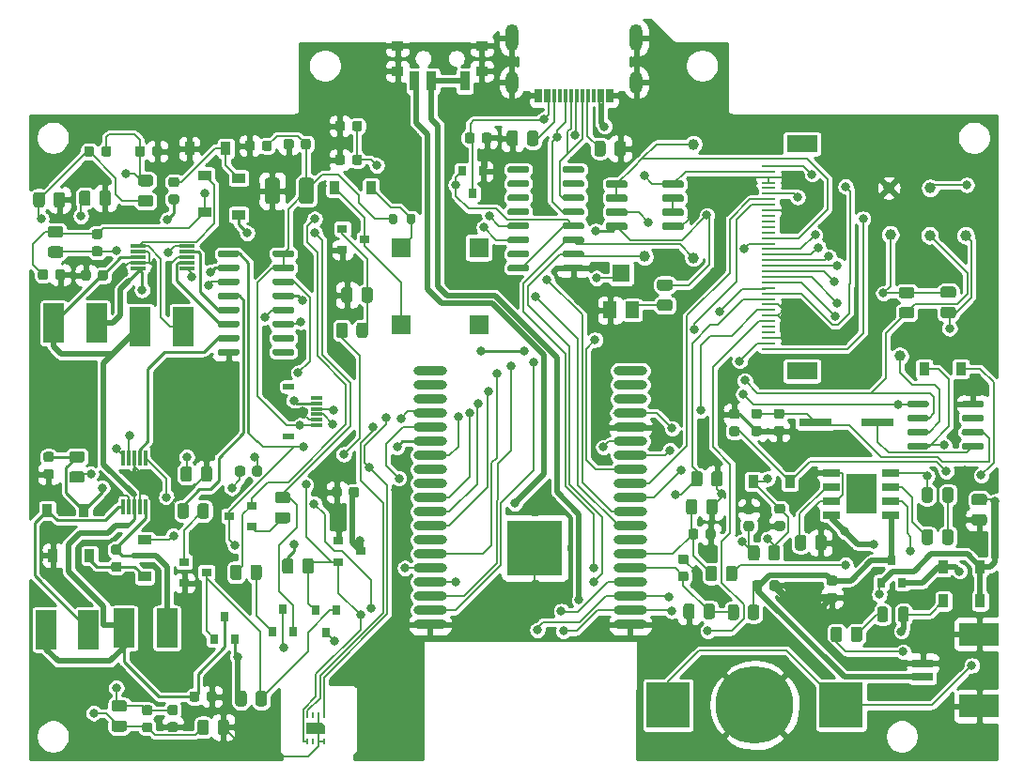
<source format=gbr>
G04 #@! TF.GenerationSoftware,KiCad,Pcbnew,(5.1.10)-1*
G04 #@! TF.CreationDate,2022-08-27T09:58:17+08:00*
G04 #@! TF.ProjectId,epaper-breakout,65706170-6572-42d6-9272-65616b6f7574,rev?*
G04 #@! TF.SameCoordinates,Original*
G04 #@! TF.FileFunction,Copper,L1,Top*
G04 #@! TF.FilePolarity,Positive*
%FSLAX46Y46*%
G04 Gerber Fmt 4.6, Leading zero omitted, Abs format (unit mm)*
G04 Created by KiCad (PCBNEW (5.1.10)-1) date 2022-08-27 09:58:17*
%MOMM*%
%LPD*%
G01*
G04 APERTURE LIST*
G04 #@! TA.AperFunction,ComponentPad*
%ADD10O,1.199998X1.999996*%
G04 #@! TD*
G04 #@! TA.AperFunction,ComponentPad*
%ADD11O,1.199998X2.399995*%
G04 #@! TD*
G04 #@! TA.AperFunction,SMDPad,CuDef*
%ADD12R,0.299999X1.199998*%
G04 #@! TD*
G04 #@! TA.AperFunction,SMDPad,CuDef*
%ADD13C,1.000000*%
G04 #@! TD*
G04 #@! TA.AperFunction,SMDPad,CuDef*
%ADD14R,0.250000X0.550000*%
G04 #@! TD*
G04 #@! TA.AperFunction,SMDPad,CuDef*
%ADD15C,0.100000*%
G04 #@! TD*
G04 #@! TA.AperFunction,SMDPad,CuDef*
%ADD16C,7.000011*%
G04 #@! TD*
G04 #@! TA.AperFunction,SMDPad,CuDef*
%ADD17R,3.899992X4.180002*%
G04 #@! TD*
G04 #@! TA.AperFunction,SMDPad,CuDef*
%ADD18R,2.999994X0.799998*%
G04 #@! TD*
G04 #@! TA.AperFunction,SMDPad,CuDef*
%ADD19R,0.900000X0.800000*%
G04 #@! TD*
G04 #@! TA.AperFunction,SMDPad,CuDef*
%ADD20R,1.874012X3.520008*%
G04 #@! TD*
G04 #@! TA.AperFunction,SMDPad,CuDef*
%ADD21R,0.900000X1.200000*%
G04 #@! TD*
G04 #@! TA.AperFunction,SMDPad,CuDef*
%ADD22R,1.799996X1.799996*%
G04 #@! TD*
G04 #@! TA.AperFunction,SMDPad,CuDef*
%ADD23R,1.899996X0.799998*%
G04 #@! TD*
G04 #@! TA.AperFunction,SMDPad,CuDef*
%ADD24R,3.599993X1.999996*%
G04 #@! TD*
G04 #@! TA.AperFunction,SMDPad,CuDef*
%ADD25R,1.500000X0.650000*%
G04 #@! TD*
G04 #@! TA.AperFunction,SMDPad,CuDef*
%ADD26R,2.700000X3.600000*%
G04 #@! TD*
G04 #@! TA.AperFunction,SMDPad,CuDef*
%ADD27R,2.800000X1.600000*%
G04 #@! TD*
G04 #@! TA.AperFunction,SMDPad,CuDef*
%ADD28R,1.300000X0.250000*%
G04 #@! TD*
G04 #@! TA.AperFunction,ComponentPad*
%ADD29C,0.800000*%
G04 #@! TD*
G04 #@! TA.AperFunction,SMDPad,CuDef*
%ADD30R,5.000000X5.000000*%
G04 #@! TD*
G04 #@! TA.AperFunction,SMDPad,CuDef*
%ADD31O,3.000000X0.900000*%
G04 #@! TD*
G04 #@! TA.AperFunction,SMDPad,CuDef*
%ADD32R,0.800000X0.900000*%
G04 #@! TD*
G04 #@! TA.AperFunction,SMDPad,CuDef*
%ADD33R,1.400000X0.300000*%
G04 #@! TD*
G04 #@! TA.AperFunction,SMDPad,CuDef*
%ADD34R,0.300000X1.400000*%
G04 #@! TD*
G04 #@! TA.AperFunction,SMDPad,CuDef*
%ADD35R,1.099998X0.929996*%
G04 #@! TD*
G04 #@! TA.AperFunction,SMDPad,CuDef*
%ADD36R,0.899998X1.799996*%
G04 #@! TD*
G04 #@! TA.AperFunction,SMDPad,CuDef*
%ADD37R,1.199896X1.499997*%
G04 #@! TD*
G04 #@! TA.AperFunction,SMDPad,CuDef*
%ADD38R,1.599997X1.599997*%
G04 #@! TD*
G04 #@! TA.AperFunction,SMDPad,CuDef*
%ADD39R,1.200000X0.900000*%
G04 #@! TD*
G04 #@! TA.AperFunction,SMDPad,CuDef*
%ADD40R,0.999998X0.299999*%
G04 #@! TD*
G04 #@! TA.AperFunction,SMDPad,CuDef*
%ADD41R,0.999998X0.599999*%
G04 #@! TD*
G04 #@! TA.AperFunction,ViaPad*
%ADD42C,0.800000*%
G04 #@! TD*
G04 #@! TA.AperFunction,Conductor*
%ADD43C,0.200000*%
G04 #@! TD*
G04 #@! TA.AperFunction,Conductor*
%ADD44C,0.700000*%
G04 #@! TD*
G04 #@! TA.AperFunction,Conductor*
%ADD45C,0.250000*%
G04 #@! TD*
G04 #@! TA.AperFunction,Conductor*
%ADD46C,0.500000*%
G04 #@! TD*
G04 #@! TA.AperFunction,Conductor*
%ADD47C,0.254000*%
G04 #@! TD*
G04 #@! TA.AperFunction,Conductor*
%ADD48C,0.100000*%
G04 #@! TD*
G04 APERTURE END LIST*
D10*
X78070004Y-28500048D03*
X66829996Y-28500048D03*
D11*
X66829996Y-24500056D03*
X78070004Y-24500056D03*
D12*
X69099994Y-29699944D03*
X69399968Y-29699944D03*
X69899840Y-29699944D03*
X70200068Y-29699944D03*
X70699940Y-29699944D03*
X71200320Y-29699944D03*
X71699938Y-29699944D03*
X72200064Y-29699944D03*
X72699936Y-29699944D03*
X73200062Y-29699944D03*
X73699934Y-29699944D03*
X74200060Y-29699944D03*
X74699932Y-29699944D03*
X74999906Y-29699944D03*
X75500032Y-29699944D03*
X75800006Y-29699944D03*
D13*
X104550000Y-38025000D03*
D14*
X49925000Y-85575000D03*
X49425000Y-85575000D03*
X48925000Y-85575000D03*
X48425000Y-85575000D03*
X48425000Y-87925000D03*
X48925000Y-87925000D03*
X49425000Y-87925000D03*
X49925000Y-87925000D03*
G04 #@! TA.AperFunction,SMDPad,CuDef*
D15*
G36*
X48325000Y-87250000D02*
G01*
X48325000Y-86250000D01*
X49725000Y-86250000D01*
X50025000Y-86550000D01*
X50025000Y-87250000D01*
X48325000Y-87250000D01*
G37*
G04 #@! TD.AperFunction*
D13*
X78790000Y-44220000D03*
X107750000Y-42325000D03*
X104500000Y-42300000D03*
X83220000Y-44320000D03*
G04 #@! TA.AperFunction,SMDPad,CuDef*
G36*
G01*
X101974998Y-48775000D02*
X102875002Y-48775000D01*
G75*
G02*
X103125000Y-49024998I0J-249998D01*
G01*
X103125000Y-49550002D01*
G75*
G02*
X102875002Y-49800000I-249998J0D01*
G01*
X101974998Y-49800000D01*
G75*
G02*
X101725000Y-49550002I0J249998D01*
G01*
X101725000Y-49024998D01*
G75*
G02*
X101974998Y-48775000I249998J0D01*
G01*
G37*
G04 #@! TD.AperFunction*
G04 #@! TA.AperFunction,SMDPad,CuDef*
G36*
G01*
X101974998Y-46950000D02*
X102875002Y-46950000D01*
G75*
G02*
X103125000Y-47199998I0J-249998D01*
G01*
X103125000Y-47725002D01*
G75*
G02*
X102875002Y-47975000I-249998J0D01*
G01*
X101974998Y-47975000D01*
G75*
G02*
X101725000Y-47725002I0J249998D01*
G01*
X101725000Y-47199998D01*
G75*
G02*
X101974998Y-46950000I249998J0D01*
G01*
G37*
G04 #@! TD.AperFunction*
G04 #@! TA.AperFunction,SMDPad,CuDef*
G36*
G01*
X105724998Y-48750000D02*
X106625002Y-48750000D01*
G75*
G02*
X106875000Y-48999998I0J-249998D01*
G01*
X106875000Y-49525002D01*
G75*
G02*
X106625002Y-49775000I-249998J0D01*
G01*
X105724998Y-49775000D01*
G75*
G02*
X105475000Y-49525002I0J249998D01*
G01*
X105475000Y-48999998D01*
G75*
G02*
X105724998Y-48750000I249998J0D01*
G01*
G37*
G04 #@! TD.AperFunction*
G04 #@! TA.AperFunction,SMDPad,CuDef*
G36*
G01*
X105724998Y-46925000D02*
X106625002Y-46925000D01*
G75*
G02*
X106875000Y-47174998I0J-249998D01*
G01*
X106875000Y-47700002D01*
G75*
G02*
X106625002Y-47950000I-249998J0D01*
G01*
X105724998Y-47950000D01*
G75*
G02*
X105475000Y-47700002I0J249998D01*
G01*
X105475000Y-47174998D01*
G75*
G02*
X105724998Y-46925000I249998J0D01*
G01*
G37*
G04 #@! TD.AperFunction*
G04 #@! TA.AperFunction,SMDPad,CuDef*
G36*
G01*
X84375000Y-67250002D02*
X84375000Y-66349998D01*
G75*
G02*
X84624998Y-66100000I249998J0D01*
G01*
X85150002Y-66100000D01*
G75*
G02*
X85400000Y-66349998I0J-249998D01*
G01*
X85400000Y-67250002D01*
G75*
G02*
X85150002Y-67500000I-249998J0D01*
G01*
X84624998Y-67500000D01*
G75*
G02*
X84375000Y-67250002I0J249998D01*
G01*
G37*
G04 #@! TD.AperFunction*
G04 #@! TA.AperFunction,SMDPad,CuDef*
G36*
G01*
X82550000Y-67250002D02*
X82550000Y-66349998D01*
G75*
G02*
X82799998Y-66100000I249998J0D01*
G01*
X83325002Y-66100000D01*
G75*
G02*
X83575000Y-66349998I0J-249998D01*
G01*
X83575000Y-67250002D01*
G75*
G02*
X83325002Y-67500000I-249998J0D01*
G01*
X82799998Y-67500000D01*
G75*
G02*
X82550000Y-67250002I0J249998D01*
G01*
G37*
G04 #@! TD.AperFunction*
G04 #@! TA.AperFunction,SMDPad,CuDef*
G36*
G01*
X85337500Y-72374998D02*
X85337500Y-73275002D01*
G75*
G02*
X85087502Y-73525000I-249998J0D01*
G01*
X84562498Y-73525000D01*
G75*
G02*
X84312500Y-73275002I0J249998D01*
G01*
X84312500Y-72374998D01*
G75*
G02*
X84562498Y-72125000I249998J0D01*
G01*
X85087502Y-72125000D01*
G75*
G02*
X85337500Y-72374998I0J-249998D01*
G01*
G37*
G04 #@! TD.AperFunction*
G04 #@! TA.AperFunction,SMDPad,CuDef*
G36*
G01*
X87162500Y-72374998D02*
X87162500Y-73275002D01*
G75*
G02*
X86912502Y-73525000I-249998J0D01*
G01*
X86387498Y-73525000D01*
G75*
G02*
X86137500Y-73275002I0J249998D01*
G01*
X86137500Y-72374998D01*
G75*
G02*
X86387498Y-72125000I249998J0D01*
G01*
X86912502Y-72125000D01*
G75*
G02*
X87162500Y-72374998I0J-249998D01*
G01*
G37*
G04 #@! TD.AperFunction*
X100825000Y-38025000D03*
G04 #@! TA.AperFunction,SMDPad,CuDef*
G36*
G01*
X83650000Y-69000000D02*
X83650000Y-69500000D01*
G75*
G02*
X83425000Y-69725000I-225000J0D01*
G01*
X82975000Y-69725000D01*
G75*
G02*
X82750000Y-69500000I0J225000D01*
G01*
X82750000Y-69000000D01*
G75*
G02*
X82975000Y-68775000I225000J0D01*
G01*
X83425000Y-68775000D01*
G75*
G02*
X83650000Y-69000000I0J-225000D01*
G01*
G37*
G04 #@! TD.AperFunction*
G04 #@! TA.AperFunction,SMDPad,CuDef*
G36*
G01*
X85200000Y-69000000D02*
X85200000Y-69500000D01*
G75*
G02*
X84975000Y-69725000I-225000J0D01*
G01*
X84525000Y-69725000D01*
G75*
G02*
X84300000Y-69500000I0J225000D01*
G01*
X84300000Y-69000000D01*
G75*
G02*
X84525000Y-68775000I225000J0D01*
G01*
X84975000Y-68775000D01*
G75*
G02*
X85200000Y-69000000I0J-225000D01*
G01*
G37*
G04 #@! TD.AperFunction*
X100950000Y-42225000D03*
D16*
X88740127Y-84690000D03*
D17*
X80940041Y-84690000D03*
X96539959Y-84690000D03*
D18*
X94228082Y-59182000D03*
X99828020Y-59182000D03*
G04 #@! TA.AperFunction,SMDPad,CuDef*
G36*
G01*
X104418000Y-61191000D02*
X104418000Y-61491000D01*
G75*
G02*
X104268000Y-61641000I-150000J0D01*
G01*
X102618000Y-61641000D01*
G75*
G02*
X102468000Y-61491000I0J150000D01*
G01*
X102468000Y-61191000D01*
G75*
G02*
X102618000Y-61041000I150000J0D01*
G01*
X104268000Y-61041000D01*
G75*
G02*
X104418000Y-61191000I0J-150000D01*
G01*
G37*
G04 #@! TD.AperFunction*
G04 #@! TA.AperFunction,SMDPad,CuDef*
G36*
G01*
X104418000Y-59921000D02*
X104418000Y-60221000D01*
G75*
G02*
X104268000Y-60371000I-150000J0D01*
G01*
X102618000Y-60371000D01*
G75*
G02*
X102468000Y-60221000I0J150000D01*
G01*
X102468000Y-59921000D01*
G75*
G02*
X102618000Y-59771000I150000J0D01*
G01*
X104268000Y-59771000D01*
G75*
G02*
X104418000Y-59921000I0J-150000D01*
G01*
G37*
G04 #@! TD.AperFunction*
G04 #@! TA.AperFunction,SMDPad,CuDef*
G36*
G01*
X104418000Y-58651000D02*
X104418000Y-58951000D01*
G75*
G02*
X104268000Y-59101000I-150000J0D01*
G01*
X102618000Y-59101000D01*
G75*
G02*
X102468000Y-58951000I0J150000D01*
G01*
X102468000Y-58651000D01*
G75*
G02*
X102618000Y-58501000I150000J0D01*
G01*
X104268000Y-58501000D01*
G75*
G02*
X104418000Y-58651000I0J-150000D01*
G01*
G37*
G04 #@! TD.AperFunction*
G04 #@! TA.AperFunction,SMDPad,CuDef*
G36*
G01*
X104418000Y-57381000D02*
X104418000Y-57681000D01*
G75*
G02*
X104268000Y-57831000I-150000J0D01*
G01*
X102618000Y-57831000D01*
G75*
G02*
X102468000Y-57681000I0J150000D01*
G01*
X102468000Y-57381000D01*
G75*
G02*
X102618000Y-57231000I150000J0D01*
G01*
X104268000Y-57231000D01*
G75*
G02*
X104418000Y-57381000I0J-150000D01*
G01*
G37*
G04 #@! TD.AperFunction*
G04 #@! TA.AperFunction,SMDPad,CuDef*
G36*
G01*
X109368000Y-57381000D02*
X109368000Y-57681000D01*
G75*
G02*
X109218000Y-57831000I-150000J0D01*
G01*
X107568000Y-57831000D01*
G75*
G02*
X107418000Y-57681000I0J150000D01*
G01*
X107418000Y-57381000D01*
G75*
G02*
X107568000Y-57231000I150000J0D01*
G01*
X109218000Y-57231000D01*
G75*
G02*
X109368000Y-57381000I0J-150000D01*
G01*
G37*
G04 #@! TD.AperFunction*
G04 #@! TA.AperFunction,SMDPad,CuDef*
G36*
G01*
X109368000Y-58651000D02*
X109368000Y-58951000D01*
G75*
G02*
X109218000Y-59101000I-150000J0D01*
G01*
X107568000Y-59101000D01*
G75*
G02*
X107418000Y-58951000I0J150000D01*
G01*
X107418000Y-58651000D01*
G75*
G02*
X107568000Y-58501000I150000J0D01*
G01*
X109218000Y-58501000D01*
G75*
G02*
X109368000Y-58651000I0J-150000D01*
G01*
G37*
G04 #@! TD.AperFunction*
G04 #@! TA.AperFunction,SMDPad,CuDef*
G36*
G01*
X109368000Y-59921000D02*
X109368000Y-60221000D01*
G75*
G02*
X109218000Y-60371000I-150000J0D01*
G01*
X107568000Y-60371000D01*
G75*
G02*
X107418000Y-60221000I0J150000D01*
G01*
X107418000Y-59921000D01*
G75*
G02*
X107568000Y-59771000I150000J0D01*
G01*
X109218000Y-59771000D01*
G75*
G02*
X109368000Y-59921000I0J-150000D01*
G01*
G37*
G04 #@! TD.AperFunction*
G04 #@! TA.AperFunction,SMDPad,CuDef*
G36*
G01*
X109368000Y-61191000D02*
X109368000Y-61491000D01*
G75*
G02*
X109218000Y-61641000I-150000J0D01*
G01*
X107568000Y-61641000D01*
G75*
G02*
X107418000Y-61491000I0J150000D01*
G01*
X107418000Y-61191000D01*
G75*
G02*
X107568000Y-61041000I150000J0D01*
G01*
X109218000Y-61041000D01*
G75*
G02*
X109368000Y-61191000I0J-150000D01*
G01*
G37*
G04 #@! TD.AperFunction*
D13*
X101800000Y-53200000D03*
G04 #@! TA.AperFunction,SMDPad,CuDef*
G36*
G01*
X53295000Y-48132002D02*
X53295000Y-47231998D01*
G75*
G02*
X53544998Y-46982000I249998J0D01*
G01*
X54070002Y-46982000D01*
G75*
G02*
X54320000Y-47231998I0J-249998D01*
G01*
X54320000Y-48132002D01*
G75*
G02*
X54070002Y-48382000I-249998J0D01*
G01*
X53544998Y-48382000D01*
G75*
G02*
X53295000Y-48132002I0J249998D01*
G01*
G37*
G04 #@! TD.AperFunction*
G04 #@! TA.AperFunction,SMDPad,CuDef*
G36*
G01*
X51470000Y-48132002D02*
X51470000Y-47231998D01*
G75*
G02*
X51719998Y-46982000I249998J0D01*
G01*
X52245002Y-46982000D01*
G75*
G02*
X52495000Y-47231998I0J-249998D01*
G01*
X52495000Y-48132002D01*
G75*
G02*
X52245002Y-48382000I-249998J0D01*
G01*
X51719998Y-48382000D01*
G75*
G02*
X51470000Y-48132002I0J249998D01*
G01*
G37*
G04 #@! TD.AperFunction*
G04 #@! TA.AperFunction,SMDPad,CuDef*
G36*
G01*
X52050000Y-50424998D02*
X52050000Y-51325002D01*
G75*
G02*
X51800002Y-51575000I-249998J0D01*
G01*
X51274998Y-51575000D01*
G75*
G02*
X51025000Y-51325002I0J249998D01*
G01*
X51025000Y-50424998D01*
G75*
G02*
X51274998Y-50175000I249998J0D01*
G01*
X51800002Y-50175000D01*
G75*
G02*
X52050000Y-50424998I0J-249998D01*
G01*
G37*
G04 #@! TD.AperFunction*
G04 #@! TA.AperFunction,SMDPad,CuDef*
G36*
G01*
X53875000Y-50424998D02*
X53875000Y-51325002D01*
G75*
G02*
X53625002Y-51575000I-249998J0D01*
G01*
X53099998Y-51575000D01*
G75*
G02*
X52850000Y-51325002I0J249998D01*
G01*
X52850000Y-50424998D01*
G75*
G02*
X53099998Y-50175000I249998J0D01*
G01*
X53625002Y-50175000D01*
G75*
G02*
X53875000Y-50424998I0J-249998D01*
G01*
G37*
G04 #@! TD.AperFunction*
G04 #@! TA.AperFunction,SMDPad,CuDef*
G36*
G01*
X56534000Y-40549000D02*
X56534000Y-41099000D01*
G75*
G02*
X56334000Y-41299000I-200000J0D01*
G01*
X55934000Y-41299000D01*
G75*
G02*
X55734000Y-41099000I0J200000D01*
G01*
X55734000Y-40549000D01*
G75*
G02*
X55934000Y-40349000I200000J0D01*
G01*
X56334000Y-40349000D01*
G75*
G02*
X56534000Y-40549000I0J-200000D01*
G01*
G37*
G04 #@! TD.AperFunction*
G04 #@! TA.AperFunction,SMDPad,CuDef*
G36*
G01*
X58184000Y-40549000D02*
X58184000Y-41099000D01*
G75*
G02*
X57984000Y-41299000I-200000J0D01*
G01*
X57584000Y-41299000D01*
G75*
G02*
X57384000Y-41099000I0J200000D01*
G01*
X57384000Y-40549000D01*
G75*
G02*
X57584000Y-40349000I200000J0D01*
G01*
X57984000Y-40349000D01*
G75*
G02*
X58184000Y-40549000I0J-200000D01*
G01*
G37*
G04 #@! TD.AperFunction*
D19*
X53575000Y-42675000D03*
X51575000Y-43625000D03*
X51575000Y-41725000D03*
D20*
X33346886Y-50525000D03*
X37203114Y-50525000D03*
X25566886Y-50222000D03*
X29423114Y-50222000D03*
X24858772Y-77870000D03*
X28715000Y-77870000D03*
X31905000Y-77740000D03*
X35761228Y-77740000D03*
D21*
X50850000Y-38025000D03*
X54150000Y-38025000D03*
X107314000Y-54356000D03*
X104014000Y-54356000D03*
X88600000Y-64516000D03*
X91900000Y-64516000D03*
G04 #@! TA.AperFunction,SMDPad,CuDef*
G36*
G01*
X47836000Y-34320000D02*
X47836000Y-33820000D01*
G75*
G02*
X48061000Y-33595000I225000J0D01*
G01*
X48511000Y-33595000D01*
G75*
G02*
X48736000Y-33820000I0J-225000D01*
G01*
X48736000Y-34320000D01*
G75*
G02*
X48511000Y-34545000I-225000J0D01*
G01*
X48061000Y-34545000D01*
G75*
G02*
X47836000Y-34320000I0J225000D01*
G01*
G37*
G04 #@! TD.AperFunction*
G04 #@! TA.AperFunction,SMDPad,CuDef*
G36*
G01*
X46286000Y-34320000D02*
X46286000Y-33820000D01*
G75*
G02*
X46511000Y-33595000I225000J0D01*
G01*
X46961000Y-33595000D01*
G75*
G02*
X47186000Y-33820000I0J-225000D01*
G01*
X47186000Y-34320000D01*
G75*
G02*
X46961000Y-34545000I-225000J0D01*
G01*
X46511000Y-34545000D01*
G75*
G02*
X46286000Y-34320000I0J225000D01*
G01*
G37*
G04 #@! TD.AperFunction*
G04 #@! TA.AperFunction,SMDPad,CuDef*
G36*
G01*
X86650000Y-59525000D02*
X87150000Y-59525000D01*
G75*
G02*
X87375000Y-59750000I0J-225000D01*
G01*
X87375000Y-60200000D01*
G75*
G02*
X87150000Y-60425000I-225000J0D01*
G01*
X86650000Y-60425000D01*
G75*
G02*
X86425000Y-60200000I0J225000D01*
G01*
X86425000Y-59750000D01*
G75*
G02*
X86650000Y-59525000I225000J0D01*
G01*
G37*
G04 #@! TD.AperFunction*
G04 #@! TA.AperFunction,SMDPad,CuDef*
G36*
G01*
X86650000Y-57975000D02*
X87150000Y-57975000D01*
G75*
G02*
X87375000Y-58200000I0J-225000D01*
G01*
X87375000Y-58650000D01*
G75*
G02*
X87150000Y-58875000I-225000J0D01*
G01*
X86650000Y-58875000D01*
G75*
G02*
X86425000Y-58650000I0J225000D01*
G01*
X86425000Y-58200000D01*
G75*
G02*
X86650000Y-57975000I225000J0D01*
G01*
G37*
G04 #@! TD.AperFunction*
G04 #@! TA.AperFunction,SMDPad,CuDef*
G36*
G01*
X88650000Y-59507000D02*
X89150000Y-59507000D01*
G75*
G02*
X89375000Y-59732000I0J-225000D01*
G01*
X89375000Y-60182000D01*
G75*
G02*
X89150000Y-60407000I-225000J0D01*
G01*
X88650000Y-60407000D01*
G75*
G02*
X88425000Y-60182000I0J225000D01*
G01*
X88425000Y-59732000D01*
G75*
G02*
X88650000Y-59507000I225000J0D01*
G01*
G37*
G04 #@! TD.AperFunction*
G04 #@! TA.AperFunction,SMDPad,CuDef*
G36*
G01*
X88650000Y-57957000D02*
X89150000Y-57957000D01*
G75*
G02*
X89375000Y-58182000I0J-225000D01*
G01*
X89375000Y-58632000D01*
G75*
G02*
X89150000Y-58857000I-225000J0D01*
G01*
X88650000Y-58857000D01*
G75*
G02*
X88425000Y-58632000I0J225000D01*
G01*
X88425000Y-58182000D01*
G75*
G02*
X88650000Y-57957000I225000J0D01*
G01*
G37*
G04 #@! TD.AperFunction*
G04 #@! TA.AperFunction,SMDPad,CuDef*
G36*
G01*
X90682000Y-59507000D02*
X91182000Y-59507000D01*
G75*
G02*
X91407000Y-59732000I0J-225000D01*
G01*
X91407000Y-60182000D01*
G75*
G02*
X91182000Y-60407000I-225000J0D01*
G01*
X90682000Y-60407000D01*
G75*
G02*
X90457000Y-60182000I0J225000D01*
G01*
X90457000Y-59732000D01*
G75*
G02*
X90682000Y-59507000I225000J0D01*
G01*
G37*
G04 #@! TD.AperFunction*
G04 #@! TA.AperFunction,SMDPad,CuDef*
G36*
G01*
X90682000Y-57957000D02*
X91182000Y-57957000D01*
G75*
G02*
X91407000Y-58182000I0J-225000D01*
G01*
X91407000Y-58632000D01*
G75*
G02*
X91182000Y-58857000I-225000J0D01*
G01*
X90682000Y-58857000D01*
G75*
G02*
X90457000Y-58632000I0J225000D01*
G01*
X90457000Y-58182000D01*
G75*
G02*
X90682000Y-57957000I225000J0D01*
G01*
G37*
G04 #@! TD.AperFunction*
D22*
X56886996Y-50388106D03*
X63863106Y-43411996D03*
X63863106Y-50388106D03*
X56886996Y-43411996D03*
D23*
X103875840Y-82159348D03*
X103875840Y-80909414D03*
D24*
X108976160Y-78283816D03*
X108976160Y-84784184D03*
G04 #@! TA.AperFunction,SMDPad,CuDef*
G36*
G01*
X68413000Y-45119000D02*
X68413000Y-45419000D01*
G75*
G02*
X68263000Y-45569000I-150000J0D01*
G01*
X66613000Y-45569000D01*
G75*
G02*
X66463000Y-45419000I0J150000D01*
G01*
X66463000Y-45119000D01*
G75*
G02*
X66613000Y-44969000I150000J0D01*
G01*
X68263000Y-44969000D01*
G75*
G02*
X68413000Y-45119000I0J-150000D01*
G01*
G37*
G04 #@! TD.AperFunction*
G04 #@! TA.AperFunction,SMDPad,CuDef*
G36*
G01*
X68413000Y-43849000D02*
X68413000Y-44149000D01*
G75*
G02*
X68263000Y-44299000I-150000J0D01*
G01*
X66613000Y-44299000D01*
G75*
G02*
X66463000Y-44149000I0J150000D01*
G01*
X66463000Y-43849000D01*
G75*
G02*
X66613000Y-43699000I150000J0D01*
G01*
X68263000Y-43699000D01*
G75*
G02*
X68413000Y-43849000I0J-150000D01*
G01*
G37*
G04 #@! TD.AperFunction*
G04 #@! TA.AperFunction,SMDPad,CuDef*
G36*
G01*
X68413000Y-42579000D02*
X68413000Y-42879000D01*
G75*
G02*
X68263000Y-43029000I-150000J0D01*
G01*
X66613000Y-43029000D01*
G75*
G02*
X66463000Y-42879000I0J150000D01*
G01*
X66463000Y-42579000D01*
G75*
G02*
X66613000Y-42429000I150000J0D01*
G01*
X68263000Y-42429000D01*
G75*
G02*
X68413000Y-42579000I0J-150000D01*
G01*
G37*
G04 #@! TD.AperFunction*
G04 #@! TA.AperFunction,SMDPad,CuDef*
G36*
G01*
X68413000Y-41309000D02*
X68413000Y-41609000D01*
G75*
G02*
X68263000Y-41759000I-150000J0D01*
G01*
X66613000Y-41759000D01*
G75*
G02*
X66463000Y-41609000I0J150000D01*
G01*
X66463000Y-41309000D01*
G75*
G02*
X66613000Y-41159000I150000J0D01*
G01*
X68263000Y-41159000D01*
G75*
G02*
X68413000Y-41309000I0J-150000D01*
G01*
G37*
G04 #@! TD.AperFunction*
G04 #@! TA.AperFunction,SMDPad,CuDef*
G36*
G01*
X68413000Y-40039000D02*
X68413000Y-40339000D01*
G75*
G02*
X68263000Y-40489000I-150000J0D01*
G01*
X66613000Y-40489000D01*
G75*
G02*
X66463000Y-40339000I0J150000D01*
G01*
X66463000Y-40039000D01*
G75*
G02*
X66613000Y-39889000I150000J0D01*
G01*
X68263000Y-39889000D01*
G75*
G02*
X68413000Y-40039000I0J-150000D01*
G01*
G37*
G04 #@! TD.AperFunction*
G04 #@! TA.AperFunction,SMDPad,CuDef*
G36*
G01*
X68413000Y-38769000D02*
X68413000Y-39069000D01*
G75*
G02*
X68263000Y-39219000I-150000J0D01*
G01*
X66613000Y-39219000D01*
G75*
G02*
X66463000Y-39069000I0J150000D01*
G01*
X66463000Y-38769000D01*
G75*
G02*
X66613000Y-38619000I150000J0D01*
G01*
X68263000Y-38619000D01*
G75*
G02*
X68413000Y-38769000I0J-150000D01*
G01*
G37*
G04 #@! TD.AperFunction*
G04 #@! TA.AperFunction,SMDPad,CuDef*
G36*
G01*
X68413000Y-37499000D02*
X68413000Y-37799000D01*
G75*
G02*
X68263000Y-37949000I-150000J0D01*
G01*
X66613000Y-37949000D01*
G75*
G02*
X66463000Y-37799000I0J150000D01*
G01*
X66463000Y-37499000D01*
G75*
G02*
X66613000Y-37349000I150000J0D01*
G01*
X68263000Y-37349000D01*
G75*
G02*
X68413000Y-37499000I0J-150000D01*
G01*
G37*
G04 #@! TD.AperFunction*
G04 #@! TA.AperFunction,SMDPad,CuDef*
G36*
G01*
X68413000Y-36229000D02*
X68413000Y-36529000D01*
G75*
G02*
X68263000Y-36679000I-150000J0D01*
G01*
X66613000Y-36679000D01*
G75*
G02*
X66463000Y-36529000I0J150000D01*
G01*
X66463000Y-36229000D01*
G75*
G02*
X66613000Y-36079000I150000J0D01*
G01*
X68263000Y-36079000D01*
G75*
G02*
X68413000Y-36229000I0J-150000D01*
G01*
G37*
G04 #@! TD.AperFunction*
G04 #@! TA.AperFunction,SMDPad,CuDef*
G36*
G01*
X73363000Y-36229000D02*
X73363000Y-36529000D01*
G75*
G02*
X73213000Y-36679000I-150000J0D01*
G01*
X71563000Y-36679000D01*
G75*
G02*
X71413000Y-36529000I0J150000D01*
G01*
X71413000Y-36229000D01*
G75*
G02*
X71563000Y-36079000I150000J0D01*
G01*
X73213000Y-36079000D01*
G75*
G02*
X73363000Y-36229000I0J-150000D01*
G01*
G37*
G04 #@! TD.AperFunction*
G04 #@! TA.AperFunction,SMDPad,CuDef*
G36*
G01*
X73363000Y-37499000D02*
X73363000Y-37799000D01*
G75*
G02*
X73213000Y-37949000I-150000J0D01*
G01*
X71563000Y-37949000D01*
G75*
G02*
X71413000Y-37799000I0J150000D01*
G01*
X71413000Y-37499000D01*
G75*
G02*
X71563000Y-37349000I150000J0D01*
G01*
X73213000Y-37349000D01*
G75*
G02*
X73363000Y-37499000I0J-150000D01*
G01*
G37*
G04 #@! TD.AperFunction*
G04 #@! TA.AperFunction,SMDPad,CuDef*
G36*
G01*
X73363000Y-38769000D02*
X73363000Y-39069000D01*
G75*
G02*
X73213000Y-39219000I-150000J0D01*
G01*
X71563000Y-39219000D01*
G75*
G02*
X71413000Y-39069000I0J150000D01*
G01*
X71413000Y-38769000D01*
G75*
G02*
X71563000Y-38619000I150000J0D01*
G01*
X73213000Y-38619000D01*
G75*
G02*
X73363000Y-38769000I0J-150000D01*
G01*
G37*
G04 #@! TD.AperFunction*
G04 #@! TA.AperFunction,SMDPad,CuDef*
G36*
G01*
X73363000Y-40039000D02*
X73363000Y-40339000D01*
G75*
G02*
X73213000Y-40489000I-150000J0D01*
G01*
X71563000Y-40489000D01*
G75*
G02*
X71413000Y-40339000I0J150000D01*
G01*
X71413000Y-40039000D01*
G75*
G02*
X71563000Y-39889000I150000J0D01*
G01*
X73213000Y-39889000D01*
G75*
G02*
X73363000Y-40039000I0J-150000D01*
G01*
G37*
G04 #@! TD.AperFunction*
G04 #@! TA.AperFunction,SMDPad,CuDef*
G36*
G01*
X73363000Y-41309000D02*
X73363000Y-41609000D01*
G75*
G02*
X73213000Y-41759000I-150000J0D01*
G01*
X71563000Y-41759000D01*
G75*
G02*
X71413000Y-41609000I0J150000D01*
G01*
X71413000Y-41309000D01*
G75*
G02*
X71563000Y-41159000I150000J0D01*
G01*
X73213000Y-41159000D01*
G75*
G02*
X73363000Y-41309000I0J-150000D01*
G01*
G37*
G04 #@! TD.AperFunction*
G04 #@! TA.AperFunction,SMDPad,CuDef*
G36*
G01*
X73363000Y-42579000D02*
X73363000Y-42879000D01*
G75*
G02*
X73213000Y-43029000I-150000J0D01*
G01*
X71563000Y-43029000D01*
G75*
G02*
X71413000Y-42879000I0J150000D01*
G01*
X71413000Y-42579000D01*
G75*
G02*
X71563000Y-42429000I150000J0D01*
G01*
X73213000Y-42429000D01*
G75*
G02*
X73363000Y-42579000I0J-150000D01*
G01*
G37*
G04 #@! TD.AperFunction*
G04 #@! TA.AperFunction,SMDPad,CuDef*
G36*
G01*
X73363000Y-43849000D02*
X73363000Y-44149000D01*
G75*
G02*
X73213000Y-44299000I-150000J0D01*
G01*
X71563000Y-44299000D01*
G75*
G02*
X71413000Y-44149000I0J150000D01*
G01*
X71413000Y-43849000D01*
G75*
G02*
X71563000Y-43699000I150000J0D01*
G01*
X73213000Y-43699000D01*
G75*
G02*
X73363000Y-43849000I0J-150000D01*
G01*
G37*
G04 #@! TD.AperFunction*
G04 #@! TA.AperFunction,SMDPad,CuDef*
G36*
G01*
X73363000Y-45119000D02*
X73363000Y-45419000D01*
G75*
G02*
X73213000Y-45569000I-150000J0D01*
G01*
X71563000Y-45569000D01*
G75*
G02*
X71413000Y-45419000I0J150000D01*
G01*
X71413000Y-45119000D01*
G75*
G02*
X71563000Y-44969000I150000J0D01*
G01*
X73213000Y-44969000D01*
G75*
G02*
X73363000Y-45119000I0J-150000D01*
G01*
G37*
G04 #@! TD.AperFunction*
D25*
X95625000Y-63720000D03*
X95625000Y-64990000D03*
X95625000Y-66260000D03*
X95625000Y-67530000D03*
X101025000Y-67530000D03*
X101025000Y-66260000D03*
X101025000Y-64990000D03*
X101025000Y-63720000D03*
D26*
X98325000Y-65625000D03*
G04 #@! TA.AperFunction,SMDPad,CuDef*
G36*
G01*
X45300000Y-44105000D02*
X45300000Y-43805000D01*
G75*
G02*
X45450000Y-43655000I150000J0D01*
G01*
X47100000Y-43655000D01*
G75*
G02*
X47250000Y-43805000I0J-150000D01*
G01*
X47250000Y-44105000D01*
G75*
G02*
X47100000Y-44255000I-150000J0D01*
G01*
X45450000Y-44255000D01*
G75*
G02*
X45300000Y-44105000I0J150000D01*
G01*
G37*
G04 #@! TD.AperFunction*
G04 #@! TA.AperFunction,SMDPad,CuDef*
G36*
G01*
X45300000Y-45375000D02*
X45300000Y-45075000D01*
G75*
G02*
X45450000Y-44925000I150000J0D01*
G01*
X47100000Y-44925000D01*
G75*
G02*
X47250000Y-45075000I0J-150000D01*
G01*
X47250000Y-45375000D01*
G75*
G02*
X47100000Y-45525000I-150000J0D01*
G01*
X45450000Y-45525000D01*
G75*
G02*
X45300000Y-45375000I0J150000D01*
G01*
G37*
G04 #@! TD.AperFunction*
G04 #@! TA.AperFunction,SMDPad,CuDef*
G36*
G01*
X45300000Y-46645000D02*
X45300000Y-46345000D01*
G75*
G02*
X45450000Y-46195000I150000J0D01*
G01*
X47100000Y-46195000D01*
G75*
G02*
X47250000Y-46345000I0J-150000D01*
G01*
X47250000Y-46645000D01*
G75*
G02*
X47100000Y-46795000I-150000J0D01*
G01*
X45450000Y-46795000D01*
G75*
G02*
X45300000Y-46645000I0J150000D01*
G01*
G37*
G04 #@! TD.AperFunction*
G04 #@! TA.AperFunction,SMDPad,CuDef*
G36*
G01*
X45300000Y-47915000D02*
X45300000Y-47615000D01*
G75*
G02*
X45450000Y-47465000I150000J0D01*
G01*
X47100000Y-47465000D01*
G75*
G02*
X47250000Y-47615000I0J-150000D01*
G01*
X47250000Y-47915000D01*
G75*
G02*
X47100000Y-48065000I-150000J0D01*
G01*
X45450000Y-48065000D01*
G75*
G02*
X45300000Y-47915000I0J150000D01*
G01*
G37*
G04 #@! TD.AperFunction*
G04 #@! TA.AperFunction,SMDPad,CuDef*
G36*
G01*
X45300000Y-49185000D02*
X45300000Y-48885000D01*
G75*
G02*
X45450000Y-48735000I150000J0D01*
G01*
X47100000Y-48735000D01*
G75*
G02*
X47250000Y-48885000I0J-150000D01*
G01*
X47250000Y-49185000D01*
G75*
G02*
X47100000Y-49335000I-150000J0D01*
G01*
X45450000Y-49335000D01*
G75*
G02*
X45300000Y-49185000I0J150000D01*
G01*
G37*
G04 #@! TD.AperFunction*
G04 #@! TA.AperFunction,SMDPad,CuDef*
G36*
G01*
X45300000Y-50455000D02*
X45300000Y-50155000D01*
G75*
G02*
X45450000Y-50005000I150000J0D01*
G01*
X47100000Y-50005000D01*
G75*
G02*
X47250000Y-50155000I0J-150000D01*
G01*
X47250000Y-50455000D01*
G75*
G02*
X47100000Y-50605000I-150000J0D01*
G01*
X45450000Y-50605000D01*
G75*
G02*
X45300000Y-50455000I0J150000D01*
G01*
G37*
G04 #@! TD.AperFunction*
G04 #@! TA.AperFunction,SMDPad,CuDef*
G36*
G01*
X45300000Y-51725000D02*
X45300000Y-51425000D01*
G75*
G02*
X45450000Y-51275000I150000J0D01*
G01*
X47100000Y-51275000D01*
G75*
G02*
X47250000Y-51425000I0J-150000D01*
G01*
X47250000Y-51725000D01*
G75*
G02*
X47100000Y-51875000I-150000J0D01*
G01*
X45450000Y-51875000D01*
G75*
G02*
X45300000Y-51725000I0J150000D01*
G01*
G37*
G04 #@! TD.AperFunction*
G04 #@! TA.AperFunction,SMDPad,CuDef*
G36*
G01*
X45300000Y-52995000D02*
X45300000Y-52695000D01*
G75*
G02*
X45450000Y-52545000I150000J0D01*
G01*
X47100000Y-52545000D01*
G75*
G02*
X47250000Y-52695000I0J-150000D01*
G01*
X47250000Y-52995000D01*
G75*
G02*
X47100000Y-53145000I-150000J0D01*
G01*
X45450000Y-53145000D01*
G75*
G02*
X45300000Y-52995000I0J150000D01*
G01*
G37*
G04 #@! TD.AperFunction*
G04 #@! TA.AperFunction,SMDPad,CuDef*
G36*
G01*
X40350000Y-52995000D02*
X40350000Y-52695000D01*
G75*
G02*
X40500000Y-52545000I150000J0D01*
G01*
X42150000Y-52545000D01*
G75*
G02*
X42300000Y-52695000I0J-150000D01*
G01*
X42300000Y-52995000D01*
G75*
G02*
X42150000Y-53145000I-150000J0D01*
G01*
X40500000Y-53145000D01*
G75*
G02*
X40350000Y-52995000I0J150000D01*
G01*
G37*
G04 #@! TD.AperFunction*
G04 #@! TA.AperFunction,SMDPad,CuDef*
G36*
G01*
X40350000Y-51725000D02*
X40350000Y-51425000D01*
G75*
G02*
X40500000Y-51275000I150000J0D01*
G01*
X42150000Y-51275000D01*
G75*
G02*
X42300000Y-51425000I0J-150000D01*
G01*
X42300000Y-51725000D01*
G75*
G02*
X42150000Y-51875000I-150000J0D01*
G01*
X40500000Y-51875000D01*
G75*
G02*
X40350000Y-51725000I0J150000D01*
G01*
G37*
G04 #@! TD.AperFunction*
G04 #@! TA.AperFunction,SMDPad,CuDef*
G36*
G01*
X40350000Y-50455000D02*
X40350000Y-50155000D01*
G75*
G02*
X40500000Y-50005000I150000J0D01*
G01*
X42150000Y-50005000D01*
G75*
G02*
X42300000Y-50155000I0J-150000D01*
G01*
X42300000Y-50455000D01*
G75*
G02*
X42150000Y-50605000I-150000J0D01*
G01*
X40500000Y-50605000D01*
G75*
G02*
X40350000Y-50455000I0J150000D01*
G01*
G37*
G04 #@! TD.AperFunction*
G04 #@! TA.AperFunction,SMDPad,CuDef*
G36*
G01*
X40350000Y-49185000D02*
X40350000Y-48885000D01*
G75*
G02*
X40500000Y-48735000I150000J0D01*
G01*
X42150000Y-48735000D01*
G75*
G02*
X42300000Y-48885000I0J-150000D01*
G01*
X42300000Y-49185000D01*
G75*
G02*
X42150000Y-49335000I-150000J0D01*
G01*
X40500000Y-49335000D01*
G75*
G02*
X40350000Y-49185000I0J150000D01*
G01*
G37*
G04 #@! TD.AperFunction*
G04 #@! TA.AperFunction,SMDPad,CuDef*
G36*
G01*
X40350000Y-47915000D02*
X40350000Y-47615000D01*
G75*
G02*
X40500000Y-47465000I150000J0D01*
G01*
X42150000Y-47465000D01*
G75*
G02*
X42300000Y-47615000I0J-150000D01*
G01*
X42300000Y-47915000D01*
G75*
G02*
X42150000Y-48065000I-150000J0D01*
G01*
X40500000Y-48065000D01*
G75*
G02*
X40350000Y-47915000I0J150000D01*
G01*
G37*
G04 #@! TD.AperFunction*
G04 #@! TA.AperFunction,SMDPad,CuDef*
G36*
G01*
X40350000Y-46645000D02*
X40350000Y-46345000D01*
G75*
G02*
X40500000Y-46195000I150000J0D01*
G01*
X42150000Y-46195000D01*
G75*
G02*
X42300000Y-46345000I0J-150000D01*
G01*
X42300000Y-46645000D01*
G75*
G02*
X42150000Y-46795000I-150000J0D01*
G01*
X40500000Y-46795000D01*
G75*
G02*
X40350000Y-46645000I0J150000D01*
G01*
G37*
G04 #@! TD.AperFunction*
G04 #@! TA.AperFunction,SMDPad,CuDef*
G36*
G01*
X40350000Y-45375000D02*
X40350000Y-45075000D01*
G75*
G02*
X40500000Y-44925000I150000J0D01*
G01*
X42150000Y-44925000D01*
G75*
G02*
X42300000Y-45075000I0J-150000D01*
G01*
X42300000Y-45375000D01*
G75*
G02*
X42150000Y-45525000I-150000J0D01*
G01*
X40500000Y-45525000D01*
G75*
G02*
X40350000Y-45375000I0J150000D01*
G01*
G37*
G04 #@! TD.AperFunction*
G04 #@! TA.AperFunction,SMDPad,CuDef*
G36*
G01*
X40350000Y-44105000D02*
X40350000Y-43805000D01*
G75*
G02*
X40500000Y-43655000I150000J0D01*
G01*
X42150000Y-43655000D01*
G75*
G02*
X42300000Y-43805000I0J-150000D01*
G01*
X42300000Y-44105000D01*
G75*
G02*
X42150000Y-44255000I-150000J0D01*
G01*
X40500000Y-44255000D01*
G75*
G02*
X40350000Y-44105000I0J150000D01*
G01*
G37*
G04 #@! TD.AperFunction*
G04 #@! TA.AperFunction,SMDPad,CuDef*
G36*
G01*
X80375000Y-37857500D02*
X80375000Y-37532500D01*
G75*
G02*
X80537500Y-37370000I162500J0D01*
G01*
X82187500Y-37370000D01*
G75*
G02*
X82350000Y-37532500I0J-162500D01*
G01*
X82350000Y-37857500D01*
G75*
G02*
X82187500Y-38020000I-162500J0D01*
G01*
X80537500Y-38020000D01*
G75*
G02*
X80375000Y-37857500I0J162500D01*
G01*
G37*
G04 #@! TD.AperFunction*
G04 #@! TA.AperFunction,SMDPad,CuDef*
G36*
G01*
X80375000Y-39127500D02*
X80375000Y-38802500D01*
G75*
G02*
X80537500Y-38640000I162500J0D01*
G01*
X82187500Y-38640000D01*
G75*
G02*
X82350000Y-38802500I0J-162500D01*
G01*
X82350000Y-39127500D01*
G75*
G02*
X82187500Y-39290000I-162500J0D01*
G01*
X80537500Y-39290000D01*
G75*
G02*
X80375000Y-39127500I0J162500D01*
G01*
G37*
G04 #@! TD.AperFunction*
G04 #@! TA.AperFunction,SMDPad,CuDef*
G36*
G01*
X80375000Y-40397500D02*
X80375000Y-40072500D01*
G75*
G02*
X80537500Y-39910000I162500J0D01*
G01*
X82187500Y-39910000D01*
G75*
G02*
X82350000Y-40072500I0J-162500D01*
G01*
X82350000Y-40397500D01*
G75*
G02*
X82187500Y-40560000I-162500J0D01*
G01*
X80537500Y-40560000D01*
G75*
G02*
X80375000Y-40397500I0J162500D01*
G01*
G37*
G04 #@! TD.AperFunction*
G04 #@! TA.AperFunction,SMDPad,CuDef*
G36*
G01*
X80375000Y-41667500D02*
X80375000Y-41342500D01*
G75*
G02*
X80537500Y-41180000I162500J0D01*
G01*
X82187500Y-41180000D01*
G75*
G02*
X82350000Y-41342500I0J-162500D01*
G01*
X82350000Y-41667500D01*
G75*
G02*
X82187500Y-41830000I-162500J0D01*
G01*
X80537500Y-41830000D01*
G75*
G02*
X80375000Y-41667500I0J162500D01*
G01*
G37*
G04 #@! TD.AperFunction*
G04 #@! TA.AperFunction,SMDPad,CuDef*
G36*
G01*
X75300000Y-41667500D02*
X75300000Y-41342500D01*
G75*
G02*
X75462500Y-41180000I162500J0D01*
G01*
X77112500Y-41180000D01*
G75*
G02*
X77275000Y-41342500I0J-162500D01*
G01*
X77275000Y-41667500D01*
G75*
G02*
X77112500Y-41830000I-162500J0D01*
G01*
X75462500Y-41830000D01*
G75*
G02*
X75300000Y-41667500I0J162500D01*
G01*
G37*
G04 #@! TD.AperFunction*
G04 #@! TA.AperFunction,SMDPad,CuDef*
G36*
G01*
X75300000Y-40397500D02*
X75300000Y-40072500D01*
G75*
G02*
X75462500Y-39910000I162500J0D01*
G01*
X77112500Y-39910000D01*
G75*
G02*
X77275000Y-40072500I0J-162500D01*
G01*
X77275000Y-40397500D01*
G75*
G02*
X77112500Y-40560000I-162500J0D01*
G01*
X75462500Y-40560000D01*
G75*
G02*
X75300000Y-40397500I0J162500D01*
G01*
G37*
G04 #@! TD.AperFunction*
G04 #@! TA.AperFunction,SMDPad,CuDef*
G36*
G01*
X75300000Y-39127500D02*
X75300000Y-38802500D01*
G75*
G02*
X75462500Y-38640000I162500J0D01*
G01*
X77112500Y-38640000D01*
G75*
G02*
X77275000Y-38802500I0J-162500D01*
G01*
X77275000Y-39127500D01*
G75*
G02*
X77112500Y-39290000I-162500J0D01*
G01*
X75462500Y-39290000D01*
G75*
G02*
X75300000Y-39127500I0J162500D01*
G01*
G37*
G04 #@! TD.AperFunction*
G04 #@! TA.AperFunction,SMDPad,CuDef*
G36*
G01*
X75300000Y-37857500D02*
X75300000Y-37532500D01*
G75*
G02*
X75462500Y-37370000I162500J0D01*
G01*
X77112500Y-37370000D01*
G75*
G02*
X77275000Y-37532500I0J-162500D01*
G01*
X77275000Y-37857500D01*
G75*
G02*
X77112500Y-38020000I-162500J0D01*
G01*
X75462500Y-38020000D01*
G75*
G02*
X75300000Y-37857500I0J162500D01*
G01*
G37*
G04 #@! TD.AperFunction*
D27*
X93000000Y-34050000D03*
X93000000Y-54550000D03*
D28*
X90000000Y-36050000D03*
X90000000Y-36550000D03*
X90000000Y-37050000D03*
X90000000Y-37550000D03*
X90000000Y-38050000D03*
X90000000Y-38550000D03*
X90000000Y-39050000D03*
X90000000Y-39550000D03*
X90000000Y-40050000D03*
X90000000Y-40550000D03*
X90000000Y-41050000D03*
X90000000Y-41550000D03*
X90000000Y-42050000D03*
X90000000Y-42550000D03*
X90000000Y-43050000D03*
X90000000Y-43550000D03*
X90000000Y-44050000D03*
X90000000Y-44550000D03*
X90000000Y-45050000D03*
X90000000Y-45550000D03*
X90000000Y-46050000D03*
X90000000Y-46550000D03*
X90000000Y-47050000D03*
X90000000Y-47550000D03*
X90000000Y-48050000D03*
X90000000Y-48550000D03*
X90000000Y-49050000D03*
X90000000Y-49550000D03*
X90000000Y-50050000D03*
X90000000Y-50550000D03*
X90000000Y-51050000D03*
X90000000Y-51550000D03*
X90000000Y-52050000D03*
X90000000Y-52550000D03*
D29*
X70925000Y-72505000D03*
D30*
X68925000Y-70495000D03*
D31*
X77525000Y-77415000D03*
X77525000Y-76145000D03*
X77525000Y-74875000D03*
X77525000Y-73605000D03*
X77525000Y-72335000D03*
X77525000Y-71065000D03*
X77525000Y-69795000D03*
X77525000Y-68525000D03*
X77525000Y-67255000D03*
X77525000Y-65985000D03*
X77525000Y-64715000D03*
X77525000Y-63445000D03*
X77525000Y-62175000D03*
X77525000Y-60905000D03*
X77525000Y-59605000D03*
X77525000Y-58335000D03*
X77525000Y-57065000D03*
X77525000Y-55795000D03*
X77525000Y-54525000D03*
X59525000Y-54525000D03*
X59525000Y-55795000D03*
X59525000Y-57065000D03*
X59525000Y-58335000D03*
X59525000Y-59605000D03*
X59495000Y-60905000D03*
X59495000Y-62175000D03*
X59495000Y-63445000D03*
X59495000Y-64715000D03*
X59495000Y-65985000D03*
X59495000Y-67255000D03*
X59495000Y-68525000D03*
X59495000Y-69795000D03*
X59495000Y-71065000D03*
X59495000Y-72335000D03*
X59495000Y-73605000D03*
X59495000Y-74875000D03*
X59495000Y-76145000D03*
X59495000Y-77415000D03*
D29*
X70925000Y-71505000D03*
X70925000Y-70505000D03*
X70925000Y-69505000D03*
X70925000Y-68505000D03*
X69925000Y-68505000D03*
X69925000Y-69505000D03*
X69925000Y-70505000D03*
X69925000Y-71505000D03*
X69925000Y-72505000D03*
X67925000Y-72505000D03*
X67925000Y-71505000D03*
X67925000Y-70505000D03*
X67925000Y-69505000D03*
X67925000Y-68505000D03*
X68925000Y-68505000D03*
X68925000Y-69505000D03*
X68925000Y-70505000D03*
X68925000Y-71505000D03*
X68925000Y-72505000D03*
X66925000Y-68505000D03*
X66925000Y-69505000D03*
X66925000Y-70505000D03*
X66925000Y-71505000D03*
X66925000Y-72505000D03*
D32*
X63309000Y-38522000D03*
X62359000Y-36522000D03*
X64259000Y-36522000D03*
D33*
X33200000Y-45300000D03*
X33200000Y-44800000D03*
X33200000Y-44300000D03*
X33200000Y-43800000D03*
X33200000Y-43300000D03*
X37600000Y-43300000D03*
X37600000Y-43800000D03*
X37600000Y-44300000D03*
X37600000Y-44800000D03*
X37600000Y-45300000D03*
D34*
X33805000Y-66770000D03*
X33305000Y-66770000D03*
X32805000Y-66770000D03*
X32305000Y-66770000D03*
X31805000Y-66770000D03*
X31805000Y-62370000D03*
X32305000Y-62370000D03*
X32805000Y-62370000D03*
X33305000Y-62370000D03*
X33805000Y-62370000D03*
D19*
X53225000Y-70800000D03*
X51225000Y-71750000D03*
X51225000Y-69850000D03*
D13*
X83200000Y-34075000D03*
D35*
X64149967Y-27486562D03*
X64149967Y-25216564D03*
X56550033Y-25216564D03*
X56550033Y-27486562D03*
D36*
X58100195Y-28383436D03*
X59600065Y-28383436D03*
X62600059Y-28383436D03*
D37*
X75700002Y-49049984D03*
X77699998Y-49049984D03*
D38*
X76700000Y-45750016D03*
G04 #@! TA.AperFunction,SMDPad,CuDef*
G36*
G01*
X67412500Y-33099998D02*
X67412500Y-34000002D01*
G75*
G02*
X67162502Y-34250000I-249998J0D01*
G01*
X66637498Y-34250000D01*
G75*
G02*
X66387500Y-34000002I0J249998D01*
G01*
X66387500Y-33099998D01*
G75*
G02*
X66637498Y-32850000I249998J0D01*
G01*
X67162502Y-32850000D01*
G75*
G02*
X67412500Y-33099998I0J-249998D01*
G01*
G37*
G04 #@! TD.AperFunction*
G04 #@! TA.AperFunction,SMDPad,CuDef*
G36*
G01*
X69237500Y-33099998D02*
X69237500Y-34000002D01*
G75*
G02*
X68987502Y-34250000I-249998J0D01*
G01*
X68462498Y-34250000D01*
G75*
G02*
X68212500Y-34000002I0J249998D01*
G01*
X68212500Y-33099998D01*
G75*
G02*
X68462498Y-32850000I249998J0D01*
G01*
X68987502Y-32850000D01*
G75*
G02*
X69237500Y-33099998I0J-249998D01*
G01*
G37*
G04 #@! TD.AperFunction*
G04 #@! TA.AperFunction,SMDPad,CuDef*
G36*
G01*
X76100000Y-34925002D02*
X76100000Y-34024998D01*
G75*
G02*
X76349998Y-33775000I249998J0D01*
G01*
X76875002Y-33775000D01*
G75*
G02*
X77125000Y-34024998I0J-249998D01*
G01*
X77125000Y-34925002D01*
G75*
G02*
X76875002Y-35175000I-249998J0D01*
G01*
X76349998Y-35175000D01*
G75*
G02*
X76100000Y-34925002I0J249998D01*
G01*
G37*
G04 #@! TD.AperFunction*
G04 #@! TA.AperFunction,SMDPad,CuDef*
G36*
G01*
X74275000Y-34925002D02*
X74275000Y-34024998D01*
G75*
G02*
X74524998Y-33775000I249998J0D01*
G01*
X75050002Y-33775000D01*
G75*
G02*
X75300000Y-34024998I0J-249998D01*
G01*
X75300000Y-34925002D01*
G75*
G02*
X75050002Y-35175000I-249998J0D01*
G01*
X74524998Y-35175000D01*
G75*
G02*
X74275000Y-34925002I0J249998D01*
G01*
G37*
G04 #@! TD.AperFunction*
G04 #@! TA.AperFunction,SMDPad,CuDef*
G36*
G01*
X83325000Y-75774998D02*
X83325000Y-76675002D01*
G75*
G02*
X83075002Y-76925000I-249998J0D01*
G01*
X82549998Y-76925000D01*
G75*
G02*
X82300000Y-76675002I0J249998D01*
G01*
X82300000Y-75774998D01*
G75*
G02*
X82549998Y-75525000I249998J0D01*
G01*
X83075002Y-75525000D01*
G75*
G02*
X83325000Y-75774998I0J-249998D01*
G01*
G37*
G04 #@! TD.AperFunction*
G04 #@! TA.AperFunction,SMDPad,CuDef*
G36*
G01*
X85150000Y-75774998D02*
X85150000Y-76675002D01*
G75*
G02*
X84900002Y-76925000I-249998J0D01*
G01*
X84374998Y-76925000D01*
G75*
G02*
X84125000Y-76675002I0J249998D01*
G01*
X84125000Y-75774998D01*
G75*
G02*
X84374998Y-75525000I249998J0D01*
G01*
X84900002Y-75525000D01*
G75*
G02*
X85150000Y-75774998I0J-249998D01*
G01*
G37*
G04 #@! TD.AperFunction*
G04 #@! TA.AperFunction,SMDPad,CuDef*
G36*
G01*
X87325000Y-75849998D02*
X87325000Y-76750002D01*
G75*
G02*
X87075002Y-77000000I-249998J0D01*
G01*
X86549998Y-77000000D01*
G75*
G02*
X86300000Y-76750002I0J249998D01*
G01*
X86300000Y-75849998D01*
G75*
G02*
X86549998Y-75600000I249998J0D01*
G01*
X87075002Y-75600000D01*
G75*
G02*
X87325000Y-75849998I0J-249998D01*
G01*
G37*
G04 #@! TD.AperFunction*
G04 #@! TA.AperFunction,SMDPad,CuDef*
G36*
G01*
X89150000Y-75849998D02*
X89150000Y-76750002D01*
G75*
G02*
X88900002Y-77000000I-249998J0D01*
G01*
X88374998Y-77000000D01*
G75*
G02*
X88125000Y-76750002I0J249998D01*
G01*
X88125000Y-75849998D01*
G75*
G02*
X88374998Y-75600000I249998J0D01*
G01*
X88900002Y-75600000D01*
G75*
G02*
X89150000Y-75849998I0J-249998D01*
G01*
G37*
G04 #@! TD.AperFunction*
G04 #@! TA.AperFunction,SMDPad,CuDef*
G36*
G01*
X42950000Y-83649998D02*
X42950000Y-84550002D01*
G75*
G02*
X42700002Y-84800000I-249998J0D01*
G01*
X42174998Y-84800000D01*
G75*
G02*
X41925000Y-84550002I0J249998D01*
G01*
X41925000Y-83649998D01*
G75*
G02*
X42174998Y-83400000I249998J0D01*
G01*
X42700002Y-83400000D01*
G75*
G02*
X42950000Y-83649998I0J-249998D01*
G01*
G37*
G04 #@! TD.AperFunction*
G04 #@! TA.AperFunction,SMDPad,CuDef*
G36*
G01*
X44775000Y-83649998D02*
X44775000Y-84550002D01*
G75*
G02*
X44525002Y-84800000I-249998J0D01*
G01*
X43999998Y-84800000D01*
G75*
G02*
X43750000Y-84550002I0J249998D01*
G01*
X43750000Y-83649998D01*
G75*
G02*
X43999998Y-83400000I249998J0D01*
G01*
X44525002Y-83400000D01*
G75*
G02*
X44775000Y-83649998I0J-249998D01*
G01*
G37*
G04 #@! TD.AperFunction*
G04 #@! TA.AperFunction,SMDPad,CuDef*
G36*
G01*
X25546000Y-39546002D02*
X25546000Y-38645998D01*
G75*
G02*
X25795998Y-38396000I249998J0D01*
G01*
X26321002Y-38396000D01*
G75*
G02*
X26571000Y-38645998I0J-249998D01*
G01*
X26571000Y-39546002D01*
G75*
G02*
X26321002Y-39796000I-249998J0D01*
G01*
X25795998Y-39796000D01*
G75*
G02*
X25546000Y-39546002I0J249998D01*
G01*
G37*
G04 #@! TD.AperFunction*
G04 #@! TA.AperFunction,SMDPad,CuDef*
G36*
G01*
X23721000Y-39546002D02*
X23721000Y-38645998D01*
G75*
G02*
X23970998Y-38396000I249998J0D01*
G01*
X24496002Y-38396000D01*
G75*
G02*
X24746000Y-38645998I0J-249998D01*
G01*
X24746000Y-39546002D01*
G75*
G02*
X24496002Y-39796000I-249998J0D01*
G01*
X23970998Y-39796000D01*
G75*
G02*
X23721000Y-39546002I0J249998D01*
G01*
G37*
G04 #@! TD.AperFunction*
G04 #@! TA.AperFunction,SMDPad,CuDef*
G36*
G01*
X33394998Y-38684000D02*
X34295002Y-38684000D01*
G75*
G02*
X34545000Y-38933998I0J-249998D01*
G01*
X34545000Y-39459002D01*
G75*
G02*
X34295002Y-39709000I-249998J0D01*
G01*
X33394998Y-39709000D01*
G75*
G02*
X33145000Y-39459002I0J249998D01*
G01*
X33145000Y-38933998D01*
G75*
G02*
X33394998Y-38684000I249998J0D01*
G01*
G37*
G04 #@! TD.AperFunction*
G04 #@! TA.AperFunction,SMDPad,CuDef*
G36*
G01*
X33394998Y-36859000D02*
X34295002Y-36859000D01*
G75*
G02*
X34545000Y-37108998I0J-249998D01*
G01*
X34545000Y-37634002D01*
G75*
G02*
X34295002Y-37884000I-249998J0D01*
G01*
X33394998Y-37884000D01*
G75*
G02*
X33145000Y-37634002I0J249998D01*
G01*
X33145000Y-37108998D01*
G75*
G02*
X33394998Y-36859000I249998J0D01*
G01*
G37*
G04 #@! TD.AperFunction*
G04 #@! TA.AperFunction,SMDPad,CuDef*
G36*
G01*
X29687500Y-39400002D02*
X29687500Y-38499998D01*
G75*
G02*
X29937498Y-38250000I249998J0D01*
G01*
X30462502Y-38250000D01*
G75*
G02*
X30712500Y-38499998I0J-249998D01*
G01*
X30712500Y-39400002D01*
G75*
G02*
X30462502Y-39650000I-249998J0D01*
G01*
X29937498Y-39650000D01*
G75*
G02*
X29687500Y-39400002I0J249998D01*
G01*
G37*
G04 #@! TD.AperFunction*
G04 #@! TA.AperFunction,SMDPad,CuDef*
G36*
G01*
X27862500Y-39400002D02*
X27862500Y-38499998D01*
G75*
G02*
X28112498Y-38250000I249998J0D01*
G01*
X28637502Y-38250000D01*
G75*
G02*
X28887500Y-38499998I0J-249998D01*
G01*
X28887500Y-39400002D01*
G75*
G02*
X28637502Y-39650000I-249998J0D01*
G01*
X28112498Y-39650000D01*
G75*
G02*
X27862500Y-39400002I0J249998D01*
G01*
G37*
G04 #@! TD.AperFunction*
G04 #@! TA.AperFunction,SMDPad,CuDef*
G36*
G01*
X25274998Y-43300000D02*
X26175002Y-43300000D01*
G75*
G02*
X26425000Y-43549998I0J-249998D01*
G01*
X26425000Y-44075002D01*
G75*
G02*
X26175002Y-44325000I-249998J0D01*
G01*
X25274998Y-44325000D01*
G75*
G02*
X25025000Y-44075002I0J249998D01*
G01*
X25025000Y-43549998D01*
G75*
G02*
X25274998Y-43300000I249998J0D01*
G01*
G37*
G04 #@! TD.AperFunction*
G04 #@! TA.AperFunction,SMDPad,CuDef*
G36*
G01*
X25274998Y-41475000D02*
X26175002Y-41475000D01*
G75*
G02*
X26425000Y-41724998I0J-249998D01*
G01*
X26425000Y-42250002D01*
G75*
G02*
X26175002Y-42500000I-249998J0D01*
G01*
X25274998Y-42500000D01*
G75*
G02*
X25025000Y-42250002I0J249998D01*
G01*
X25025000Y-41724998D01*
G75*
G02*
X25274998Y-41475000I249998J0D01*
G01*
G37*
G04 #@! TD.AperFunction*
G04 #@! TA.AperFunction,SMDPad,CuDef*
G36*
G01*
X47175000Y-71689998D02*
X47175000Y-72590002D01*
G75*
G02*
X46925002Y-72840000I-249998J0D01*
G01*
X46399998Y-72840000D01*
G75*
G02*
X46150000Y-72590002I0J249998D01*
G01*
X46150000Y-71689998D01*
G75*
G02*
X46399998Y-71440000I249998J0D01*
G01*
X46925002Y-71440000D01*
G75*
G02*
X47175000Y-71689998I0J-249998D01*
G01*
G37*
G04 #@! TD.AperFunction*
G04 #@! TA.AperFunction,SMDPad,CuDef*
G36*
G01*
X49000000Y-71689998D02*
X49000000Y-72590002D01*
G75*
G02*
X48750002Y-72840000I-249998J0D01*
G01*
X48224998Y-72840000D01*
G75*
G02*
X47975000Y-72590002I0J249998D01*
G01*
X47975000Y-71689998D01*
G75*
G02*
X48224998Y-71440000I249998J0D01*
G01*
X48750002Y-71440000D01*
G75*
G02*
X49000000Y-71689998I0J-249998D01*
G01*
G37*
G04 #@! TD.AperFunction*
G04 #@! TA.AperFunction,SMDPad,CuDef*
G36*
G01*
X80194998Y-48090000D02*
X81095002Y-48090000D01*
G75*
G02*
X81345000Y-48339998I0J-249998D01*
G01*
X81345000Y-48865002D01*
G75*
G02*
X81095002Y-49115000I-249998J0D01*
G01*
X80194998Y-49115000D01*
G75*
G02*
X79945000Y-48865002I0J249998D01*
G01*
X79945000Y-48339998D01*
G75*
G02*
X80194998Y-48090000I249998J0D01*
G01*
G37*
G04 #@! TD.AperFunction*
G04 #@! TA.AperFunction,SMDPad,CuDef*
G36*
G01*
X80194998Y-46265000D02*
X81095002Y-46265000D01*
G75*
G02*
X81345000Y-46514998I0J-249998D01*
G01*
X81345000Y-47040002D01*
G75*
G02*
X81095002Y-47290000I-249998J0D01*
G01*
X80194998Y-47290000D01*
G75*
G02*
X79945000Y-47040002I0J249998D01*
G01*
X79945000Y-46514998D01*
G75*
G02*
X80194998Y-46265000I249998J0D01*
G01*
G37*
G04 #@! TD.AperFunction*
G04 #@! TA.AperFunction,SMDPad,CuDef*
G36*
G01*
X37735000Y-66719998D02*
X37735000Y-67620002D01*
G75*
G02*
X37485002Y-67870000I-249998J0D01*
G01*
X36959998Y-67870000D01*
G75*
G02*
X36710000Y-67620002I0J249998D01*
G01*
X36710000Y-66719998D01*
G75*
G02*
X36959998Y-66470000I249998J0D01*
G01*
X37485002Y-66470000D01*
G75*
G02*
X37735000Y-66719998I0J-249998D01*
G01*
G37*
G04 #@! TD.AperFunction*
G04 #@! TA.AperFunction,SMDPad,CuDef*
G36*
G01*
X39560000Y-66719998D02*
X39560000Y-67620002D01*
G75*
G02*
X39310002Y-67870000I-249998J0D01*
G01*
X38784998Y-67870000D01*
G75*
G02*
X38535000Y-67620002I0J249998D01*
G01*
X38535000Y-66719998D01*
G75*
G02*
X38784998Y-66470000I249998J0D01*
G01*
X39310002Y-66470000D01*
G75*
G02*
X39560000Y-66719998I0J-249998D01*
G01*
G37*
G04 #@! TD.AperFunction*
G04 #@! TA.AperFunction,SMDPad,CuDef*
G36*
G01*
X46641002Y-66464000D02*
X45740998Y-66464000D01*
G75*
G02*
X45491000Y-66214002I0J249998D01*
G01*
X45491000Y-65688998D01*
G75*
G02*
X45740998Y-65439000I249998J0D01*
G01*
X46641002Y-65439000D01*
G75*
G02*
X46891000Y-65688998I0J-249998D01*
G01*
X46891000Y-66214002D01*
G75*
G02*
X46641002Y-66464000I-249998J0D01*
G01*
G37*
G04 #@! TD.AperFunction*
G04 #@! TA.AperFunction,SMDPad,CuDef*
G36*
G01*
X46641002Y-68289000D02*
X45740998Y-68289000D01*
G75*
G02*
X45491000Y-68039002I0J249998D01*
G01*
X45491000Y-67513998D01*
G75*
G02*
X45740998Y-67264000I249998J0D01*
G01*
X46641002Y-67264000D01*
G75*
G02*
X46891000Y-67513998I0J-249998D01*
G01*
X46891000Y-68039002D01*
G75*
G02*
X46641002Y-68289000I-249998J0D01*
G01*
G37*
G04 #@! TD.AperFunction*
G04 #@! TA.AperFunction,SMDPad,CuDef*
G36*
G01*
X89175000Y-70499998D02*
X89175000Y-71400002D01*
G75*
G02*
X88925002Y-71650000I-249998J0D01*
G01*
X88399998Y-71650000D01*
G75*
G02*
X88150000Y-71400002I0J249998D01*
G01*
X88150000Y-70499998D01*
G75*
G02*
X88399998Y-70250000I249998J0D01*
G01*
X88925002Y-70250000D01*
G75*
G02*
X89175000Y-70499998I0J-249998D01*
G01*
G37*
G04 #@! TD.AperFunction*
G04 #@! TA.AperFunction,SMDPad,CuDef*
G36*
G01*
X91000000Y-70499998D02*
X91000000Y-71400002D01*
G75*
G02*
X90750002Y-71650000I-249998J0D01*
G01*
X90224998Y-71650000D01*
G75*
G02*
X89975000Y-71400002I0J249998D01*
G01*
X89975000Y-70499998D01*
G75*
G02*
X90224998Y-70250000I249998J0D01*
G01*
X90750002Y-70250000D01*
G75*
G02*
X91000000Y-70499998I0J-249998D01*
G01*
G37*
G04 #@! TD.AperFunction*
G04 #@! TA.AperFunction,SMDPad,CuDef*
G36*
G01*
X93389000Y-69583998D02*
X93389000Y-70484002D01*
G75*
G02*
X93139002Y-70734000I-249998J0D01*
G01*
X92613998Y-70734000D01*
G75*
G02*
X92364000Y-70484002I0J249998D01*
G01*
X92364000Y-69583998D01*
G75*
G02*
X92613998Y-69334000I249998J0D01*
G01*
X93139002Y-69334000D01*
G75*
G02*
X93389000Y-69583998I0J-249998D01*
G01*
G37*
G04 #@! TD.AperFunction*
G04 #@! TA.AperFunction,SMDPad,CuDef*
G36*
G01*
X95214000Y-69583998D02*
X95214000Y-70484002D01*
G75*
G02*
X94964002Y-70734000I-249998J0D01*
G01*
X94438998Y-70734000D01*
G75*
G02*
X94189000Y-70484002I0J249998D01*
G01*
X94189000Y-69583998D01*
G75*
G02*
X94438998Y-69334000I249998J0D01*
G01*
X94964002Y-69334000D01*
G75*
G02*
X95214000Y-69583998I0J-249998D01*
G01*
G37*
G04 #@! TD.AperFunction*
G04 #@! TA.AperFunction,SMDPad,CuDef*
G36*
G01*
X105619000Y-69976002D02*
X105619000Y-69075998D01*
G75*
G02*
X105868998Y-68826000I249998J0D01*
G01*
X106394002Y-68826000D01*
G75*
G02*
X106644000Y-69075998I0J-249998D01*
G01*
X106644000Y-69976002D01*
G75*
G02*
X106394002Y-70226000I-249998J0D01*
G01*
X105868998Y-70226000D01*
G75*
G02*
X105619000Y-69976002I0J249998D01*
G01*
G37*
G04 #@! TD.AperFunction*
G04 #@! TA.AperFunction,SMDPad,CuDef*
G36*
G01*
X103794000Y-69976002D02*
X103794000Y-69075998D01*
G75*
G02*
X104043998Y-68826000I249998J0D01*
G01*
X104569002Y-68826000D01*
G75*
G02*
X104819000Y-69075998I0J-249998D01*
G01*
X104819000Y-69976002D01*
G75*
G02*
X104569002Y-70226000I-249998J0D01*
G01*
X104043998Y-70226000D01*
G75*
G02*
X103794000Y-69976002I0J249998D01*
G01*
G37*
G04 #@! TD.AperFunction*
G04 #@! TA.AperFunction,SMDPad,CuDef*
G36*
G01*
X40344500Y-87126002D02*
X40344500Y-86225998D01*
G75*
G02*
X40594498Y-85976000I249998J0D01*
G01*
X41119502Y-85976000D01*
G75*
G02*
X41369500Y-86225998I0J-249998D01*
G01*
X41369500Y-87126002D01*
G75*
G02*
X41119502Y-87376000I-249998J0D01*
G01*
X40594498Y-87376000D01*
G75*
G02*
X40344500Y-87126002I0J249998D01*
G01*
G37*
G04 #@! TD.AperFunction*
G04 #@! TA.AperFunction,SMDPad,CuDef*
G36*
G01*
X38519500Y-87126002D02*
X38519500Y-86225998D01*
G75*
G02*
X38769498Y-85976000I249998J0D01*
G01*
X39294502Y-85976000D01*
G75*
G02*
X39544500Y-86225998I0J-249998D01*
G01*
X39544500Y-87126002D01*
G75*
G02*
X39294502Y-87376000I-249998J0D01*
G01*
X38769498Y-87376000D01*
G75*
G02*
X38519500Y-87126002I0J249998D01*
G01*
G37*
G04 #@! TD.AperFunction*
G04 #@! TA.AperFunction,SMDPad,CuDef*
G36*
G01*
X31008998Y-86060000D02*
X31909002Y-86060000D01*
G75*
G02*
X32159000Y-86309998I0J-249998D01*
G01*
X32159000Y-86835002D01*
G75*
G02*
X31909002Y-87085000I-249998J0D01*
G01*
X31008998Y-87085000D01*
G75*
G02*
X30759000Y-86835002I0J249998D01*
G01*
X30759000Y-86309998D01*
G75*
G02*
X31008998Y-86060000I249998J0D01*
G01*
G37*
G04 #@! TD.AperFunction*
G04 #@! TA.AperFunction,SMDPad,CuDef*
G36*
G01*
X31008998Y-84235000D02*
X31909002Y-84235000D01*
G75*
G02*
X32159000Y-84484998I0J-249998D01*
G01*
X32159000Y-85010002D01*
G75*
G02*
X31909002Y-85260000I-249998J0D01*
G01*
X31008998Y-85260000D01*
G75*
G02*
X30759000Y-85010002I0J249998D01*
G01*
X30759000Y-84484998D01*
G75*
G02*
X31008998Y-84235000I249998J0D01*
G01*
G37*
G04 #@! TD.AperFunction*
G04 #@! TA.AperFunction,SMDPad,CuDef*
G36*
G01*
X38825000Y-64290002D02*
X38825000Y-63389998D01*
G75*
G02*
X39074998Y-63140000I249998J0D01*
G01*
X39600002Y-63140000D01*
G75*
G02*
X39850000Y-63389998I0J-249998D01*
G01*
X39850000Y-64290002D01*
G75*
G02*
X39600002Y-64540000I-249998J0D01*
G01*
X39074998Y-64540000D01*
G75*
G02*
X38825000Y-64290002I0J249998D01*
G01*
G37*
G04 #@! TD.AperFunction*
G04 #@! TA.AperFunction,SMDPad,CuDef*
G36*
G01*
X37000000Y-64290002D02*
X37000000Y-63389998D01*
G75*
G02*
X37249998Y-63140000I249998J0D01*
G01*
X37775002Y-63140000D01*
G75*
G02*
X38025000Y-63389998I0J-249998D01*
G01*
X38025000Y-64290002D01*
G75*
G02*
X37775002Y-64540000I-249998J0D01*
G01*
X37249998Y-64540000D01*
G75*
G02*
X37000000Y-64290002I0J249998D01*
G01*
G37*
G04 #@! TD.AperFunction*
G04 #@! TA.AperFunction,SMDPad,CuDef*
G36*
G01*
X27198998Y-63604500D02*
X28099002Y-63604500D01*
G75*
G02*
X28349000Y-63854498I0J-249998D01*
G01*
X28349000Y-64379502D01*
G75*
G02*
X28099002Y-64629500I-249998J0D01*
G01*
X27198998Y-64629500D01*
G75*
G02*
X26949000Y-64379502I0J249998D01*
G01*
X26949000Y-63854498D01*
G75*
G02*
X27198998Y-63604500I249998J0D01*
G01*
G37*
G04 #@! TD.AperFunction*
G04 #@! TA.AperFunction,SMDPad,CuDef*
G36*
G01*
X27198998Y-61779500D02*
X28099002Y-61779500D01*
G75*
G02*
X28349000Y-62029498I0J-249998D01*
G01*
X28349000Y-62554502D01*
G75*
G02*
X28099002Y-62804500I-249998J0D01*
G01*
X27198998Y-62804500D01*
G75*
G02*
X26949000Y-62554502I0J249998D01*
G01*
X26949000Y-62029498D01*
G75*
G02*
X27198998Y-61779500I249998J0D01*
G01*
G37*
G04 #@! TD.AperFunction*
G04 #@! TA.AperFunction,SMDPad,CuDef*
G36*
G01*
X97400000Y-78750002D02*
X97400000Y-77849998D01*
G75*
G02*
X97649998Y-77600000I249998J0D01*
G01*
X98175002Y-77600000D01*
G75*
G02*
X98425000Y-77849998I0J-249998D01*
G01*
X98425000Y-78750002D01*
G75*
G02*
X98175002Y-79000000I-249998J0D01*
G01*
X97649998Y-79000000D01*
G75*
G02*
X97400000Y-78750002I0J249998D01*
G01*
G37*
G04 #@! TD.AperFunction*
G04 #@! TA.AperFunction,SMDPad,CuDef*
G36*
G01*
X95575000Y-78750002D02*
X95575000Y-77849998D01*
G75*
G02*
X95824998Y-77600000I249998J0D01*
G01*
X96350002Y-77600000D01*
G75*
G02*
X96600000Y-77849998I0J-249998D01*
G01*
X96600000Y-78750002D01*
G75*
G02*
X96350002Y-79000000I-249998J0D01*
G01*
X95824998Y-79000000D01*
G75*
G02*
X95575000Y-78750002I0J249998D01*
G01*
G37*
G04 #@! TD.AperFunction*
G04 #@! TA.AperFunction,SMDPad,CuDef*
G36*
G01*
X109416002Y-66656000D02*
X108515998Y-66656000D01*
G75*
G02*
X108266000Y-66406002I0J249998D01*
G01*
X108266000Y-65880998D01*
G75*
G02*
X108515998Y-65631000I249998J0D01*
G01*
X109416002Y-65631000D01*
G75*
G02*
X109666000Y-65880998I0J-249998D01*
G01*
X109666000Y-66406002D01*
G75*
G02*
X109416002Y-66656000I-249998J0D01*
G01*
G37*
G04 #@! TD.AperFunction*
G04 #@! TA.AperFunction,SMDPad,CuDef*
G36*
G01*
X109416002Y-68481000D02*
X108515998Y-68481000D01*
G75*
G02*
X108266000Y-68231002I0J249998D01*
G01*
X108266000Y-67705998D01*
G75*
G02*
X108515998Y-67456000I249998J0D01*
G01*
X109416002Y-67456000D01*
G75*
G02*
X109666000Y-67705998I0J-249998D01*
G01*
X109666000Y-68231002D01*
G75*
G02*
X109416002Y-68481000I-249998J0D01*
G01*
G37*
G04 #@! TD.AperFunction*
G04 #@! TA.AperFunction,SMDPad,CuDef*
G36*
G01*
X42489000Y-72255998D02*
X42489000Y-73156002D01*
G75*
G02*
X42239002Y-73406000I-249998J0D01*
G01*
X41713998Y-73406000D01*
G75*
G02*
X41464000Y-73156002I0J249998D01*
G01*
X41464000Y-72255998D01*
G75*
G02*
X41713998Y-72006000I249998J0D01*
G01*
X42239002Y-72006000D01*
G75*
G02*
X42489000Y-72255998I0J-249998D01*
G01*
G37*
G04 #@! TD.AperFunction*
G04 #@! TA.AperFunction,SMDPad,CuDef*
G36*
G01*
X44314000Y-72255998D02*
X44314000Y-73156002D01*
G75*
G02*
X44064002Y-73406000I-249998J0D01*
G01*
X43538998Y-73406000D01*
G75*
G02*
X43289000Y-73156002I0J249998D01*
G01*
X43289000Y-72255998D01*
G75*
G02*
X43538998Y-72006000I249998J0D01*
G01*
X44064002Y-72006000D01*
G75*
G02*
X44314000Y-72255998I0J-249998D01*
G01*
G37*
G04 #@! TD.AperFunction*
D19*
X39317000Y-72706000D03*
X37317000Y-73656000D03*
X37317000Y-71756000D03*
D32*
X50101000Y-78146000D03*
X49151000Y-76146000D03*
X51051000Y-76146000D03*
D19*
X41381000Y-67626000D03*
X43381000Y-66676000D03*
X43381000Y-68576000D03*
D32*
X46191000Y-76024000D03*
X47141000Y-78024000D03*
X45241000Y-78024000D03*
X40975000Y-76715000D03*
X41925000Y-78715000D03*
X40025000Y-78715000D03*
X101092000Y-71644000D03*
X102042000Y-73644000D03*
X100142000Y-73644000D03*
D21*
X109050000Y-75300000D03*
X105750000Y-75300000D03*
G04 #@! TA.AperFunction,SMDPad,CuDef*
G36*
G01*
X104769000Y-65259750D02*
X104769000Y-66172250D01*
G75*
G02*
X104525250Y-66416000I-243750J0D01*
G01*
X104037750Y-66416000D01*
G75*
G02*
X103794000Y-66172250I0J243750D01*
G01*
X103794000Y-65259750D01*
G75*
G02*
X104037750Y-65016000I243750J0D01*
G01*
X104525250Y-65016000D01*
G75*
G02*
X104769000Y-65259750I0J-243750D01*
G01*
G37*
G04 #@! TD.AperFunction*
G04 #@! TA.AperFunction,SMDPad,CuDef*
G36*
G01*
X106644000Y-65259750D02*
X106644000Y-66172250D01*
G75*
G02*
X106400250Y-66416000I-243750J0D01*
G01*
X105912750Y-66416000D01*
G75*
G02*
X105669000Y-66172250I0J243750D01*
G01*
X105669000Y-65259750D01*
G75*
G02*
X105912750Y-65016000I243750J0D01*
G01*
X106400250Y-65016000D01*
G75*
G02*
X106644000Y-65259750I0J-243750D01*
G01*
G37*
G04 #@! TD.AperFunction*
G04 #@! TA.AperFunction,SMDPad,CuDef*
G36*
G01*
X101650000Y-76956250D02*
X101650000Y-76043750D01*
G75*
G02*
X101893750Y-75800000I243750J0D01*
G01*
X102381250Y-75800000D01*
G75*
G02*
X102625000Y-76043750I0J-243750D01*
G01*
X102625000Y-76956250D01*
G75*
G02*
X102381250Y-77200000I-243750J0D01*
G01*
X101893750Y-77200000D01*
G75*
G02*
X101650000Y-76956250I0J243750D01*
G01*
G37*
G04 #@! TD.AperFunction*
G04 #@! TA.AperFunction,SMDPad,CuDef*
G36*
G01*
X99775000Y-76956250D02*
X99775000Y-76043750D01*
G75*
G02*
X100018750Y-75800000I243750J0D01*
G01*
X100506250Y-75800000D01*
G75*
G02*
X100750000Y-76043750I0J-243750D01*
G01*
X100750000Y-76956250D01*
G75*
G02*
X100506250Y-77200000I-243750J0D01*
G01*
X100018750Y-77200000D01*
G75*
G02*
X99775000Y-76956250I0J243750D01*
G01*
G37*
G04 #@! TD.AperFunction*
X109050000Y-72200000D03*
X105750000Y-72200000D03*
D39*
X42227000Y-40442000D03*
X42227000Y-37142000D03*
D21*
X41083000Y-34474000D03*
X37783000Y-34474000D03*
D39*
X39179000Y-36888000D03*
X39179000Y-40188000D03*
X33745000Y-69786000D03*
X33745000Y-73086000D03*
D21*
X28791000Y-71182000D03*
X25491000Y-71182000D03*
X24983000Y-67118000D03*
X28283000Y-67118000D03*
G04 #@! TA.AperFunction,SMDPad,CuDef*
G36*
G01*
X82050000Y-72625000D02*
X82550000Y-72625000D01*
G75*
G02*
X82775000Y-72850000I0J-225000D01*
G01*
X82775000Y-73300000D01*
G75*
G02*
X82550000Y-73525000I-225000J0D01*
G01*
X82050000Y-73525000D01*
G75*
G02*
X81825000Y-73300000I0J225000D01*
G01*
X81825000Y-72850000D01*
G75*
G02*
X82050000Y-72625000I225000J0D01*
G01*
G37*
G04 #@! TD.AperFunction*
G04 #@! TA.AperFunction,SMDPad,CuDef*
G36*
G01*
X82050000Y-71075000D02*
X82550000Y-71075000D01*
G75*
G02*
X82775000Y-71300000I0J-225000D01*
G01*
X82775000Y-71750000D01*
G75*
G02*
X82550000Y-71975000I-225000J0D01*
G01*
X82050000Y-71975000D01*
G75*
G02*
X81825000Y-71750000I0J225000D01*
G01*
X81825000Y-71300000D01*
G75*
G02*
X82050000Y-71075000I225000J0D01*
G01*
G37*
G04 #@! TD.AperFunction*
G04 #@! TA.AperFunction,SMDPad,CuDef*
G36*
G01*
X95950000Y-73900000D02*
X95450000Y-73900000D01*
G75*
G02*
X95225000Y-73675000I0J225000D01*
G01*
X95225000Y-73225000D01*
G75*
G02*
X95450000Y-73000000I225000J0D01*
G01*
X95950000Y-73000000D01*
G75*
G02*
X96175000Y-73225000I0J-225000D01*
G01*
X96175000Y-73675000D01*
G75*
G02*
X95950000Y-73900000I-225000J0D01*
G01*
G37*
G04 #@! TD.AperFunction*
G04 #@! TA.AperFunction,SMDPad,CuDef*
G36*
G01*
X95950000Y-75450000D02*
X95450000Y-75450000D01*
G75*
G02*
X95225000Y-75225000I0J225000D01*
G01*
X95225000Y-74775000D01*
G75*
G02*
X95450000Y-74550000I225000J0D01*
G01*
X95950000Y-74550000D01*
G75*
G02*
X96175000Y-74775000I0J-225000D01*
G01*
X96175000Y-75225000D01*
G75*
G02*
X95950000Y-75450000I-225000J0D01*
G01*
G37*
G04 #@! TD.AperFunction*
G04 #@! TA.AperFunction,SMDPad,CuDef*
G36*
G01*
X90075000Y-74150000D02*
X90075000Y-73650000D01*
G75*
G02*
X90300000Y-73425000I225000J0D01*
G01*
X90750000Y-73425000D01*
G75*
G02*
X90975000Y-73650000I0J-225000D01*
G01*
X90975000Y-74150000D01*
G75*
G02*
X90750000Y-74375000I-225000J0D01*
G01*
X90300000Y-74375000D01*
G75*
G02*
X90075000Y-74150000I0J225000D01*
G01*
G37*
G04 #@! TD.AperFunction*
G04 #@! TA.AperFunction,SMDPad,CuDef*
G36*
G01*
X88525000Y-74150000D02*
X88525000Y-73650000D01*
G75*
G02*
X88750000Y-73425000I225000J0D01*
G01*
X89200000Y-73425000D01*
G75*
G02*
X89425000Y-73650000I0J-225000D01*
G01*
X89425000Y-74150000D01*
G75*
G02*
X89200000Y-74375000I-225000J0D01*
G01*
X88750000Y-74375000D01*
G75*
G02*
X88525000Y-74150000I0J225000D01*
G01*
G37*
G04 #@! TD.AperFunction*
G04 #@! TA.AperFunction,SMDPad,CuDef*
G36*
G01*
X33787000Y-34478000D02*
X33787000Y-34978000D01*
G75*
G02*
X33562000Y-35203000I-225000J0D01*
G01*
X33112000Y-35203000D01*
G75*
G02*
X32887000Y-34978000I0J225000D01*
G01*
X32887000Y-34478000D01*
G75*
G02*
X33112000Y-34253000I225000J0D01*
G01*
X33562000Y-34253000D01*
G75*
G02*
X33787000Y-34478000I0J-225000D01*
G01*
G37*
G04 #@! TD.AperFunction*
G04 #@! TA.AperFunction,SMDPad,CuDef*
G36*
G01*
X35337000Y-34478000D02*
X35337000Y-34978000D01*
G75*
G02*
X35112000Y-35203000I-225000J0D01*
G01*
X34662000Y-35203000D01*
G75*
G02*
X34437000Y-34978000I0J225000D01*
G01*
X34437000Y-34478000D01*
G75*
G02*
X34662000Y-34253000I225000J0D01*
G01*
X35112000Y-34253000D01*
G75*
G02*
X35337000Y-34478000I0J-225000D01*
G01*
G37*
G04 #@! TD.AperFunction*
G04 #@! TA.AperFunction,SMDPad,CuDef*
G36*
G01*
X25050000Y-45600000D02*
X25050000Y-46100000D01*
G75*
G02*
X24825000Y-46325000I-225000J0D01*
G01*
X24375000Y-46325000D01*
G75*
G02*
X24150000Y-46100000I0J225000D01*
G01*
X24150000Y-45600000D01*
G75*
G02*
X24375000Y-45375000I225000J0D01*
G01*
X24825000Y-45375000D01*
G75*
G02*
X25050000Y-45600000I0J-225000D01*
G01*
G37*
G04 #@! TD.AperFunction*
G04 #@! TA.AperFunction,SMDPad,CuDef*
G36*
G01*
X26600000Y-45600000D02*
X26600000Y-46100000D01*
G75*
G02*
X26375000Y-46325000I-225000J0D01*
G01*
X25925000Y-46325000D01*
G75*
G02*
X25700000Y-46100000I0J225000D01*
G01*
X25700000Y-45600000D01*
G75*
G02*
X25925000Y-45375000I225000J0D01*
G01*
X26375000Y-45375000D01*
G75*
G02*
X26600000Y-45600000I0J-225000D01*
G01*
G37*
G04 #@! TD.AperFunction*
G04 #@! TA.AperFunction,SMDPad,CuDef*
G36*
G01*
X91245000Y-67423000D02*
X90745000Y-67423000D01*
G75*
G02*
X90520000Y-67198000I0J225000D01*
G01*
X90520000Y-66748000D01*
G75*
G02*
X90745000Y-66523000I225000J0D01*
G01*
X91245000Y-66523000D01*
G75*
G02*
X91470000Y-66748000I0J-225000D01*
G01*
X91470000Y-67198000D01*
G75*
G02*
X91245000Y-67423000I-225000J0D01*
G01*
G37*
G04 #@! TD.AperFunction*
G04 #@! TA.AperFunction,SMDPad,CuDef*
G36*
G01*
X91245000Y-68973000D02*
X90745000Y-68973000D01*
G75*
G02*
X90520000Y-68748000I0J225000D01*
G01*
X90520000Y-68298000D01*
G75*
G02*
X90745000Y-68073000I225000J0D01*
G01*
X91245000Y-68073000D01*
G75*
G02*
X91470000Y-68298000I0J-225000D01*
G01*
X91470000Y-68748000D01*
G75*
G02*
X91245000Y-68973000I-225000J0D01*
G01*
G37*
G04 #@! TD.AperFunction*
G04 #@! TA.AperFunction,SMDPad,CuDef*
G36*
G01*
X45924000Y-37358997D02*
X45924000Y-39209003D01*
G75*
G02*
X45674003Y-39459000I-249997J0D01*
G01*
X44848997Y-39459000D01*
G75*
G02*
X44599000Y-39209003I0J249997D01*
G01*
X44599000Y-37358997D01*
G75*
G02*
X44848997Y-37109000I249997J0D01*
G01*
X45674003Y-37109000D01*
G75*
G02*
X45924000Y-37358997I0J-249997D01*
G01*
G37*
G04 #@! TD.AperFunction*
G04 #@! TA.AperFunction,SMDPad,CuDef*
G36*
G01*
X48999000Y-37358997D02*
X48999000Y-39209003D01*
G75*
G02*
X48749003Y-39459000I-249997J0D01*
G01*
X47923997Y-39459000D01*
G75*
G02*
X47674000Y-39209003I0J249997D01*
G01*
X47674000Y-37358997D01*
G75*
G02*
X47923997Y-37109000I249997J0D01*
G01*
X48749003Y-37109000D01*
G75*
G02*
X48999000Y-37358997I0J-249997D01*
G01*
G37*
G04 #@! TD.AperFunction*
G04 #@! TA.AperFunction,SMDPad,CuDef*
G36*
G01*
X51808000Y-35240000D02*
X51808000Y-35740000D01*
G75*
G02*
X51583000Y-35965000I-225000J0D01*
G01*
X51133000Y-35965000D01*
G75*
G02*
X50908000Y-35740000I0J225000D01*
G01*
X50908000Y-35240000D01*
G75*
G02*
X51133000Y-35015000I225000J0D01*
G01*
X51583000Y-35015000D01*
G75*
G02*
X51808000Y-35240000I0J-225000D01*
G01*
G37*
G04 #@! TD.AperFunction*
G04 #@! TA.AperFunction,SMDPad,CuDef*
G36*
G01*
X53358000Y-35240000D02*
X53358000Y-35740000D01*
G75*
G02*
X53133000Y-35965000I-225000J0D01*
G01*
X52683000Y-35965000D01*
G75*
G02*
X52458000Y-35740000I0J225000D01*
G01*
X52458000Y-35240000D01*
G75*
G02*
X52683000Y-35015000I225000J0D01*
G01*
X53133000Y-35015000D01*
G75*
G02*
X53358000Y-35240000I0J-225000D01*
G01*
G37*
G04 #@! TD.AperFunction*
G04 #@! TA.AperFunction,SMDPad,CuDef*
G36*
G01*
X88451000Y-67436000D02*
X87951000Y-67436000D01*
G75*
G02*
X87726000Y-67211000I0J225000D01*
G01*
X87726000Y-66761000D01*
G75*
G02*
X87951000Y-66536000I225000J0D01*
G01*
X88451000Y-66536000D01*
G75*
G02*
X88676000Y-66761000I0J-225000D01*
G01*
X88676000Y-67211000D01*
G75*
G02*
X88451000Y-67436000I-225000J0D01*
G01*
G37*
G04 #@! TD.AperFunction*
G04 #@! TA.AperFunction,SMDPad,CuDef*
G36*
G01*
X88451000Y-68986000D02*
X87951000Y-68986000D01*
G75*
G02*
X87726000Y-68761000I0J225000D01*
G01*
X87726000Y-68311000D01*
G75*
G02*
X87951000Y-68086000I225000J0D01*
G01*
X88451000Y-68086000D01*
G75*
G02*
X88676000Y-68311000I0J-225000D01*
G01*
X88676000Y-68761000D01*
G75*
G02*
X88451000Y-68986000I-225000J0D01*
G01*
G37*
G04 #@! TD.AperFunction*
G04 #@! TA.AperFunction,SMDPad,CuDef*
G36*
G01*
X52458000Y-32692000D02*
X52458000Y-32192000D01*
G75*
G02*
X52683000Y-31967000I225000J0D01*
G01*
X53133000Y-31967000D01*
G75*
G02*
X53358000Y-32192000I0J-225000D01*
G01*
X53358000Y-32692000D01*
G75*
G02*
X53133000Y-32917000I-225000J0D01*
G01*
X52683000Y-32917000D01*
G75*
G02*
X52458000Y-32692000I0J225000D01*
G01*
G37*
G04 #@! TD.AperFunction*
G04 #@! TA.AperFunction,SMDPad,CuDef*
G36*
G01*
X50908000Y-32692000D02*
X50908000Y-32192000D01*
G75*
G02*
X51133000Y-31967000I225000J0D01*
G01*
X51583000Y-31967000D01*
G75*
G02*
X51808000Y-32192000I0J-225000D01*
G01*
X51808000Y-32692000D01*
G75*
G02*
X51583000Y-32917000I-225000J0D01*
G01*
X51133000Y-32917000D01*
G75*
G02*
X50908000Y-32692000I0J225000D01*
G01*
G37*
G04 #@! TD.AperFunction*
G04 #@! TA.AperFunction,SMDPad,CuDef*
G36*
G01*
X64142000Y-33770000D02*
X64142000Y-33270000D01*
G75*
G02*
X64367000Y-33045000I225000J0D01*
G01*
X64817000Y-33045000D01*
G75*
G02*
X65042000Y-33270000I0J-225000D01*
G01*
X65042000Y-33770000D01*
G75*
G02*
X64817000Y-33995000I-225000J0D01*
G01*
X64367000Y-33995000D01*
G75*
G02*
X64142000Y-33770000I0J225000D01*
G01*
G37*
G04 #@! TD.AperFunction*
G04 #@! TA.AperFunction,SMDPad,CuDef*
G36*
G01*
X62592000Y-33770000D02*
X62592000Y-33270000D01*
G75*
G02*
X62817000Y-33045000I225000J0D01*
G01*
X63267000Y-33045000D01*
G75*
G02*
X63492000Y-33270000I0J-225000D01*
G01*
X63492000Y-33770000D01*
G75*
G02*
X63267000Y-33995000I-225000J0D01*
G01*
X62817000Y-33995000D01*
G75*
G02*
X62592000Y-33770000I0J225000D01*
G01*
G37*
G04 #@! TD.AperFunction*
G04 #@! TA.AperFunction,SMDPad,CuDef*
G36*
G01*
X36535000Y-85576000D02*
X36035000Y-85576000D01*
G75*
G02*
X35810000Y-85351000I0J225000D01*
G01*
X35810000Y-84901000D01*
G75*
G02*
X36035000Y-84676000I225000J0D01*
G01*
X36535000Y-84676000D01*
G75*
G02*
X36760000Y-84901000I0J-225000D01*
G01*
X36760000Y-85351000D01*
G75*
G02*
X36535000Y-85576000I-225000J0D01*
G01*
G37*
G04 #@! TD.AperFunction*
G04 #@! TA.AperFunction,SMDPad,CuDef*
G36*
G01*
X36535000Y-87126000D02*
X36035000Y-87126000D01*
G75*
G02*
X35810000Y-86901000I0J225000D01*
G01*
X35810000Y-86451000D01*
G75*
G02*
X36035000Y-86226000I225000J0D01*
G01*
X36535000Y-86226000D01*
G75*
G02*
X36760000Y-86451000I0J-225000D01*
G01*
X36760000Y-86901000D01*
G75*
G02*
X36535000Y-87126000I-225000J0D01*
G01*
G37*
G04 #@! TD.AperFunction*
G04 #@! TA.AperFunction,SMDPad,CuDef*
G36*
G01*
X29852000Y-34978000D02*
X29852000Y-34478000D01*
G75*
G02*
X30077000Y-34253000I225000J0D01*
G01*
X30527000Y-34253000D01*
G75*
G02*
X30752000Y-34478000I0J-225000D01*
G01*
X30752000Y-34978000D01*
G75*
G02*
X30527000Y-35203000I-225000J0D01*
G01*
X30077000Y-35203000D01*
G75*
G02*
X29852000Y-34978000I0J225000D01*
G01*
G37*
G04 #@! TD.AperFunction*
G04 #@! TA.AperFunction,SMDPad,CuDef*
G36*
G01*
X28302000Y-34978000D02*
X28302000Y-34478000D01*
G75*
G02*
X28527000Y-34253000I225000J0D01*
G01*
X28977000Y-34253000D01*
G75*
G02*
X29202000Y-34478000I0J-225000D01*
G01*
X29202000Y-34978000D01*
G75*
G02*
X28977000Y-35203000I-225000J0D01*
G01*
X28527000Y-35203000D01*
G75*
G02*
X28302000Y-34978000I0J225000D01*
G01*
G37*
G04 #@! TD.AperFunction*
G04 #@! TA.AperFunction,SMDPad,CuDef*
G36*
G01*
X29725000Y-42650000D02*
X29225000Y-42650000D01*
G75*
G02*
X29000000Y-42425000I0J225000D01*
G01*
X29000000Y-41975000D01*
G75*
G02*
X29225000Y-41750000I225000J0D01*
G01*
X29725000Y-41750000D01*
G75*
G02*
X29950000Y-41975000I0J-225000D01*
G01*
X29950000Y-42425000D01*
G75*
G02*
X29725000Y-42650000I-225000J0D01*
G01*
G37*
G04 #@! TD.AperFunction*
G04 #@! TA.AperFunction,SMDPad,CuDef*
G36*
G01*
X29725000Y-44200000D02*
X29225000Y-44200000D01*
G75*
G02*
X29000000Y-43975000I0J225000D01*
G01*
X29000000Y-43525000D01*
G75*
G02*
X29225000Y-43300000I225000J0D01*
G01*
X29725000Y-43300000D01*
G75*
G02*
X29950000Y-43525000I0J-225000D01*
G01*
X29950000Y-43975000D01*
G75*
G02*
X29725000Y-44200000I-225000J0D01*
G01*
G37*
G04 #@! TD.AperFunction*
G04 #@! TA.AperFunction,SMDPad,CuDef*
G36*
G01*
X25359000Y-62742000D02*
X24859000Y-62742000D01*
G75*
G02*
X24634000Y-62517000I0J225000D01*
G01*
X24634000Y-62067000D01*
G75*
G02*
X24859000Y-61842000I225000J0D01*
G01*
X25359000Y-61842000D01*
G75*
G02*
X25584000Y-62067000I0J-225000D01*
G01*
X25584000Y-62517000D01*
G75*
G02*
X25359000Y-62742000I-225000J0D01*
G01*
G37*
G04 #@! TD.AperFunction*
G04 #@! TA.AperFunction,SMDPad,CuDef*
G36*
G01*
X25359000Y-64292000D02*
X24859000Y-64292000D01*
G75*
G02*
X24634000Y-64067000I0J225000D01*
G01*
X24634000Y-63617000D01*
G75*
G02*
X24859000Y-63392000I225000J0D01*
G01*
X25359000Y-63392000D01*
G75*
G02*
X25584000Y-63617000I0J-225000D01*
G01*
X25584000Y-64067000D01*
G75*
G02*
X25359000Y-64292000I-225000J0D01*
G01*
G37*
G04 #@! TD.AperFunction*
G04 #@! TA.AperFunction,SMDPad,CuDef*
G36*
G01*
X34249000Y-85602000D02*
X33749000Y-85602000D01*
G75*
G02*
X33524000Y-85377000I0J225000D01*
G01*
X33524000Y-84927000D01*
G75*
G02*
X33749000Y-84702000I225000J0D01*
G01*
X34249000Y-84702000D01*
G75*
G02*
X34474000Y-84927000I0J-225000D01*
G01*
X34474000Y-85377000D01*
G75*
G02*
X34249000Y-85602000I-225000J0D01*
G01*
G37*
G04 #@! TD.AperFunction*
G04 #@! TA.AperFunction,SMDPad,CuDef*
G36*
G01*
X34249000Y-87152000D02*
X33749000Y-87152000D01*
G75*
G02*
X33524000Y-86927000I0J225000D01*
G01*
X33524000Y-86477000D01*
G75*
G02*
X33749000Y-86252000I225000J0D01*
G01*
X34249000Y-86252000D01*
G75*
G02*
X34474000Y-86477000I0J-225000D01*
G01*
X34474000Y-86927000D01*
G75*
G02*
X34249000Y-87152000I-225000J0D01*
G01*
G37*
G04 #@! TD.AperFunction*
G04 #@! TA.AperFunction,SMDPad,CuDef*
G36*
G01*
X36135000Y-38609000D02*
X36635000Y-38609000D01*
G75*
G02*
X36860000Y-38834000I0J-225000D01*
G01*
X36860000Y-39284000D01*
G75*
G02*
X36635000Y-39509000I-225000J0D01*
G01*
X36135000Y-39509000D01*
G75*
G02*
X35910000Y-39284000I0J225000D01*
G01*
X35910000Y-38834000D01*
G75*
G02*
X36135000Y-38609000I225000J0D01*
G01*
G37*
G04 #@! TD.AperFunction*
G04 #@! TA.AperFunction,SMDPad,CuDef*
G36*
G01*
X36135000Y-37059000D02*
X36635000Y-37059000D01*
G75*
G02*
X36860000Y-37284000I0J-225000D01*
G01*
X36860000Y-37734000D01*
G75*
G02*
X36635000Y-37959000I-225000J0D01*
G01*
X36135000Y-37959000D01*
G75*
G02*
X35910000Y-37734000I0J225000D01*
G01*
X35910000Y-37284000D01*
G75*
G02*
X36135000Y-37059000I225000J0D01*
G01*
G37*
G04 #@! TD.AperFunction*
G04 #@! TA.AperFunction,SMDPad,CuDef*
G36*
G01*
X39350000Y-84165000D02*
X39350000Y-83665000D01*
G75*
G02*
X39575000Y-83440000I225000J0D01*
G01*
X40025000Y-83440000D01*
G75*
G02*
X40250000Y-83665000I0J-225000D01*
G01*
X40250000Y-84165000D01*
G75*
G02*
X40025000Y-84390000I-225000J0D01*
G01*
X39575000Y-84390000D01*
G75*
G02*
X39350000Y-84165000I0J225000D01*
G01*
G37*
G04 #@! TD.AperFunction*
G04 #@! TA.AperFunction,SMDPad,CuDef*
G36*
G01*
X37800000Y-84165000D02*
X37800000Y-83665000D01*
G75*
G02*
X38025000Y-83440000I225000J0D01*
G01*
X38475000Y-83440000D01*
G75*
G02*
X38700000Y-83665000I0J-225000D01*
G01*
X38700000Y-84165000D01*
G75*
G02*
X38475000Y-84390000I-225000J0D01*
G01*
X38025000Y-84390000D01*
G75*
G02*
X37800000Y-84165000I0J225000D01*
G01*
G37*
G04 #@! TD.AperFunction*
G04 #@! TA.AperFunction,SMDPad,CuDef*
G36*
G01*
X42800000Y-63330000D02*
X42800000Y-63830000D01*
G75*
G02*
X42575000Y-64055000I-225000J0D01*
G01*
X42125000Y-64055000D01*
G75*
G02*
X41900000Y-63830000I0J225000D01*
G01*
X41900000Y-63330000D01*
G75*
G02*
X42125000Y-63105000I225000J0D01*
G01*
X42575000Y-63105000D01*
G75*
G02*
X42800000Y-63330000I0J-225000D01*
G01*
G37*
G04 #@! TD.AperFunction*
G04 #@! TA.AperFunction,SMDPad,CuDef*
G36*
G01*
X44350000Y-63330000D02*
X44350000Y-63830000D01*
G75*
G02*
X44125000Y-64055000I-225000J0D01*
G01*
X43675000Y-64055000D01*
G75*
G02*
X43450000Y-63830000I0J225000D01*
G01*
X43450000Y-63330000D01*
G75*
G02*
X43675000Y-63105000I225000J0D01*
G01*
X44125000Y-63105000D01*
G75*
G02*
X44350000Y-63330000I0J-225000D01*
G01*
G37*
G04 #@! TD.AperFunction*
G04 #@! TA.AperFunction,SMDPad,CuDef*
G36*
G01*
X31455000Y-71111000D02*
X30955000Y-71111000D01*
G75*
G02*
X30730000Y-70886000I0J225000D01*
G01*
X30730000Y-70436000D01*
G75*
G02*
X30955000Y-70211000I225000J0D01*
G01*
X31455000Y-70211000D01*
G75*
G02*
X31680000Y-70436000I0J-225000D01*
G01*
X31680000Y-70886000D01*
G75*
G02*
X31455000Y-71111000I-225000J0D01*
G01*
G37*
G04 #@! TD.AperFunction*
G04 #@! TA.AperFunction,SMDPad,CuDef*
G36*
G01*
X31455000Y-72661000D02*
X30955000Y-72661000D01*
G75*
G02*
X30730000Y-72436000I0J225000D01*
G01*
X30730000Y-71986000D01*
G75*
G02*
X30955000Y-71761000I225000J0D01*
G01*
X31455000Y-71761000D01*
G75*
G02*
X31680000Y-71986000I0J-225000D01*
G01*
X31680000Y-72436000D01*
G75*
G02*
X31455000Y-72661000I-225000J0D01*
G01*
G37*
G04 #@! TD.AperFunction*
G04 #@! TA.AperFunction,SMDPad,CuDef*
G36*
G01*
X44330000Y-34470000D02*
X44330000Y-33970000D01*
G75*
G02*
X44555000Y-33745000I225000J0D01*
G01*
X45005000Y-33745000D01*
G75*
G02*
X45230000Y-33970000I0J-225000D01*
G01*
X45230000Y-34470000D01*
G75*
G02*
X45005000Y-34695000I-225000J0D01*
G01*
X44555000Y-34695000D01*
G75*
G02*
X44330000Y-34470000I0J225000D01*
G01*
G37*
G04 #@! TD.AperFunction*
G04 #@! TA.AperFunction,SMDPad,CuDef*
G36*
G01*
X42780000Y-34470000D02*
X42780000Y-33970000D01*
G75*
G02*
X43005000Y-33745000I225000J0D01*
G01*
X43455000Y-33745000D01*
G75*
G02*
X43680000Y-33970000I0J-225000D01*
G01*
X43680000Y-34470000D01*
G75*
G02*
X43455000Y-34695000I-225000J0D01*
G01*
X43005000Y-34695000D01*
G75*
G02*
X42780000Y-34470000I0J225000D01*
G01*
G37*
G04 #@! TD.AperFunction*
G04 #@! TA.AperFunction,SMDPad,CuDef*
G36*
G01*
X52175000Y-65725000D02*
X52175000Y-65225000D01*
G75*
G02*
X52400000Y-65000000I225000J0D01*
G01*
X52850000Y-65000000D01*
G75*
G02*
X53075000Y-65225000I0J-225000D01*
G01*
X53075000Y-65725000D01*
G75*
G02*
X52850000Y-65950000I-225000J0D01*
G01*
X52400000Y-65950000D01*
G75*
G02*
X52175000Y-65725000I0J225000D01*
G01*
G37*
G04 #@! TD.AperFunction*
G04 #@! TA.AperFunction,SMDPad,CuDef*
G36*
G01*
X50625000Y-65725000D02*
X50625000Y-65225000D01*
G75*
G02*
X50850000Y-65000000I225000J0D01*
G01*
X51300000Y-65000000D01*
G75*
G02*
X51525000Y-65225000I0J-225000D01*
G01*
X51525000Y-65725000D01*
G75*
G02*
X51300000Y-65950000I-225000J0D01*
G01*
X50850000Y-65950000D01*
G75*
G02*
X50625000Y-65725000I0J225000D01*
G01*
G37*
G04 #@! TD.AperFunction*
G04 #@! TA.AperFunction,SMDPad,CuDef*
G36*
G01*
X28900000Y-45650000D02*
X28900000Y-46150000D01*
G75*
G02*
X28675000Y-46375000I-225000J0D01*
G01*
X28225000Y-46375000D01*
G75*
G02*
X28000000Y-46150000I0J225000D01*
G01*
X28000000Y-45650000D01*
G75*
G02*
X28225000Y-45425000I225000J0D01*
G01*
X28675000Y-45425000D01*
G75*
G02*
X28900000Y-45650000I0J-225000D01*
G01*
G37*
G04 #@! TD.AperFunction*
G04 #@! TA.AperFunction,SMDPad,CuDef*
G36*
G01*
X30450000Y-45650000D02*
X30450000Y-46150000D01*
G75*
G02*
X30225000Y-46375000I-225000J0D01*
G01*
X29775000Y-46375000D01*
G75*
G02*
X29550000Y-46150000I0J225000D01*
G01*
X29550000Y-45650000D01*
G75*
G02*
X29775000Y-45425000I225000J0D01*
G01*
X30225000Y-45425000D01*
G75*
G02*
X30450000Y-45650000I0J-225000D01*
G01*
G37*
G04 #@! TD.AperFunction*
G04 #@! TA.AperFunction,SMDPad,CuDef*
G36*
G01*
X84825000Y-64725002D02*
X84825000Y-63824998D01*
G75*
G02*
X85074998Y-63575000I249998J0D01*
G01*
X85600002Y-63575000D01*
G75*
G02*
X85850000Y-63824998I0J-249998D01*
G01*
X85850000Y-64725002D01*
G75*
G02*
X85600002Y-64975000I-249998J0D01*
G01*
X85074998Y-64975000D01*
G75*
G02*
X84825000Y-64725002I0J249998D01*
G01*
G37*
G04 #@! TD.AperFunction*
G04 #@! TA.AperFunction,SMDPad,CuDef*
G36*
G01*
X83000000Y-64725002D02*
X83000000Y-63824998D01*
G75*
G02*
X83249998Y-63575000I249998J0D01*
G01*
X83775002Y-63575000D01*
G75*
G02*
X84025000Y-63824998I0J-249998D01*
G01*
X84025000Y-64725002D01*
G75*
G02*
X83775002Y-64975000I-249998J0D01*
G01*
X83249998Y-64975000D01*
G75*
G02*
X83000000Y-64725002I0J249998D01*
G01*
G37*
G04 #@! TD.AperFunction*
D40*
X49250061Y-59449934D03*
X49250061Y-58950062D03*
X49250061Y-58449936D03*
X49250061Y-57950064D03*
X49250061Y-57449938D03*
X49250061Y-56950066D03*
D41*
X46749939Y-55950068D03*
X46749939Y-60449932D03*
D42*
X31496000Y-45720000D03*
X93200000Y-75000000D03*
X96850000Y-51500000D03*
X94225000Y-38825000D03*
X108630000Y-55870000D03*
X68100000Y-35140000D03*
X86090000Y-37750000D03*
X93580000Y-68180000D03*
X87500000Y-65710000D03*
X85720000Y-65600000D03*
X84690000Y-71030000D03*
X83510000Y-73330000D03*
X48006000Y-58166000D03*
X107696000Y-63500000D03*
X25908000Y-69088000D03*
X56388000Y-65278000D03*
X40386000Y-65786000D03*
X35814000Y-67564000D03*
X24130000Y-47498000D03*
X26924000Y-40894000D03*
X49530000Y-36068000D03*
X49784000Y-37846000D03*
X52070000Y-64008000D03*
X36068000Y-46990000D03*
X30226000Y-66548000D03*
X24550000Y-82250000D03*
X29935000Y-65085994D03*
X41619002Y-65086002D03*
X93899999Y-36800000D03*
X36345000Y-69400000D03*
X31205000Y-83120000D03*
X87375000Y-53650000D03*
X42989000Y-42094000D03*
X32066998Y-36760000D03*
X98500000Y-40800000D03*
X74400000Y-41900000D03*
X84425002Y-40500000D03*
X78765000Y-36940000D03*
X39179000Y-38538000D03*
X69151000Y-77908000D03*
X81026000Y-74930000D03*
X46300000Y-79500000D03*
X87625000Y-69925000D03*
X56835000Y-58850000D03*
X83883000Y-58096000D03*
X81596993Y-65716007D03*
X56679708Y-64220021D03*
X96926142Y-37908711D03*
X47800000Y-50100000D03*
X74345000Y-51730000D03*
X85600000Y-49200000D03*
X96000000Y-49600000D03*
X82104994Y-63510010D03*
X96200000Y-48400000D03*
X62000000Y-58700000D03*
X95925000Y-46500000D03*
X63064990Y-58339990D03*
X63784834Y-57467638D03*
X96200000Y-45000000D03*
X64745000Y-56400000D03*
X95400000Y-44225000D03*
X65491103Y-54799991D03*
X94475000Y-43400000D03*
X66805002Y-54119990D03*
X94175000Y-42275000D03*
X68815000Y-53759979D03*
X87775000Y-43500000D03*
X64071000Y-52762000D03*
X67935000Y-52740000D03*
X83321691Y-50816691D03*
X44600000Y-49700002D03*
X47600002Y-54700000D03*
X92600000Y-38850000D03*
X74485000Y-46158000D03*
X79180000Y-41130000D03*
X57213000Y-72320000D03*
X74231000Y-73590000D03*
X61800000Y-73605000D03*
X74231000Y-72320000D03*
X81280000Y-76199986D03*
X47749932Y-59449934D03*
X89925000Y-69675000D03*
X89900000Y-64250000D03*
X100325000Y-47525000D03*
X53200000Y-76575000D03*
X71500000Y-77999996D03*
X48300000Y-64800000D03*
X28003000Y-40570000D03*
X35877000Y-43872024D03*
X31242000Y-43688000D03*
X29173000Y-85406000D03*
X35714000Y-65918000D03*
X24447000Y-40824000D03*
X38013317Y-46043756D03*
X48000000Y-48199999D03*
X32400000Y-60400000D03*
X50879000Y-78924000D03*
X84500000Y-78000000D03*
X64325002Y-41586000D03*
X49085000Y-42094000D03*
X64833000Y-40570000D03*
X49085000Y-40824000D03*
X75200000Y-32475000D03*
X110414986Y-66300000D03*
X107825000Y-37750000D03*
X96925000Y-72025000D03*
X99975000Y-74700000D03*
X69727504Y-31847496D03*
X42127000Y-80326000D03*
X72914125Y-75211978D03*
X107200000Y-72600000D03*
X54673000Y-35998000D03*
X61785000Y-37776000D03*
X47200000Y-70200000D03*
X48100000Y-61400002D03*
X41900000Y-70300002D03*
X56500000Y-61400000D03*
X70903983Y-33439990D03*
X72540052Y-33279320D03*
X50800000Y-58100000D03*
X55525000Y-58775000D03*
X87710320Y-56638762D03*
X101644000Y-57531000D03*
X106300000Y-50700000D03*
X81100000Y-61699992D03*
X54000000Y-63200000D03*
X87850000Y-55400000D03*
X81284129Y-59724268D03*
X50726868Y-59353802D03*
X54300000Y-59600000D03*
X47200000Y-57200000D03*
X71300000Y-76200000D03*
X54200000Y-75910000D03*
X49023198Y-66500000D03*
X108300000Y-81100000D03*
X109150000Y-63950000D03*
X75100000Y-61401190D03*
X51700000Y-62060002D03*
X35814000Y-40894000D03*
X33528000Y-47244000D03*
X31205000Y-61530000D03*
X28919000Y-63816000D03*
X37555000Y-62292000D03*
X43651001Y-62292000D03*
X67119000Y-66478000D03*
X53154989Y-69804454D03*
X106000000Y-63600000D03*
X105800000Y-61241010D03*
X96837000Y-69018000D03*
X104281500Y-64016500D03*
X101950000Y-78025000D03*
X99500000Y-70175000D03*
X102800000Y-70800000D03*
X102101902Y-79864351D03*
X68982698Y-47850302D03*
X39499999Y-46800000D03*
X39700000Y-45600000D03*
X70000000Y-46300000D03*
D43*
X34100000Y-44800000D02*
X33200000Y-44800000D01*
X34160001Y-43941999D02*
X34160001Y-44739999D01*
X34160001Y-44739999D02*
X34100000Y-44800000D01*
X34018002Y-43800000D02*
X34160001Y-43941999D01*
X33200000Y-43800000D02*
X34018002Y-43800000D01*
X33315009Y-66759991D02*
X33305000Y-66770000D01*
X33315009Y-63698011D02*
X33315009Y-66759991D01*
X32805000Y-63188002D02*
X33315009Y-63698011D01*
X81362500Y-41505000D02*
X81177000Y-41505000D01*
D44*
X90525000Y-73900000D02*
X91625000Y-75000000D01*
D43*
X64592000Y-36189000D02*
X64259000Y-36522000D01*
X64592000Y-33520000D02*
X64592000Y-36189000D01*
D44*
X93200000Y-75000000D02*
X95700000Y-75000000D01*
D43*
X96635001Y-63780001D02*
X96635001Y-65670999D01*
X96575000Y-63720000D02*
X96635001Y-63780001D01*
X95625000Y-63720000D02*
X96575000Y-63720000D01*
X96046000Y-66260000D02*
X95625000Y-66260000D01*
X96635001Y-65670999D02*
X96046000Y-66260000D01*
X32805000Y-63188002D02*
X32805000Y-62370000D01*
X34215001Y-64598003D02*
X32805000Y-63188002D01*
X34215001Y-66031803D02*
X34215001Y-64598003D01*
X34952202Y-66769004D02*
X34215001Y-66031803D01*
X35839800Y-66769004D02*
X34952202Y-66769004D01*
X37220501Y-65956999D02*
X36651805Y-65956999D01*
X36651805Y-65956999D02*
X35839800Y-66769004D01*
X39337500Y-63840000D02*
X37220501Y-65956999D01*
X32300000Y-44800000D02*
X31496000Y-45604000D01*
X31496000Y-45604000D02*
X31496000Y-45720000D01*
X33200000Y-44800000D02*
X32300000Y-44800000D01*
D44*
X91625000Y-75000000D02*
X93200000Y-75000000D01*
D43*
X51575000Y-43625000D02*
X51575000Y-43672990D01*
X51575000Y-43672990D02*
X51308000Y-43939990D01*
X49250061Y-58950062D02*
X49339933Y-59039934D01*
D45*
X87368000Y-58425000D02*
X88900000Y-59957000D01*
X86900000Y-58425000D02*
X87368000Y-58425000D01*
D43*
X94675000Y-66260000D02*
X94125000Y-66810000D01*
X95625000Y-66260000D02*
X94675000Y-66260000D01*
X94125000Y-66810000D02*
X94125000Y-67875000D01*
X94701500Y-68451500D02*
X94125000Y-67875000D01*
X94701500Y-70034000D02*
X94701500Y-68451500D01*
X96800000Y-51550000D02*
X96850000Y-51500000D01*
D46*
X97051016Y-80909414D02*
X95000000Y-78858398D01*
X103875840Y-80909414D02*
X97051016Y-80909414D01*
X95000000Y-75700000D02*
X95700000Y-75000000D01*
X95000000Y-78858398D02*
X95000000Y-75700000D01*
D43*
X90000000Y-37050000D02*
X90000000Y-37550000D01*
X92450000Y-37050000D02*
X94225000Y-38825000D01*
X90000000Y-37050000D02*
X92450000Y-37050000D01*
X90000000Y-40050000D02*
X93000000Y-40050000D01*
X93000000Y-40050000D02*
X94225000Y-38825000D01*
X90000000Y-48550000D02*
X90850000Y-48550000D01*
X93750000Y-51550000D02*
X96800000Y-51550000D01*
X92100000Y-51550000D02*
X93750000Y-51550000D01*
X90850000Y-48550000D02*
X91225000Y-48925000D01*
X90850000Y-49550000D02*
X90000000Y-49550000D01*
X91225000Y-49175000D02*
X90850000Y-49550000D01*
X91225000Y-48925000D02*
X91225000Y-49175000D01*
X90850000Y-49550000D02*
X91200000Y-49900000D01*
X91200000Y-51400000D02*
X91050000Y-51550000D01*
X91200000Y-49900000D02*
X91200000Y-51400000D01*
X91050000Y-51550000D02*
X93750000Y-51550000D01*
X90000000Y-51550000D02*
X91050000Y-51550000D01*
X84887500Y-64725000D02*
X85337500Y-64275000D01*
X84750000Y-66937500D02*
X84887500Y-66800000D01*
X90000000Y-37050000D02*
X88280000Y-37050000D01*
X81362500Y-41505000D02*
X82125000Y-41505000D01*
X82125000Y-41505000D02*
X82750000Y-40880000D01*
X82750000Y-40880000D02*
X83420000Y-40210000D01*
X94125000Y-67875000D02*
X94125000Y-67875000D01*
X88201000Y-66411000D02*
X87500000Y-65710000D01*
X88201000Y-66986000D02*
X88201000Y-66411000D01*
X85720000Y-65967500D02*
X84887500Y-66800000D01*
X85720000Y-65600000D02*
X85720000Y-65967500D01*
X85337500Y-65217500D02*
X85720000Y-65600000D01*
X85337500Y-64275000D02*
X85337500Y-65217500D01*
X83510000Y-72735000D02*
X83510000Y-73330000D01*
X82300000Y-71525000D02*
X83510000Y-72735000D01*
X68925000Y-70495000D02*
X68925000Y-74077000D01*
X48550062Y-58950062D02*
X48006000Y-58406000D01*
X48006000Y-58406000D02*
X48006000Y-58166000D01*
X49250061Y-58950062D02*
X48550062Y-58950062D01*
X49925000Y-87925000D02*
X49425000Y-87925000D01*
X49425000Y-87000000D02*
X49425000Y-87925000D01*
X49175000Y-86750000D02*
X49425000Y-87000000D01*
X49425000Y-86500000D02*
X49175000Y-86750000D01*
X49425000Y-85575000D02*
X49425000Y-86500000D01*
X36068000Y-44924512D02*
X36068000Y-46990000D01*
X36692512Y-44300000D02*
X36068000Y-44924512D01*
X37600000Y-44300000D02*
X36692512Y-44300000D01*
X30964001Y-65809999D02*
X30226000Y-66548000D01*
X32163001Y-65809999D02*
X30964001Y-65809999D01*
X32305000Y-65951998D02*
X32163001Y-65809999D01*
X32305000Y-66770000D02*
X32305000Y-65951998D01*
X69099994Y-29699944D02*
X69399968Y-29699944D01*
X75800006Y-29699944D02*
X75500032Y-29699944D01*
X43531000Y-89350000D02*
X40857000Y-86676000D01*
X48475000Y-89350000D02*
X43531000Y-89350000D01*
X49425000Y-88400000D02*
X48475000Y-89350000D01*
X49425000Y-87925000D02*
X49425000Y-88400000D01*
D46*
X35761228Y-77740000D02*
X35761228Y-72182228D01*
X35761228Y-72182228D02*
X34761000Y-71182000D01*
X34761000Y-71182000D02*
X32729000Y-71182000D01*
D45*
X31726000Y-71182000D02*
X31205000Y-70661000D01*
X32729000Y-71182000D02*
X31726000Y-71182000D01*
X31205000Y-70661000D02*
X31205000Y-70420000D01*
X33805000Y-67820000D02*
X33805000Y-66770000D01*
X31205000Y-70420000D02*
X33805000Y-67820000D01*
X28791000Y-71182000D02*
X28791000Y-71562000D01*
X29440000Y-72211000D02*
X31205000Y-72211000D01*
X28791000Y-71562000D02*
X29440000Y-72211000D01*
X32870000Y-72211000D02*
X33745000Y-73086000D01*
X31205000Y-72211000D02*
X32870000Y-72211000D01*
X27649000Y-62292000D02*
X25109000Y-62292000D01*
X29935000Y-65466000D02*
X29935000Y-65085994D01*
X28283000Y-67118000D02*
X29935000Y-65466000D01*
X26663990Y-65498990D02*
X28283000Y-67118000D01*
X26663990Y-63277010D02*
X26663990Y-65498990D01*
X27649000Y-62292000D02*
X26663990Y-63277010D01*
D43*
X42350000Y-63580000D02*
X42350000Y-64355004D01*
X42350000Y-64355004D02*
X41619002Y-65086002D01*
X93149999Y-36050000D02*
X93899999Y-36800000D01*
X90000000Y-36050000D02*
X92575000Y-36050000D01*
X92575000Y-36050000D02*
X93149999Y-36050000D01*
X92100000Y-36050000D02*
X92575000Y-36050000D01*
X41083000Y-35998000D02*
X42227000Y-37142000D01*
X41083000Y-34474000D02*
X41083000Y-35998000D01*
X40074998Y-34474000D02*
X37039998Y-37509000D01*
X37039998Y-37509000D02*
X36385000Y-37509000D01*
X41083000Y-34474000D02*
X40074998Y-34474000D01*
X33745000Y-69786000D02*
X35959000Y-69786000D01*
X35959000Y-69786000D02*
X36345000Y-69400000D01*
X31205000Y-84493500D02*
X31459000Y-84747500D01*
X31205000Y-83120000D02*
X31205000Y-84493500D01*
X33594500Y-84747500D02*
X33999000Y-85152000D01*
X31459000Y-84747500D02*
X33594500Y-84747500D01*
X36259000Y-85152000D02*
X36285000Y-85126000D01*
X33999000Y-85152000D02*
X36259000Y-85152000D01*
X88975000Y-52050000D02*
X87375000Y-53650000D01*
X90000000Y-52050000D02*
X88975000Y-52050000D01*
D45*
X42227000Y-41332000D02*
X42989000Y-42094000D01*
X42227000Y-40442000D02*
X42227000Y-41332000D01*
D43*
X30302000Y-34728000D02*
X30302000Y-33445000D01*
X30302000Y-33445000D02*
X30543000Y-33204000D01*
X30543000Y-33204000D02*
X32829000Y-33204000D01*
X33337000Y-33712000D02*
X33337000Y-34728000D01*
X32829000Y-33204000D02*
X33337000Y-33712000D01*
X33337000Y-36863500D02*
X33845000Y-37371500D01*
X33337000Y-34728000D02*
X33337000Y-36863500D01*
X32829000Y-36760000D02*
X32066998Y-36760000D01*
X33440500Y-37371500D02*
X32829000Y-36760000D01*
X33845000Y-37371500D02*
X33440500Y-37371500D01*
D45*
X76287500Y-41505000D02*
X75892500Y-41900000D01*
X75892500Y-41900000D02*
X74400000Y-41900000D01*
D43*
X98500000Y-51100000D02*
X97050000Y-52550000D01*
X98500000Y-40800000D02*
X98500000Y-51100000D01*
X92400000Y-52550000D02*
X89625000Y-52550000D01*
X97050000Y-52550000D02*
X92400000Y-52550000D01*
X92400000Y-52550000D02*
X92100000Y-52550000D01*
X82195002Y-42730000D02*
X84425002Y-40500000D01*
X77512500Y-42730000D02*
X82195002Y-42730000D01*
X76287500Y-41505000D02*
X77512500Y-42730000D01*
X84660000Y-44940000D02*
X84660000Y-40734998D01*
X82822500Y-46777500D02*
X84660000Y-44940000D01*
X84660000Y-40734998D02*
X84425002Y-40500000D01*
X80645000Y-46777500D02*
X82822500Y-46777500D01*
X81362500Y-37695000D02*
X79520000Y-37695000D01*
X79520000Y-37695000D02*
X78765000Y-36940000D01*
X39179000Y-40188000D02*
X39179000Y-38538000D01*
X25937500Y-42200000D02*
X25725000Y-41987500D01*
X29475000Y-42200000D02*
X25937500Y-42200000D01*
X23685000Y-44935000D02*
X24600000Y-45850000D01*
X23685000Y-43110000D02*
X23685000Y-44935000D01*
X24807500Y-41987500D02*
X23685000Y-43110000D01*
X25725000Y-41987500D02*
X24807500Y-41987500D01*
X37711000Y-41656000D02*
X39179000Y-40188000D01*
X30019000Y-41656000D02*
X37711000Y-41656000D01*
X29475000Y-42200000D02*
X30019000Y-41656000D01*
X82507500Y-36550000D02*
X81362500Y-37695000D01*
X90000000Y-36550000D02*
X88500000Y-36550000D01*
X88500000Y-36550000D02*
X82507500Y-36550000D01*
X88600000Y-36550000D02*
X88500000Y-36550000D01*
X88709000Y-70903500D02*
X88662500Y-70950000D01*
X88201000Y-68536000D02*
X88201000Y-70488500D01*
X80971000Y-74875000D02*
X81026000Y-74930000D01*
X77525000Y-74875000D02*
X80971000Y-74875000D01*
X46191000Y-79391000D02*
X46300000Y-79500000D01*
X46191000Y-76024000D02*
X46191000Y-79391000D01*
X88662500Y-70950000D02*
X88201000Y-70488500D01*
X88201000Y-70488500D02*
X87637500Y-69925000D01*
X87637500Y-69925000D02*
X87625000Y-69925000D01*
X69151000Y-77693198D02*
X69151000Y-77908000D01*
X69644198Y-77200000D02*
X69151000Y-77693198D01*
X72964685Y-77200000D02*
X69644198Y-77200000D01*
X75289685Y-74875000D02*
X72964685Y-77200000D01*
X77525000Y-74875000D02*
X75289685Y-74875000D01*
D45*
X24983000Y-67118000D02*
X25868001Y-68003001D01*
X25868001Y-68003001D02*
X30171999Y-68003001D01*
X30171999Y-68003001D02*
X31405000Y-66770000D01*
X31405000Y-66770000D02*
X31805000Y-66770000D01*
X28715000Y-77870000D02*
X23839000Y-72994000D01*
X23839000Y-68262000D02*
X24983000Y-67118000D01*
X23839000Y-72994000D02*
X23839000Y-68262000D01*
D43*
X56835000Y-58850000D02*
X57485000Y-58200000D01*
X57485000Y-58200000D02*
X59390000Y-58200000D01*
X59390000Y-58200000D02*
X59525000Y-58335000D01*
X85600000Y-51375000D02*
X85475000Y-51375000D01*
X88975000Y-49050000D02*
X90000000Y-49050000D01*
X86650000Y-51375000D02*
X88975000Y-49050000D01*
X85475000Y-51375000D02*
X86650000Y-51375000D01*
X83883000Y-56239731D02*
X83883000Y-58096000D01*
X83883000Y-52242000D02*
X83883000Y-56239731D01*
X84750000Y-51375000D02*
X83883000Y-52242000D01*
X85475000Y-51375000D02*
X84750000Y-51375000D01*
X83512500Y-64275000D02*
X82071493Y-65716007D01*
X82071493Y-65716007D02*
X81596993Y-65716007D01*
X83121000Y-63183500D02*
X83512500Y-63575000D01*
X83121000Y-55986863D02*
X83121000Y-63183500D01*
X83099980Y-55965843D02*
X83121000Y-55986863D01*
X83099980Y-52025020D02*
X83099980Y-55965843D01*
X84750000Y-50375000D02*
X83099980Y-52025020D01*
X83512500Y-63575000D02*
X83512500Y-64275000D01*
X85401802Y-50375000D02*
X84750000Y-50375000D01*
X87726802Y-48050000D02*
X85401802Y-50375000D01*
X90000000Y-48050000D02*
X87726802Y-48050000D01*
X55539998Y-63080311D02*
X56679708Y-64220021D01*
X57019387Y-59605000D02*
X55539998Y-61084389D01*
X55539998Y-61084389D02*
X55539998Y-63080311D01*
X59525000Y-59605000D02*
X57019387Y-59605000D01*
X47595000Y-50305000D02*
X47800000Y-50100000D01*
X46275000Y-50305000D02*
X47595000Y-50305000D01*
X97250000Y-46751802D02*
X97326141Y-46675661D01*
X97326141Y-46675661D02*
X97326141Y-38308710D01*
X97250000Y-49326804D02*
X97250000Y-46751802D01*
X96216802Y-50360002D02*
X97250000Y-49326804D01*
X95760002Y-50360002D02*
X96216802Y-50360002D01*
X92950000Y-47550000D02*
X95760002Y-50360002D01*
X97326141Y-38308710D02*
X96926142Y-37908711D01*
X90000000Y-47550000D02*
X92950000Y-47550000D01*
X85425000Y-49375000D02*
X85600000Y-49200000D01*
X74420000Y-63445000D02*
X77525000Y-63445000D01*
X73533033Y-62558033D02*
X74420000Y-63445000D01*
X73533033Y-52541967D02*
X73533033Y-62558033D01*
X74345000Y-51730000D02*
X73533033Y-52541967D01*
X87635001Y-47164999D02*
X85600000Y-49200000D01*
X89660001Y-47164999D02*
X87635001Y-47164999D01*
X89775000Y-47050000D02*
X89660001Y-47164999D01*
X90000000Y-47050000D02*
X89775000Y-47050000D01*
X92950000Y-46550000D02*
X96000000Y-49600000D01*
X92100000Y-46550000D02*
X92950000Y-46550000D01*
X79630004Y-65985000D02*
X82104994Y-63510010D01*
X77525000Y-65985000D02*
X79630004Y-65985000D01*
X92100000Y-46550000D02*
X90000000Y-46550000D01*
X92100000Y-46050000D02*
X93850000Y-46050000D01*
X93850000Y-46050000D02*
X96200000Y-48400000D01*
X92100000Y-46050000D02*
X90000000Y-46050000D01*
X59495000Y-62175000D02*
X61195000Y-62175000D01*
X62000000Y-61370000D02*
X62000000Y-58700000D01*
X61195000Y-62175000D02*
X62000000Y-61370000D01*
X94975000Y-45550000D02*
X95925000Y-46500000D01*
X90000000Y-45550000D02*
X94975000Y-45550000D01*
X59495000Y-65985000D02*
X61195000Y-65985000D01*
X61195000Y-65985000D02*
X63064990Y-64115010D01*
X63064990Y-64115010D02*
X63064990Y-58339990D01*
X59495000Y-67255000D02*
X61195000Y-67255000D01*
X63725000Y-64725000D02*
X63725000Y-57527472D01*
X63725000Y-57527472D02*
X63784834Y-57467638D01*
X61195000Y-67255000D02*
X63725000Y-64725000D01*
X96150000Y-45050000D02*
X96200000Y-45000000D01*
X90000000Y-45050000D02*
X96150000Y-45050000D01*
X64675000Y-56470000D02*
X64745000Y-56400000D01*
X64675000Y-65045000D02*
X64675000Y-56470000D01*
X61195000Y-68525000D02*
X64675000Y-65045000D01*
X59495000Y-68525000D02*
X61195000Y-68525000D01*
X90000000Y-44550000D02*
X95075000Y-44550000D01*
X95075000Y-44550000D02*
X95400000Y-44225000D01*
X59495000Y-71065000D02*
X64220000Y-71065000D01*
X65491103Y-62406441D02*
X65491103Y-54799991D01*
X65043305Y-62854239D02*
X65491103Y-62406441D01*
X65043305Y-70241695D02*
X65043305Y-62854239D01*
X64220000Y-71065000D02*
X65043305Y-70241695D01*
X90000000Y-44050000D02*
X93825000Y-44050000D01*
X93825000Y-44050000D02*
X94475000Y-43400000D01*
X59495000Y-74875000D02*
X62532000Y-74875000D01*
X62532000Y-74875000D02*
X65488990Y-71918010D01*
X65488990Y-71918010D02*
X65488990Y-66283680D01*
X65615000Y-62896802D02*
X66805002Y-61706800D01*
X65488990Y-66283680D02*
X65615000Y-66157670D01*
X65615000Y-66157670D02*
X65615000Y-62896802D01*
X66805002Y-61706800D02*
X66805002Y-54119990D01*
X92900000Y-43550000D02*
X94175000Y-42275000D01*
X90000000Y-43550000D02*
X92900000Y-43550000D01*
X68815000Y-63466802D02*
X68815000Y-53759979D01*
X65849001Y-66432801D02*
X68815000Y-63466802D01*
X59495000Y-76145000D02*
X61771132Y-76145000D01*
X65849001Y-72067131D02*
X65849001Y-66432801D01*
X61771132Y-76145000D02*
X65849001Y-72067131D01*
X90000000Y-43050000D02*
X88225000Y-43050000D01*
X88225000Y-43050000D02*
X87775000Y-43500000D01*
X77842501Y-36139999D02*
X76287500Y-37695000D01*
X76287500Y-37695000D02*
X76287500Y-38965000D01*
X93476801Y-35400000D02*
X78582500Y-35400000D01*
X95300000Y-37223199D02*
X93476801Y-35400000D01*
X95300000Y-39950000D02*
X95300000Y-37223199D01*
X78582500Y-35400000D02*
X77842501Y-36139999D01*
X92700000Y-42550000D02*
X95300000Y-39950000D01*
X90000000Y-42550000D02*
X92700000Y-42550000D01*
X79907500Y-34075000D02*
X78582500Y-35400000D01*
X83200000Y-34075000D02*
X79907500Y-34075000D01*
D45*
X67935000Y-52740000D02*
X64093000Y-52740000D01*
X64093000Y-52740000D02*
X64071000Y-52762000D01*
D43*
X83321691Y-50816691D02*
X83321691Y-50251006D01*
X46275000Y-49035000D02*
X45265002Y-49035000D01*
X45265002Y-49035000D02*
X44600000Y-49700002D01*
X90000000Y-39550000D02*
X88425000Y-39550000D01*
X88425000Y-39550000D02*
X87100000Y-40875000D01*
X87100000Y-40875000D02*
X87100000Y-44325000D01*
X87100000Y-43806998D02*
X87100000Y-44325000D01*
X87100000Y-45250000D02*
X87100000Y-46472698D01*
X85986349Y-47586349D02*
X86072697Y-47500000D01*
X83321691Y-50251006D02*
X85986349Y-47586349D01*
X87100000Y-44325000D02*
X87100000Y-45250000D01*
X87100000Y-46472698D02*
X85986349Y-47586349D01*
X46275000Y-46495000D02*
X47250000Y-46495000D01*
X48660006Y-47905006D02*
X48660006Y-48616802D01*
X48660002Y-48616806D02*
X48660002Y-53640000D01*
X47250000Y-46495000D02*
X48660006Y-47905006D01*
X48660002Y-53640000D02*
X47600002Y-54700000D01*
X48660006Y-48616802D02*
X48660002Y-48616806D01*
X90000000Y-38550000D02*
X92300000Y-38550000D01*
X92300000Y-38550000D02*
X92600000Y-38850000D01*
X88326804Y-39050000D02*
X86500000Y-40876804D01*
X86500000Y-40876804D02*
X86500000Y-45676804D01*
X79225000Y-64715000D02*
X77525000Y-64715000D01*
X82613000Y-61327000D02*
X79225000Y-64715000D01*
X86500000Y-45676804D02*
X82613000Y-49563804D01*
X82613000Y-49563804D02*
X82613000Y-61327000D01*
X90000000Y-39050000D02*
X88326804Y-39050000D01*
X76292016Y-46158000D02*
X76700000Y-45750016D01*
X74485000Y-46158000D02*
X76292016Y-46158000D01*
X78285000Y-40235000D02*
X79180000Y-41130000D01*
X76287500Y-40235000D02*
X78285000Y-40235000D01*
X57228000Y-72335000D02*
X57213000Y-72320000D01*
X59495000Y-72335000D02*
X57228000Y-72335000D01*
X68322697Y-46900501D02*
X68322697Y-48631697D01*
X72388000Y-43999000D02*
X71224198Y-43999000D01*
X72051010Y-64804880D02*
X74993000Y-67746870D01*
X68322697Y-48631697D02*
X72051010Y-52360010D01*
X72051010Y-52360010D02*
X72051010Y-64804880D01*
X71224198Y-43999000D02*
X68322697Y-46900501D01*
X74993000Y-72828000D02*
X74231000Y-73590000D01*
X74993000Y-67746870D02*
X74993000Y-72828000D01*
X72609000Y-44220000D02*
X72388000Y-43999000D01*
X78790000Y-44220000D02*
X72609000Y-44220000D01*
X59495000Y-73605000D02*
X61800000Y-73605000D01*
X72388000Y-42729000D02*
X71513000Y-42729000D01*
X71691000Y-53016000D02*
X71691000Y-64954000D01*
X67881000Y-49206000D02*
X71691000Y-53016000D01*
X67881000Y-46666000D02*
X67881000Y-49206000D01*
X74231000Y-67494000D02*
X74231000Y-72320000D01*
X71818000Y-42729000D02*
X67881000Y-46666000D01*
X72388000Y-42729000D02*
X71818000Y-42729000D01*
X71691000Y-64954000D02*
X74231000Y-67494000D01*
X81990010Y-43090010D02*
X83220000Y-44320000D01*
X72749010Y-43090010D02*
X81990010Y-43090010D01*
X72388000Y-42729000D02*
X72749010Y-43090010D01*
X48336500Y-38284000D02*
X46700000Y-39920500D01*
X48286000Y-38233500D02*
X48336500Y-38284000D01*
X48286000Y-34070000D02*
X48286000Y-38233500D01*
X45665010Y-33334990D02*
X44780000Y-34220000D01*
X47550990Y-33334990D02*
X45665010Y-33334990D01*
X48286000Y-34070000D02*
X47550990Y-33334990D01*
X90675000Y-70762500D02*
X90487500Y-70950000D01*
X77525000Y-76145000D02*
X81225014Y-76145000D01*
X81225014Y-76145000D02*
X81280000Y-76199986D01*
X54540000Y-40824000D02*
X56134000Y-40824000D01*
X53086000Y-39370000D02*
X54540000Y-40824000D01*
X53086000Y-38707999D02*
X53086000Y-39370000D01*
X51208001Y-36830000D02*
X53086000Y-38707999D01*
X49790500Y-36830000D02*
X51208001Y-36830000D01*
X48336500Y-38284000D02*
X49790500Y-36830000D01*
X88600000Y-64578000D02*
X90995000Y-66973000D01*
X88600000Y-64516000D02*
X88600000Y-64578000D01*
X46275000Y-43955000D02*
X46275000Y-45225000D01*
X46700000Y-43530000D02*
X46275000Y-43955000D01*
X46700000Y-39920500D02*
X46700000Y-43530000D01*
X43939999Y-46585001D02*
X43939999Y-56839999D01*
X45300000Y-45225000D02*
X43939999Y-46585001D01*
X46275000Y-45225000D02*
X45300000Y-45225000D01*
X43939999Y-56839999D02*
X46549934Y-59449934D01*
X49250061Y-59449934D02*
X49260002Y-59459875D01*
X49250061Y-59449934D02*
X46549934Y-59449934D01*
X46549934Y-59449934D02*
X47749932Y-59449934D01*
X48487500Y-75482500D02*
X49151000Y-76146000D01*
X48487500Y-72140000D02*
X48487500Y-75482500D01*
X48877500Y-71750000D02*
X48487500Y-72140000D01*
X51225000Y-71750000D02*
X48877500Y-71750000D01*
X90487500Y-70237500D02*
X89925000Y-69675000D01*
X90487500Y-70950000D02*
X90487500Y-70237500D01*
X91730010Y-69119990D02*
X90487500Y-70362500D01*
X90487500Y-70362500D02*
X90487500Y-70950000D01*
X91730010Y-67708010D02*
X91730010Y-69119990D01*
X90995000Y-66973000D02*
X91730010Y-67708010D01*
X89634000Y-64516000D02*
X89900000Y-64250000D01*
X88600000Y-64516000D02*
X89634000Y-64516000D01*
X102362500Y-47525000D02*
X102425000Y-47462500D01*
X100325000Y-47525000D02*
X102362500Y-47525000D01*
X106150000Y-47462500D02*
X106175000Y-47437500D01*
X102425000Y-47462500D02*
X106150000Y-47462500D01*
X100950000Y-46900000D02*
X100325000Y-47525000D01*
X100950000Y-42225000D02*
X100950000Y-46900000D01*
X51225000Y-71750000D02*
X51225000Y-74600000D01*
X51225000Y-74600000D02*
X53200000Y-76575000D01*
X72673821Y-77999996D02*
X71500000Y-77999996D01*
X77525000Y-76145000D02*
X74528817Y-76145000D01*
X74528817Y-76145000D02*
X72673821Y-77999996D01*
X51225000Y-71750000D02*
X50575000Y-71750000D01*
X50575000Y-71750000D02*
X48300000Y-69475000D01*
X48300000Y-69475000D02*
X48300000Y-64800000D01*
X49204978Y-83917888D02*
X49204978Y-81876758D01*
X49204978Y-81876758D02*
X53200000Y-77881736D01*
X53200000Y-77881736D02*
X53200000Y-76575000D01*
X48039999Y-86058001D02*
X48039999Y-85082868D01*
X48064990Y-86082992D02*
X48039999Y-86058001D01*
X48064990Y-87889990D02*
X48064990Y-86082992D01*
X48100000Y-87925000D02*
X48064990Y-87889990D01*
X48425000Y-87925000D02*
X48100000Y-87925000D01*
X48039999Y-85082868D02*
X49204978Y-83917888D01*
X25787500Y-43750000D02*
X25725000Y-43812500D01*
X29475000Y-43750000D02*
X25787500Y-43750000D01*
X28003000Y-39322000D02*
X28375000Y-38950000D01*
X28003000Y-40570000D02*
X28003000Y-39322000D01*
X37600000Y-43300000D02*
X36449024Y-43300000D01*
X36449024Y-43300000D02*
X35877000Y-43872024D01*
X31180000Y-43750000D02*
X31242000Y-43688000D01*
X29475000Y-43750000D02*
X31180000Y-43750000D01*
X30292500Y-85406000D02*
X31459000Y-86572500D01*
X29173000Y-85406000D02*
X30292500Y-85406000D01*
X33869500Y-86572500D02*
X33999000Y-86702000D01*
X31459000Y-86572500D02*
X33869500Y-86572500D01*
X38321990Y-87386010D02*
X39032000Y-86676000D01*
X34683010Y-87386010D02*
X38321990Y-87386010D01*
X33999000Y-86702000D02*
X34683010Y-87386010D01*
X35714000Y-64279000D02*
X35714000Y-65918000D01*
X33805000Y-62370000D02*
X35714000Y-64279000D01*
X28601500Y-34728000D02*
X24233500Y-39096000D01*
X28752000Y-34728000D02*
X28601500Y-34728000D01*
X31748698Y-39196500D02*
X33845000Y-39196500D01*
X31152999Y-38600801D02*
X31748698Y-39196500D01*
X31152999Y-37128999D02*
X31152999Y-38600801D01*
X28752000Y-34728000D02*
X31152999Y-37128999D01*
X24233500Y-40610500D02*
X24447000Y-40824000D01*
X24233500Y-39096000D02*
X24233500Y-40610500D01*
X37600000Y-45300000D02*
X38013317Y-45713317D01*
X38013317Y-45713317D02*
X38013317Y-46043756D01*
X33305000Y-62370000D02*
X33305000Y-61551998D01*
D45*
X40350000Y-51575000D02*
X39100000Y-52825000D01*
X34039998Y-54360002D02*
X34039998Y-60873806D01*
X39100000Y-52825000D02*
X35575000Y-52825000D01*
X35575000Y-52825000D02*
X34039998Y-54360002D01*
X41325000Y-51575000D02*
X40350000Y-51575000D01*
X34039998Y-60873806D02*
X33305000Y-61608804D01*
X33305000Y-61608804D02*
X33305000Y-62370000D01*
X47565001Y-47765000D02*
X48000000Y-48199999D01*
X46275000Y-47765000D02*
X47565001Y-47765000D01*
D43*
X32305000Y-60495000D02*
X32400000Y-60400000D01*
X32305000Y-62370000D02*
X32305000Y-60495000D01*
D45*
X36614999Y-44921999D02*
X36736998Y-44800000D01*
X36736998Y-44800000D02*
X37600000Y-44800000D01*
X36614999Y-46414999D02*
X36614999Y-44921999D01*
X40505000Y-50305000D02*
X36614999Y-46414999D01*
X41325000Y-50305000D02*
X40505000Y-50305000D01*
X41325000Y-49035000D02*
X40350000Y-49035000D01*
X38714998Y-47399998D02*
X38714998Y-43964998D01*
X38714998Y-43964998D02*
X38550000Y-43800000D01*
X40350000Y-49035000D02*
X38714998Y-47399998D01*
X38550000Y-43800000D02*
X37600000Y-43800000D01*
X35030000Y-83915000D02*
X38250000Y-83915000D01*
X31905000Y-80790000D02*
X35030000Y-83915000D01*
X31905000Y-77740000D02*
X31905000Y-80790000D01*
D46*
X24858772Y-77870000D02*
X24858772Y-79623772D01*
X25945000Y-80710000D02*
X30655000Y-80710000D01*
X24858772Y-79623772D02*
X25945000Y-80710000D01*
X30655000Y-80710000D02*
X31905000Y-79460000D01*
X31905000Y-79460000D02*
X31905000Y-77740000D01*
D45*
X32805000Y-67880000D02*
X32195000Y-68490000D01*
X32805000Y-66770000D02*
X32805000Y-67880000D01*
D46*
X30855000Y-53016886D02*
X33346886Y-50525000D01*
D43*
X32805000Y-66770000D02*
X32805000Y-65730000D01*
D46*
X33113886Y-50292000D02*
X33346886Y-50525000D01*
D45*
X33200000Y-44300000D02*
X31600000Y-44300000D01*
X31600000Y-44300000D02*
X30000000Y-45900000D01*
D46*
X30855000Y-53016886D02*
X26225886Y-53016886D01*
X25566886Y-52357886D02*
X25566886Y-50222000D01*
X26225886Y-53016886D02*
X25566886Y-52357886D01*
D45*
X29888886Y-45900000D02*
X25566886Y-50222000D01*
X30000000Y-45900000D02*
X29888886Y-45900000D01*
D46*
X32139999Y-77505001D02*
X31905000Y-77740000D01*
X30062007Y-77505001D02*
X32139999Y-77505001D01*
X26887000Y-72606988D02*
X30062007Y-75781995D01*
X26887000Y-70166000D02*
X26887000Y-72606988D01*
X27903000Y-69150000D02*
X26887000Y-70166000D01*
X30062007Y-75781995D02*
X30062007Y-77505001D01*
X30443000Y-69150000D02*
X27903000Y-69150000D01*
X31103000Y-68490000D02*
X30443000Y-69150000D01*
X32195000Y-68490000D02*
X31103000Y-68490000D01*
D45*
X40975000Y-79446000D02*
X40975000Y-76715000D01*
X38545000Y-81876000D02*
X40975000Y-79446000D01*
X38545000Y-83620000D02*
X38545000Y-81876000D01*
X38250000Y-83915000D02*
X38545000Y-83620000D01*
D46*
X30035000Y-53836886D02*
X30855000Y-53016886D01*
X30035000Y-62960000D02*
X30035000Y-53836886D01*
X32805000Y-65730000D02*
X30035000Y-62960000D01*
D43*
X50879000Y-78924000D02*
X50101000Y-78146000D01*
X86646266Y-78000000D02*
X84500000Y-78000000D01*
X87750000Y-75625000D02*
X87750000Y-76896266D01*
X87750000Y-76896266D02*
X86646266Y-78000000D01*
X85750000Y-69925000D02*
X85750000Y-73625000D01*
X86550000Y-62959130D02*
X86550000Y-69125000D01*
X85000000Y-61409130D02*
X86550000Y-62959130D01*
X86550000Y-69125000D02*
X85750000Y-69925000D01*
X85000000Y-54200000D02*
X85000000Y-61409130D01*
X89150000Y-50050000D02*
X85000000Y-54200000D01*
X85750000Y-73625000D02*
X87750000Y-75625000D01*
X90000000Y-50050000D02*
X89150000Y-50050000D01*
D45*
X42300000Y-47765000D02*
X41325000Y-47765000D01*
X37301000Y-66610000D02*
X38698000Y-65213000D01*
X42689989Y-60133170D02*
X42689989Y-48154989D01*
X40471989Y-64455011D02*
X40471989Y-62351170D01*
X38698000Y-65213000D02*
X39714000Y-65213000D01*
X37301000Y-67248500D02*
X37301000Y-66610000D01*
X37222500Y-67170000D02*
X37301000Y-67248500D01*
X42689989Y-48154989D02*
X42300000Y-47765000D01*
X39714000Y-65213000D02*
X40471989Y-64455011D01*
X40471989Y-62351170D02*
X42689989Y-60133170D01*
D43*
X67438000Y-42729000D02*
X65468002Y-42729000D01*
X65468002Y-42729000D02*
X64325002Y-41586000D01*
X45889990Y-74404988D02*
X47141000Y-75655998D01*
X45889990Y-70252216D02*
X45889990Y-74404988D01*
X47461000Y-66610000D02*
X47461000Y-68681206D01*
X46802500Y-65951500D02*
X47461000Y-66610000D01*
X47141000Y-75655998D02*
X47141000Y-78024000D01*
X46191000Y-65951500D02*
X46802500Y-65951500D01*
X47461000Y-68681206D02*
X45889990Y-70252216D01*
X49738999Y-42747999D02*
X49085000Y-42094000D01*
X49738999Y-53085928D02*
X49738999Y-42747999D01*
X52300000Y-55646929D02*
X49738999Y-53085928D01*
X52300000Y-59485934D02*
X52300000Y-55646929D01*
X46191000Y-65594934D02*
X52300000Y-59485934D01*
X46191000Y-65951500D02*
X46191000Y-65594934D01*
X44981491Y-68986009D02*
X46191000Y-67776500D01*
X43791009Y-68986009D02*
X44981491Y-68986009D01*
X43381000Y-68576000D02*
X43791009Y-68986009D01*
X67438000Y-41459000D02*
X65722000Y-41459000D01*
X65722000Y-41459000D02*
X64833000Y-40570000D01*
X42560002Y-72122498D02*
X41976500Y-72706000D01*
X42560002Y-67496998D02*
X42560002Y-72122498D01*
X43381000Y-66676000D02*
X42560002Y-67496998D01*
X48424999Y-41484001D02*
X49085000Y-40824000D01*
X48424999Y-42957999D02*
X48424999Y-41484001D01*
X49339000Y-43872000D02*
X48424999Y-42957999D01*
X49339000Y-53195061D02*
X49339000Y-43872000D01*
X51900000Y-59376802D02*
X51900000Y-55756061D01*
X46676802Y-64600000D02*
X51900000Y-59376802D01*
X43381000Y-66076000D02*
X44857000Y-64600000D01*
X51900000Y-55756061D02*
X49339000Y-53195061D01*
X44857000Y-64600000D02*
X46676802Y-64600000D01*
X43381000Y-66676000D02*
X43381000Y-66076000D01*
X37317000Y-68900500D02*
X39047500Y-67170000D01*
X37317000Y-71756000D02*
X37317000Y-68900500D01*
X43801500Y-76584500D02*
X45241000Y-78024000D01*
X43801500Y-72706000D02*
X43801500Y-76584500D01*
D46*
X103875840Y-82159348D02*
X96834348Y-82159348D01*
X88975000Y-74300000D02*
X88975000Y-73900000D01*
X96834348Y-82159348D02*
X88975000Y-74300000D01*
X101092000Y-67597000D02*
X101025000Y-67530000D01*
X101092000Y-71644000D02*
X101092000Y-67597000D01*
X95264990Y-73014990D02*
X95700000Y-73450000D01*
X89151958Y-73900000D02*
X90036968Y-73014990D01*
X88975000Y-73900000D02*
X89151958Y-73900000D01*
X90036968Y-73014990D02*
X95264990Y-73014990D01*
X95700000Y-73450000D02*
X97401198Y-73450000D01*
X97401198Y-73450000D02*
X99207198Y-71644000D01*
X99207198Y-71644000D02*
X101092000Y-71644000D01*
D43*
X88637500Y-74237500D02*
X88975000Y-73900000D01*
X88637500Y-76300000D02*
X88637500Y-74237500D01*
X63309000Y-33787000D02*
X63042000Y-33520000D01*
X63309000Y-38522000D02*
X63309000Y-33787000D01*
X75024907Y-32299907D02*
X75200000Y-32475000D01*
D45*
X74965015Y-32475000D02*
X75200000Y-32475000D01*
D43*
X75324881Y-32350119D02*
X75200000Y-32475000D01*
X63100000Y-33462000D02*
X63042000Y-33520000D01*
X63100000Y-32225000D02*
X63100000Y-33462000D01*
X63375000Y-31950000D02*
X63100000Y-32225000D01*
D44*
X110414976Y-71285024D02*
X110414976Y-66300010D01*
X110414976Y-66300010D02*
X110414986Y-66300000D01*
D43*
X110258486Y-66143500D02*
X110414986Y-66300000D01*
X108966000Y-66143500D02*
X110258486Y-66143500D01*
D46*
X110414976Y-71785024D02*
X110414976Y-71285024D01*
X110000000Y-72200000D02*
X110414976Y-71785024D01*
X109050000Y-72200000D02*
X110000000Y-72200000D01*
X109050000Y-72200000D02*
X109050000Y-75300000D01*
X101186000Y-72600000D02*
X100142000Y-73644000D01*
X103075000Y-72600000D02*
X101186000Y-72600000D01*
X104625000Y-71050000D02*
X103075000Y-72600000D01*
X107900000Y-71050000D02*
X104625000Y-71050000D01*
X109050000Y-72200000D02*
X107900000Y-71050000D01*
D43*
X70175068Y-31399932D02*
X69625000Y-31950000D01*
X67450000Y-31950000D02*
X63375000Y-31950000D01*
X69625000Y-31950000D02*
X67450000Y-31950000D01*
X104825000Y-37750000D02*
X104550000Y-38025000D01*
X107825000Y-37750000D02*
X104825000Y-37750000D01*
X87450000Y-72025000D02*
X96925000Y-72025000D01*
X86650000Y-72825000D02*
X87450000Y-72025000D01*
X99975000Y-73811000D02*
X100142000Y-73644000D01*
X99975000Y-74700000D02*
X99975000Y-73811000D01*
X70175068Y-31399932D02*
X69727504Y-31847496D01*
X70200068Y-29700068D02*
X70175068Y-29725068D01*
X70200068Y-29699944D02*
X70200068Y-29700068D01*
X74699932Y-29699944D02*
X74999906Y-29699944D01*
D46*
X74900000Y-32175000D02*
X74900000Y-30650000D01*
X75200000Y-32475000D02*
X74900000Y-32175000D01*
D43*
X69899840Y-29699944D02*
X70200068Y-29699944D01*
X70200068Y-31374932D02*
X69727504Y-31847496D01*
X70200068Y-29699944D02*
X70200068Y-31374932D01*
X75050000Y-30500000D02*
X74900000Y-30650000D01*
X75050000Y-29750038D02*
X75050000Y-30500000D01*
X74999906Y-29699944D02*
X75050000Y-29750038D01*
X74699932Y-30449932D02*
X74900000Y-30650000D01*
X74699932Y-29699944D02*
X74699932Y-30449932D01*
X100262500Y-76500000D02*
X99775000Y-76500000D01*
X99712500Y-76500000D02*
X97912500Y-78300000D01*
X100262500Y-76500000D02*
X99712500Y-76500000D01*
D45*
X41925000Y-80124000D02*
X42127000Y-80326000D01*
X41925000Y-78715000D02*
X41925000Y-80124000D01*
D46*
X59475000Y-28496972D02*
X59575098Y-28396874D01*
X62575092Y-28396874D02*
X59575098Y-28396874D01*
X105750000Y-72200000D02*
X106800001Y-72200001D01*
X106800001Y-72200001D02*
X107200000Y-72600000D01*
X42127000Y-83789500D02*
X42127000Y-80326000D01*
X42437500Y-84100000D02*
X42127000Y-83789500D01*
X59600000Y-28421776D02*
X59575098Y-28396874D01*
X59600000Y-31800000D02*
X59600000Y-28421776D01*
X60200065Y-32400065D02*
X59600000Y-31800000D01*
X61025000Y-47725000D02*
X60200065Y-46900065D01*
X65301396Y-47725000D02*
X61025000Y-47725000D01*
X60200065Y-46900065D02*
X60200065Y-32400065D01*
X70929000Y-53352604D02*
X65301396Y-47725000D01*
X70929000Y-65462000D02*
X70929000Y-53352604D01*
X72914125Y-67447125D02*
X70929000Y-65462000D01*
X72914125Y-75211978D02*
X72914125Y-67447125D01*
X103856000Y-73644000D02*
X102042000Y-73644000D01*
X105300000Y-72200000D02*
X103856000Y-73644000D01*
X105750000Y-72200000D02*
X105300000Y-72200000D01*
D43*
X52908000Y-35490000D02*
X52908000Y-32442000D01*
X54165000Y-35490000D02*
X54673000Y-35998000D01*
X52908000Y-35490000D02*
X54165000Y-35490000D01*
X61785000Y-37096000D02*
X62359000Y-36522000D01*
X61785000Y-37776000D02*
X61785000Y-37096000D01*
X71827990Y-40898990D02*
X72388000Y-41459000D01*
X66443166Y-40898990D02*
X71827990Y-40898990D01*
X65454175Y-39909999D02*
X66443166Y-40898990D01*
X62953001Y-39909999D02*
X65454175Y-39909999D01*
X61785000Y-38741998D02*
X62953001Y-39909999D01*
X61785000Y-37776000D02*
X61785000Y-38741998D01*
X67722844Y-45269000D02*
X67438000Y-45269000D01*
X71532844Y-41459000D02*
X67722844Y-45269000D01*
X72388000Y-41459000D02*
X71532844Y-41459000D01*
X106156500Y-69501000D02*
X106131500Y-69526000D01*
X106156500Y-65716000D02*
X106156500Y-69501000D01*
D45*
X47200000Y-70800000D02*
X47200000Y-70200000D01*
X46662500Y-71337500D02*
X47200000Y-70800000D01*
X46662500Y-72140000D02*
X46662500Y-71337500D01*
X41325000Y-43955000D02*
X42300000Y-43955000D01*
X43100000Y-44755000D02*
X43100000Y-60095001D01*
X42300000Y-43955000D02*
X43100000Y-44755000D01*
D43*
X43585001Y-60580002D02*
X44405001Y-61400002D01*
X41381000Y-67259910D02*
X41381000Y-67626000D01*
X44405001Y-61400002D02*
X48100000Y-61400002D01*
X43100000Y-60095001D02*
X44405001Y-61400002D01*
X47240908Y-61400002D02*
X45220455Y-63420455D01*
X48100000Y-61400002D02*
X47240908Y-61400002D01*
X45220455Y-63420455D02*
X41381000Y-67259910D01*
X45799998Y-62840912D02*
X45220455Y-63420455D01*
X41381000Y-69781002D02*
X41900000Y-70300002D01*
X41381000Y-67626000D02*
X41381000Y-69781002D01*
D45*
X56995000Y-60905000D02*
X56500000Y-61400000D01*
X59495000Y-60905000D02*
X56995000Y-60905000D01*
D43*
X70480299Y-33863674D02*
X70903983Y-33439990D01*
X70480299Y-39256299D02*
X70480299Y-33863674D01*
X72388000Y-40189000D02*
X71413000Y-40189000D01*
X71413000Y-40189000D02*
X70480299Y-39256299D01*
X72674936Y-30324944D02*
X72650000Y-30349880D01*
X72650000Y-29899872D02*
X72650000Y-30600000D01*
X72699936Y-29849936D02*
X72650000Y-29899872D01*
X72699936Y-29699944D02*
X72699936Y-29849936D01*
X72650000Y-30349880D02*
X72650000Y-30600000D01*
X72650000Y-33169372D02*
X72540052Y-33279320D01*
X72650000Y-30600000D02*
X72650000Y-33169372D01*
X70903983Y-32874305D02*
X70903983Y-33439990D01*
X71699938Y-32078350D02*
X70903983Y-32874305D01*
X71699938Y-29699944D02*
X71699938Y-32078350D01*
X71413000Y-38919000D02*
X72388000Y-38919000D01*
X71152990Y-38658990D02*
X71413000Y-38919000D01*
X72735561Y-34085561D02*
X71899111Y-34922010D01*
X72626110Y-34195012D02*
X72735561Y-34085561D01*
X71899111Y-34931869D02*
X71152990Y-35677990D01*
X71899111Y-34922010D02*
X71899111Y-34931869D01*
X71152990Y-35677990D02*
X71152990Y-38658990D01*
X73200062Y-33621060D02*
X72735561Y-34085561D01*
X73200062Y-29699944D02*
X73200062Y-33621060D01*
X71880050Y-34950930D02*
X71152990Y-35677990D01*
X71880050Y-32962518D02*
X71880050Y-34950930D01*
X72200064Y-32642504D02*
X71880050Y-32962518D01*
X72200064Y-29699944D02*
X72200064Y-32642504D01*
D45*
X49250061Y-57950064D02*
X49250061Y-57950061D01*
D43*
X49250061Y-57950061D02*
X49339936Y-58039936D01*
X49250061Y-57950064D02*
X50650064Y-57950064D01*
X50650064Y-57950064D02*
X50800000Y-58100000D01*
X88602558Y-57531000D02*
X87710320Y-56638762D01*
X108260011Y-42835011D02*
X108249999Y-42824999D01*
X108249999Y-42824999D02*
X107750000Y-42325000D01*
X106175000Y-49262500D02*
X106875000Y-49262500D01*
X106875000Y-49262500D02*
X108260011Y-47877489D01*
X108260011Y-47877489D02*
X108260011Y-42835011D01*
X103443000Y-57531000D02*
X101644000Y-57531000D01*
X101644000Y-57531000D02*
X88602558Y-57531000D01*
X106300000Y-49387500D02*
X106175000Y-49262500D01*
X106300000Y-50700000D02*
X106300000Y-49387500D01*
X80624992Y-62175000D02*
X81100000Y-61699992D01*
X77525000Y-62175000D02*
X80624992Y-62175000D01*
X53600001Y-62800001D02*
X54000000Y-63200000D01*
X55525000Y-59340685D02*
X53600001Y-61265684D01*
X55525000Y-58775000D02*
X55525000Y-59340685D01*
X53600001Y-61265684D02*
X53600001Y-62800001D01*
X55610010Y-64810010D02*
X54000000Y-63200000D01*
X55610010Y-76489990D02*
X55610010Y-64810010D01*
X49925000Y-82175000D02*
X55610010Y-76489990D01*
X49925000Y-85575000D02*
X49925000Y-82175000D01*
X49250061Y-58449936D02*
X49773124Y-58449936D01*
X89000000Y-56550000D02*
X87850000Y-55400000D01*
X104875000Y-56900000D02*
X104525000Y-56550000D01*
X104875000Y-58344000D02*
X104875000Y-56900000D01*
X104418000Y-58801000D02*
X104875000Y-58344000D01*
X103443000Y-58801000D02*
X104418000Y-58801000D01*
X107900000Y-47600000D02*
X107900000Y-45700000D01*
X107010010Y-48489990D02*
X107900000Y-47600000D01*
X102425000Y-49287500D02*
X103222510Y-48489990D01*
X107900000Y-45700000D02*
X104500000Y-42300000D01*
X103222510Y-48489990D02*
X107010010Y-48489990D01*
X87850000Y-55400000D02*
X88249999Y-55799999D01*
X100581250Y-55168750D02*
X99200000Y-56550000D01*
X100581250Y-51131250D02*
X100581250Y-55168750D01*
X99200000Y-56550000D02*
X89000000Y-56550000D01*
X104525000Y-56550000D02*
X99200000Y-56550000D01*
X100581250Y-51131250D02*
X102425000Y-49287500D01*
X77525000Y-58335000D02*
X76035292Y-58335000D01*
X79894861Y-58335000D02*
X81284129Y-59724268D01*
X77525000Y-58335000D02*
X79894861Y-58335000D01*
X49250061Y-58449936D02*
X49823002Y-58449936D01*
X49823002Y-58449936D02*
X50726868Y-59353802D01*
X48425000Y-85206998D02*
X48425000Y-85575000D01*
X54300000Y-59600000D02*
X54300000Y-59969134D01*
X53200001Y-61069133D02*
X53200001Y-64400001D01*
X49564989Y-84067009D02*
X48425000Y-85206998D01*
X49564989Y-82025879D02*
X49564989Y-84067009D01*
X55249999Y-76340869D02*
X49564989Y-82025879D01*
X55249999Y-66449999D02*
X55249999Y-76340869D01*
X54300000Y-59969134D02*
X53200001Y-61069133D01*
X53200001Y-64400001D02*
X55249999Y-66449999D01*
X47375002Y-57375002D02*
X47200000Y-57200000D01*
D45*
X47449938Y-57449938D02*
X47200000Y-57200000D01*
X49250061Y-57449938D02*
X47449938Y-57449938D01*
D43*
X75497905Y-73605000D02*
X72802905Y-76300000D01*
X77525000Y-73605000D02*
X75497905Y-73605000D01*
X71400000Y-76300000D02*
X71300000Y-76200000D01*
X72802905Y-76300000D02*
X71400000Y-76300000D01*
X50000000Y-67476802D02*
X49023198Y-66500000D01*
X50000000Y-69943002D02*
X50000000Y-67476802D01*
X50822868Y-70765870D02*
X50000000Y-69943002D01*
X51558872Y-70765870D02*
X50822868Y-70765870D01*
X54200000Y-73406998D02*
X51558872Y-70765870D01*
X54200000Y-75910000D02*
X54200000Y-73406998D01*
X107314000Y-54356000D02*
X108456000Y-54356000D01*
X110260011Y-55560011D02*
X110260011Y-62849121D01*
X104710000Y-84690000D02*
X96539959Y-84690000D01*
X110260011Y-62849121D02*
X110049121Y-63060011D01*
X107314000Y-54356000D02*
X109056000Y-54356000D01*
X109056000Y-54356000D02*
X110260011Y-55560011D01*
X104710000Y-84690000D02*
X108300000Y-81100000D01*
X110039989Y-63060011D02*
X110049121Y-63060011D01*
X109150000Y-63950000D02*
X110039989Y-63060011D01*
D45*
X80940041Y-84690000D02*
X80940041Y-85340041D01*
D43*
X80940041Y-84690000D02*
X80940041Y-82534959D01*
X80940041Y-82534959D02*
X83725000Y-79750000D01*
X91599959Y-79750000D02*
X96539959Y-84690000D01*
X83725000Y-79750000D02*
X91599959Y-79750000D01*
X53575000Y-40750000D02*
X53575000Y-42675000D01*
X50850000Y-38025000D02*
X53575000Y-40750000D01*
X56886996Y-46593996D02*
X56886996Y-50388106D01*
X53575000Y-43282000D02*
X56886996Y-46593996D01*
X53575000Y-42675000D02*
X53575000Y-43282000D01*
X56768000Y-39808000D02*
X57784000Y-40824000D01*
X55933000Y-39808000D02*
X56768000Y-39808000D01*
X54150000Y-38025000D02*
X55933000Y-39808000D01*
X57784000Y-42514992D02*
X56886996Y-43411996D01*
X57784000Y-40824000D02*
X57784000Y-42514992D01*
X75596190Y-60905000D02*
X75100000Y-61401190D01*
X77525000Y-60905000D02*
X75596190Y-60905000D01*
X51537500Y-51575000D02*
X51537500Y-50875000D01*
X51700000Y-62060002D02*
X53139999Y-60620003D01*
X53139999Y-60620003D02*
X53139999Y-53177499D01*
X53139999Y-53177499D02*
X51537500Y-51575000D01*
D46*
X30860120Y-50222000D02*
X31559000Y-49523120D01*
X29423114Y-50222000D02*
X30860120Y-50222000D01*
X31559000Y-49523120D02*
X31559000Y-47174000D01*
X31559000Y-47174000D02*
X32321000Y-46412000D01*
D45*
X32321000Y-46412000D02*
X33337000Y-45396000D01*
X36385000Y-40323000D02*
X35814000Y-40894000D01*
X36385000Y-39059000D02*
X36385000Y-40323000D01*
X33528000Y-45628000D02*
X33200000Y-45300000D01*
X33528000Y-47244000D02*
X33528000Y-45628000D01*
D43*
X31805000Y-62130000D02*
X31205000Y-61530000D01*
X31805000Y-62370000D02*
X31805000Y-62130000D01*
X27950000Y-63816000D02*
X27649000Y-64117000D01*
X28919000Y-63816000D02*
X27950000Y-63816000D01*
X37555000Y-63797500D02*
X37512500Y-63840000D01*
X37555000Y-62292000D02*
X37555000Y-63797500D01*
X43900000Y-62540999D02*
X43651001Y-62292000D01*
X43900000Y-63580000D02*
X43900000Y-62540999D01*
D46*
X65087000Y-48444000D02*
X69760989Y-53117989D01*
X60515000Y-48444000D02*
X65087000Y-48444000D01*
X69760989Y-63836011D02*
X67119000Y-66478000D01*
X59245000Y-47174000D02*
X60515000Y-48444000D01*
X58737000Y-32696000D02*
X59245000Y-33204000D01*
X58737000Y-32687000D02*
X58737000Y-32696000D01*
X59245000Y-33204000D02*
X59245000Y-47174000D01*
X58250000Y-32200000D02*
X58737000Y-32687000D01*
X69760989Y-53117989D02*
X69760989Y-63836011D01*
X58250000Y-28571646D02*
X58250000Y-32200000D01*
X58075228Y-28396874D02*
X58250000Y-28571646D01*
X53225000Y-69874465D02*
X53154989Y-69804454D01*
X53225000Y-70800000D02*
X53225000Y-69874465D01*
X52450000Y-70025000D02*
X53225000Y-70800000D01*
X52450000Y-65650000D02*
X52450000Y-70025000D01*
X52625000Y-65475000D02*
X52450000Y-65650000D01*
D43*
X108393000Y-60071000D02*
X107418000Y-60071000D01*
X88900000Y-58407000D02*
X90932000Y-58407000D01*
X93453082Y-58407000D02*
X94228082Y-59182000D01*
X90932000Y-58407000D02*
X93453082Y-58407000D01*
X94228082Y-59451280D02*
X94228082Y-59182000D01*
X97251280Y-59451280D02*
X94228082Y-59451280D01*
X100139989Y-62339989D02*
X97251280Y-59451280D01*
X105249121Y-62339989D02*
X100139989Y-62339989D01*
X105609132Y-62700000D02*
X105249121Y-62339989D01*
X109900000Y-62700000D02*
X105609132Y-62700000D01*
X109371000Y-60071000D02*
X109900000Y-60600000D01*
X109900000Y-60600000D02*
X109900000Y-62700000D01*
X108393000Y-60071000D02*
X109371000Y-60071000D01*
X87359000Y-59975000D02*
X91900000Y-64516000D01*
X86900000Y-59975000D02*
X87359000Y-59975000D01*
X103542990Y-61241010D02*
X103443000Y-61341000D01*
X105800000Y-61241010D02*
X103542990Y-61241010D01*
X105100000Y-62700000D02*
X106000000Y-63600000D01*
X93716000Y-62700000D02*
X105100000Y-62700000D01*
X91900000Y-64516000D02*
X93716000Y-62700000D01*
X106225000Y-59534000D02*
X104418000Y-61341000D01*
X106225000Y-55300000D02*
X106225000Y-59534000D01*
X105281000Y-54356000D02*
X106225000Y-55300000D01*
X104418000Y-61341000D02*
X103443000Y-61341000D01*
X104014000Y-54356000D02*
X105281000Y-54356000D01*
X33610001Y-42889999D02*
X33200000Y-43300000D01*
X38383001Y-42889999D02*
X33610001Y-42889999D01*
X40039001Y-37748001D02*
X40039001Y-41233999D01*
X40039001Y-41233999D02*
X38383001Y-42889999D01*
X39179000Y-36888000D02*
X40039001Y-37748001D01*
X34100000Y-43300000D02*
X35204010Y-44404010D01*
X33200000Y-43300000D02*
X34100000Y-43300000D01*
X35204010Y-44404010D02*
X35204010Y-49662902D01*
X35204010Y-49662902D02*
X36066108Y-50525000D01*
X36066108Y-50525000D02*
X37203114Y-50525000D01*
X103985000Y-63720000D02*
X101025000Y-63720000D01*
X104281500Y-64016500D02*
X103985000Y-63720000D01*
X104281500Y-65716000D02*
X104281500Y-64016500D01*
X104550000Y-76500000D02*
X102137500Y-76500000D01*
X105750000Y-75300000D02*
X104550000Y-76500000D01*
D46*
X95625000Y-67806000D02*
X96837000Y-69018000D01*
X95625000Y-67530000D02*
X95625000Y-67806000D01*
X102137500Y-77837500D02*
X101950000Y-78025000D01*
X102137500Y-76500000D02*
X102137500Y-77837500D01*
X96837000Y-69018000D02*
X97994000Y-70175000D01*
X97994000Y-70175000D02*
X99500000Y-70175000D01*
D43*
X69237500Y-33550000D02*
X68725000Y-33550000D01*
X70699940Y-32087560D02*
X69237500Y-33550000D01*
X70699940Y-29699944D02*
X70699940Y-32087560D01*
X73674934Y-29724944D02*
X73699934Y-29699944D01*
X73674934Y-33362434D02*
X73674934Y-29724944D01*
X74787500Y-34475000D02*
X73674934Y-33362434D01*
X39317000Y-78007000D02*
X40025000Y-78715000D01*
X39317000Y-72706000D02*
X39317000Y-78007000D01*
X50451000Y-76146000D02*
X48486990Y-78110010D01*
X51051000Y-76146000D02*
X50451000Y-76146000D01*
X39317000Y-73206000D02*
X39317000Y-72706000D01*
X44159000Y-78048000D02*
X39317000Y-73206000D01*
X44159000Y-83996500D02*
X44159000Y-78048000D01*
X44262500Y-84100000D02*
X44159000Y-83996500D01*
X48486990Y-79875510D02*
X48486990Y-78110010D01*
X44262500Y-84100000D02*
X48486990Y-79875510D01*
X53807500Y-44417000D02*
X53807500Y-47682000D01*
X51575000Y-41725000D02*
X51575000Y-42184500D01*
X51575000Y-42184500D02*
X53807500Y-44417000D01*
X53807500Y-50430000D02*
X53362500Y-50875000D01*
X53807500Y-47682000D02*
X53807500Y-50430000D01*
X80645000Y-48602500D02*
X78147482Y-48602500D01*
X78147482Y-48602500D02*
X77699998Y-49049984D01*
X101025000Y-66260000D02*
X101975000Y-66260000D01*
X101975000Y-66260000D02*
X102508005Y-66793005D01*
X102800000Y-70800000D02*
X102800000Y-69500000D01*
X102800000Y-69500000D02*
X102508005Y-69208005D01*
X102508005Y-66793005D02*
X102508005Y-69208005D01*
X96087500Y-78300000D02*
X96087500Y-79000000D01*
X96087500Y-79000000D02*
X96951851Y-79864351D01*
X96951851Y-79864351D02*
X102101902Y-79864351D01*
X101975000Y-64990000D02*
X102933000Y-65948000D01*
X101025000Y-64990000D02*
X101975000Y-64990000D01*
X102933000Y-68152500D02*
X104306500Y-69526000D01*
X102933000Y-65948000D02*
X102933000Y-68152500D01*
X95200000Y-64990000D02*
X92773000Y-67417000D01*
X95625000Y-64990000D02*
X95200000Y-64990000D01*
X92773000Y-69930500D02*
X92876500Y-70034000D01*
X92773000Y-67417000D02*
X92773000Y-69930500D01*
X76475000Y-68525000D02*
X72813011Y-64863011D01*
X72813011Y-51680615D02*
X68982698Y-47850302D01*
X77525000Y-68525000D02*
X76475000Y-68525000D01*
X72813011Y-64863011D02*
X72813011Y-51680615D01*
X39804999Y-46495000D02*
X39499999Y-46800000D01*
X41325000Y-46495000D02*
X39804999Y-46495000D01*
D45*
X40075000Y-45225000D02*
X39700000Y-45600000D01*
X41325000Y-45225000D02*
X40075000Y-45225000D01*
D43*
X73173022Y-49473022D02*
X70000000Y-46300000D01*
X77525000Y-67255000D02*
X75825000Y-67255000D01*
X73173022Y-64603022D02*
X73173022Y-49473022D01*
X75825000Y-67255000D02*
X73173022Y-64603022D01*
X81362500Y-38965000D02*
X81362500Y-40235000D01*
X99828020Y-60928020D02*
X99828020Y-59182000D01*
X100801010Y-61901010D02*
X99828020Y-60928020D01*
X107832990Y-61901010D02*
X100801010Y-61901010D01*
X108393000Y-61341000D02*
X107832990Y-61901010D01*
X82300000Y-73887500D02*
X84637500Y-76225000D01*
X82300000Y-73075000D02*
X82300000Y-73887500D01*
X84712500Y-76300000D02*
X84637500Y-76225000D01*
X86812500Y-76300000D02*
X84712500Y-76300000D01*
X81560000Y-72335000D02*
X77525000Y-72335000D01*
X82300000Y-73075000D02*
X81560000Y-72335000D01*
X83062500Y-69112500D02*
X83200000Y-69250000D01*
X83062500Y-66800000D02*
X83062500Y-69112500D01*
X83200000Y-71200000D02*
X84825000Y-72825000D01*
X83200000Y-69250000D02*
X83200000Y-71200000D01*
X81385000Y-71065000D02*
X77525000Y-71065000D01*
X83200000Y-69250000D02*
X81385000Y-71065000D01*
X101800000Y-54650000D02*
X101800000Y-53200000D01*
X102950000Y-55800000D02*
X101800000Y-54650000D01*
X104925000Y-55800000D02*
X102950000Y-55800000D01*
X105375000Y-56250000D02*
X104925000Y-55800000D01*
X105375000Y-59114000D02*
X105375000Y-56250000D01*
X104418000Y-60071000D02*
X105375000Y-59114000D01*
X103443000Y-60071000D02*
X104418000Y-60071000D01*
D47*
X23467857Y-73403501D02*
X25745285Y-75680930D01*
X23921766Y-75680930D01*
X23838059Y-75689174D01*
X23757570Y-75713591D01*
X23683390Y-75753241D01*
X23618371Y-75806601D01*
X23565011Y-75871620D01*
X23525361Y-75945800D01*
X23500944Y-76026289D01*
X23492700Y-76109996D01*
X23492700Y-79630004D01*
X23500944Y-79713711D01*
X23525361Y-79794200D01*
X23565011Y-79868380D01*
X23618371Y-79933399D01*
X23683390Y-79986759D01*
X23757570Y-80026409D01*
X23838059Y-80050826D01*
X23921766Y-80059070D01*
X24340216Y-80059070D01*
X24356548Y-80078970D01*
X24356551Y-80078973D01*
X24377746Y-80104799D01*
X24403572Y-80125994D01*
X25442774Y-81165196D01*
X25463973Y-81191027D01*
X25567059Y-81275628D01*
X25684670Y-81338492D01*
X25812285Y-81377204D01*
X25911748Y-81387000D01*
X25911757Y-81387000D01*
X25944999Y-81390274D01*
X25978241Y-81387000D01*
X30621755Y-81387000D01*
X30655000Y-81390274D01*
X30688245Y-81387000D01*
X30688252Y-81387000D01*
X30787715Y-81377204D01*
X30915330Y-81338492D01*
X31032941Y-81275628D01*
X31136027Y-81191027D01*
X31157226Y-81165196D01*
X31375704Y-80946719D01*
X31392552Y-81002262D01*
X31443809Y-81098157D01*
X31443810Y-81098158D01*
X31512790Y-81182211D01*
X31533852Y-81199496D01*
X34620508Y-84286154D01*
X34637789Y-84307211D01*
X34658845Y-84324491D01*
X34721841Y-84376191D01*
X34748034Y-84390191D01*
X34817737Y-84427448D01*
X34921789Y-84459012D01*
X35002891Y-84467000D01*
X35002901Y-84467000D01*
X35029999Y-84469669D01*
X35057097Y-84467000D01*
X35549120Y-84467000D01*
X35491164Y-84537620D01*
X35444459Y-84625000D01*
X34825644Y-84625000D01*
X34792836Y-84563620D01*
X34711495Y-84464505D01*
X34612380Y-84383164D01*
X34499300Y-84322722D01*
X34376602Y-84285502D01*
X34249000Y-84272934D01*
X33824602Y-84272934D01*
X33797150Y-84258261D01*
X33697810Y-84228126D01*
X33620381Y-84220500D01*
X33594500Y-84217951D01*
X33568619Y-84220500D01*
X32533900Y-84220500D01*
X32473623Y-84107730D01*
X32389173Y-84004827D01*
X32286270Y-83920377D01*
X32168869Y-83857625D01*
X32041481Y-83818982D01*
X31909002Y-83805934D01*
X31732000Y-83805934D01*
X31732000Y-83762493D01*
X31732181Y-83762372D01*
X31847372Y-83647181D01*
X31937877Y-83511731D01*
X32000218Y-83361227D01*
X32032000Y-83201452D01*
X32032000Y-83038548D01*
X32000218Y-82878773D01*
X31937877Y-82728269D01*
X31847372Y-82592819D01*
X31732181Y-82477628D01*
X31596731Y-82387123D01*
X31446227Y-82324782D01*
X31286452Y-82293000D01*
X31123548Y-82293000D01*
X30963773Y-82324782D01*
X30813269Y-82387123D01*
X30677819Y-82477628D01*
X30562628Y-82592819D01*
X30472123Y-82728269D01*
X30409782Y-82878773D01*
X30378000Y-83038548D01*
X30378000Y-83201452D01*
X30409782Y-83361227D01*
X30472123Y-83511731D01*
X30562628Y-83647181D01*
X30677819Y-83762372D01*
X30678000Y-83762493D01*
X30678001Y-83895645D01*
X30631730Y-83920377D01*
X30528827Y-84004827D01*
X30444377Y-84107730D01*
X30381625Y-84225131D01*
X30342982Y-84352519D01*
X30329934Y-84484998D01*
X30329934Y-84880138D01*
X30318381Y-84879000D01*
X30292500Y-84876451D01*
X30266619Y-84879000D01*
X29815493Y-84879000D01*
X29815372Y-84878819D01*
X29700181Y-84763628D01*
X29564731Y-84673123D01*
X29414227Y-84610782D01*
X29254452Y-84579000D01*
X29091548Y-84579000D01*
X28931773Y-84610782D01*
X28781269Y-84673123D01*
X28645819Y-84763628D01*
X28530628Y-84878819D01*
X28440123Y-85014269D01*
X28377782Y-85164773D01*
X28346000Y-85324548D01*
X28346000Y-85487452D01*
X28377782Y-85647227D01*
X28440123Y-85797731D01*
X28530628Y-85933181D01*
X28645819Y-86048372D01*
X28781269Y-86138877D01*
X28931773Y-86201218D01*
X29091548Y-86233000D01*
X29254452Y-86233000D01*
X29414227Y-86201218D01*
X29564731Y-86138877D01*
X29700181Y-86048372D01*
X29815372Y-85933181D01*
X29815493Y-85933000D01*
X30074211Y-85933000D01*
X30340808Y-86199597D01*
X30329934Y-86309998D01*
X30329934Y-86835002D01*
X30342982Y-86967481D01*
X30381625Y-87094869D01*
X30444377Y-87212270D01*
X30528827Y-87315173D01*
X30631730Y-87399623D01*
X30749131Y-87462375D01*
X30876519Y-87501018D01*
X31008998Y-87514066D01*
X31909002Y-87514066D01*
X32041481Y-87501018D01*
X32168869Y-87462375D01*
X32286270Y-87399623D01*
X32389173Y-87315173D01*
X32473623Y-87212270D01*
X32533900Y-87099500D01*
X33121122Y-87099500D01*
X33144722Y-87177300D01*
X33205164Y-87290380D01*
X33286505Y-87389495D01*
X33385620Y-87470836D01*
X33498700Y-87531278D01*
X33621398Y-87568498D01*
X33749000Y-87581066D01*
X34132776Y-87581066D01*
X34292059Y-87740349D01*
X34308562Y-87760458D01*
X34388808Y-87826314D01*
X34480360Y-87875249D01*
X34579700Y-87905384D01*
X34683009Y-87915559D01*
X34708890Y-87913010D01*
X38296109Y-87913010D01*
X38321990Y-87915559D01*
X38347871Y-87913010D01*
X38425300Y-87905384D01*
X38524640Y-87875249D01*
X38616192Y-87826314D01*
X38655736Y-87793861D01*
X38769498Y-87805066D01*
X39294502Y-87805066D01*
X39426981Y-87792018D01*
X39554369Y-87753375D01*
X39671770Y-87690623D01*
X39755793Y-87621667D01*
X39813963Y-87730494D01*
X39893315Y-87827185D01*
X39990006Y-87906537D01*
X40100320Y-87965502D01*
X40220018Y-88001812D01*
X40344500Y-88014072D01*
X40571250Y-88011000D01*
X40730000Y-87852250D01*
X40730000Y-86803000D01*
X40984000Y-86803000D01*
X40984000Y-87852250D01*
X41142750Y-88011000D01*
X41369500Y-88014072D01*
X41493982Y-88001812D01*
X41613680Y-87965502D01*
X41723994Y-87906537D01*
X41820685Y-87827185D01*
X41900037Y-87730494D01*
X41959002Y-87620180D01*
X41995312Y-87500482D01*
X42007572Y-87376000D01*
X42004500Y-86961750D01*
X41845750Y-86803000D01*
X40984000Y-86803000D01*
X40730000Y-86803000D01*
X40710000Y-86803000D01*
X40710000Y-86549000D01*
X40730000Y-86549000D01*
X40730000Y-85499750D01*
X40984000Y-85499750D01*
X40984000Y-86549000D01*
X41845750Y-86549000D01*
X42004500Y-86390250D01*
X42007572Y-85976000D01*
X41995312Y-85851518D01*
X41959002Y-85731820D01*
X41900037Y-85621506D01*
X41820685Y-85524815D01*
X41723994Y-85445463D01*
X41613680Y-85386498D01*
X41493982Y-85350188D01*
X41369500Y-85337928D01*
X41142750Y-85341000D01*
X40984000Y-85499750D01*
X40730000Y-85499750D01*
X40571250Y-85341000D01*
X40344500Y-85337928D01*
X40220018Y-85350188D01*
X40100320Y-85386498D01*
X39990006Y-85445463D01*
X39893315Y-85524815D01*
X39813963Y-85621506D01*
X39755793Y-85730333D01*
X39671770Y-85661377D01*
X39554369Y-85598625D01*
X39426981Y-85559982D01*
X39294502Y-85546934D01*
X38769498Y-85546934D01*
X38637019Y-85559982D01*
X38509631Y-85598625D01*
X38392230Y-85661377D01*
X38289327Y-85745827D01*
X38204877Y-85848730D01*
X38142125Y-85966131D01*
X38103482Y-86093519D01*
X38090434Y-86225998D01*
X38090434Y-86859010D01*
X37292260Y-86859010D01*
X37236250Y-86803000D01*
X36412000Y-86803000D01*
X36412000Y-86823000D01*
X36158000Y-86823000D01*
X36158000Y-86803000D01*
X35333750Y-86803000D01*
X35277740Y-86859010D01*
X34903066Y-86859010D01*
X34903066Y-86477000D01*
X34890498Y-86349398D01*
X34853278Y-86226700D01*
X34792836Y-86113620D01*
X34711495Y-86014505D01*
X34612380Y-85933164D01*
X34600848Y-85927000D01*
X34612380Y-85920836D01*
X34711495Y-85839495D01*
X34792836Y-85740380D01*
X34825644Y-85679000D01*
X35472253Y-85679000D01*
X35475376Y-85684842D01*
X35455506Y-85695463D01*
X35358815Y-85774815D01*
X35279463Y-85871506D01*
X35220498Y-85981820D01*
X35184188Y-86101518D01*
X35171928Y-86226000D01*
X35175000Y-86390250D01*
X35333750Y-86549000D01*
X36158000Y-86549000D01*
X36158000Y-86529000D01*
X36412000Y-86529000D01*
X36412000Y-86549000D01*
X37236250Y-86549000D01*
X37395000Y-86390250D01*
X37398072Y-86226000D01*
X37385812Y-86101518D01*
X37349502Y-85981820D01*
X37290537Y-85871506D01*
X37211185Y-85774815D01*
X37114494Y-85695463D01*
X37094624Y-85684842D01*
X37139278Y-85601300D01*
X37176498Y-85478602D01*
X37189066Y-85351000D01*
X37189066Y-84901000D01*
X37176498Y-84773398D01*
X37139278Y-84650700D01*
X37078836Y-84537620D01*
X37020880Y-84467000D01*
X37448356Y-84467000D01*
X37481164Y-84528380D01*
X37562505Y-84627495D01*
X37661620Y-84708836D01*
X37774700Y-84769278D01*
X37897398Y-84806498D01*
X38025000Y-84819066D01*
X38475000Y-84819066D01*
X38602602Y-84806498D01*
X38725300Y-84769278D01*
X38808842Y-84724624D01*
X38819463Y-84744494D01*
X38898815Y-84841185D01*
X38995506Y-84920537D01*
X39105820Y-84979502D01*
X39225518Y-85015812D01*
X39350000Y-85028072D01*
X39514250Y-85025000D01*
X39673000Y-84866250D01*
X39673000Y-84042000D01*
X39927000Y-84042000D01*
X39927000Y-84866250D01*
X40085750Y-85025000D01*
X40250000Y-85028072D01*
X40374482Y-85015812D01*
X40494180Y-84979502D01*
X40604494Y-84920537D01*
X40701185Y-84841185D01*
X40780537Y-84744494D01*
X40839502Y-84634180D01*
X40875812Y-84514482D01*
X40888072Y-84390000D01*
X40885000Y-84200750D01*
X40726250Y-84042000D01*
X39927000Y-84042000D01*
X39673000Y-84042000D01*
X39653000Y-84042000D01*
X39653000Y-83788000D01*
X39673000Y-83788000D01*
X39673000Y-82963750D01*
X39927000Y-82963750D01*
X39927000Y-83788000D01*
X40726250Y-83788000D01*
X40885000Y-83629250D01*
X40888072Y-83440000D01*
X40875812Y-83315518D01*
X40839502Y-83195820D01*
X40780537Y-83085506D01*
X40701185Y-82988815D01*
X40604494Y-82909463D01*
X40494180Y-82850498D01*
X40374482Y-82814188D01*
X40250000Y-82801928D01*
X40085750Y-82805000D01*
X39927000Y-82963750D01*
X39673000Y-82963750D01*
X39514250Y-82805000D01*
X39350000Y-82801928D01*
X39225518Y-82814188D01*
X39105820Y-82850498D01*
X39097000Y-82855212D01*
X39097000Y-82104644D01*
X41346149Y-79855496D01*
X41367211Y-79838211D01*
X41373001Y-79831156D01*
X41373001Y-79985262D01*
X41331782Y-80084773D01*
X41300000Y-80244548D01*
X41300000Y-80407452D01*
X41331782Y-80567227D01*
X41394123Y-80717731D01*
X41450001Y-80801358D01*
X41450000Y-83756255D01*
X41446726Y-83789500D01*
X41450000Y-83822745D01*
X41450000Y-83822751D01*
X41453435Y-83857625D01*
X41459796Y-83922214D01*
X41495934Y-84041344D01*
X41495934Y-84550002D01*
X41508982Y-84682481D01*
X41547625Y-84809869D01*
X41610377Y-84927270D01*
X41694827Y-85030173D01*
X41797730Y-85114623D01*
X41915131Y-85177375D01*
X42042519Y-85216018D01*
X42174998Y-85229066D01*
X42700002Y-85229066D01*
X42832481Y-85216018D01*
X42959869Y-85177375D01*
X43077270Y-85114623D01*
X43180173Y-85030173D01*
X43264623Y-84927270D01*
X43327375Y-84809869D01*
X43350000Y-84735285D01*
X43372625Y-84809869D01*
X43435377Y-84927270D01*
X43519827Y-85030173D01*
X43622730Y-85114623D01*
X43740131Y-85177375D01*
X43867519Y-85216018D01*
X43999998Y-85229066D01*
X44525002Y-85229066D01*
X44657481Y-85216018D01*
X44784869Y-85177375D01*
X44902270Y-85114623D01*
X45005173Y-85030173D01*
X45089623Y-84927270D01*
X45152375Y-84809869D01*
X45191018Y-84682481D01*
X45204066Y-84550002D01*
X45204066Y-83903723D01*
X45846887Y-83260902D01*
X45848001Y-83272215D01*
X45848000Y-88727795D01*
X45845813Y-88750000D01*
X45854540Y-88838607D01*
X45880386Y-88923810D01*
X45922357Y-89002333D01*
X45942601Y-89027000D01*
X45978841Y-89071159D01*
X46047667Y-89127643D01*
X46100267Y-89155758D01*
X46088918Y-89548000D01*
X23452000Y-89548000D01*
X23452000Y-87349604D01*
X23973000Y-87349604D01*
X23973000Y-87650396D01*
X24031681Y-87945410D01*
X24146790Y-88223306D01*
X24313901Y-88473406D01*
X24526594Y-88686099D01*
X24776694Y-88853210D01*
X25054590Y-88968319D01*
X25349604Y-89027000D01*
X25650396Y-89027000D01*
X25945410Y-88968319D01*
X26223306Y-88853210D01*
X26473406Y-88686099D01*
X26686099Y-88473406D01*
X26853210Y-88223306D01*
X26968319Y-87945410D01*
X27027000Y-87650396D01*
X27027000Y-87349604D01*
X26968319Y-87054590D01*
X26853210Y-86776694D01*
X26686099Y-86526594D01*
X26473406Y-86313901D01*
X26223306Y-86146790D01*
X25945410Y-86031681D01*
X25650396Y-85973000D01*
X25349604Y-85973000D01*
X25054590Y-86031681D01*
X24776694Y-86146790D01*
X24526594Y-86313901D01*
X24313901Y-86526594D01*
X24146790Y-86776694D01*
X24031681Y-87054590D01*
X23973000Y-87349604D01*
X23452000Y-87349604D01*
X23452000Y-73390488D01*
X23467857Y-73403501D01*
G04 #@! TA.AperFunction,Conductor*
D48*
G36*
X23467857Y-73403501D02*
G01*
X25745285Y-75680930D01*
X23921766Y-75680930D01*
X23838059Y-75689174D01*
X23757570Y-75713591D01*
X23683390Y-75753241D01*
X23618371Y-75806601D01*
X23565011Y-75871620D01*
X23525361Y-75945800D01*
X23500944Y-76026289D01*
X23492700Y-76109996D01*
X23492700Y-79630004D01*
X23500944Y-79713711D01*
X23525361Y-79794200D01*
X23565011Y-79868380D01*
X23618371Y-79933399D01*
X23683390Y-79986759D01*
X23757570Y-80026409D01*
X23838059Y-80050826D01*
X23921766Y-80059070D01*
X24340216Y-80059070D01*
X24356548Y-80078970D01*
X24356551Y-80078973D01*
X24377746Y-80104799D01*
X24403572Y-80125994D01*
X25442774Y-81165196D01*
X25463973Y-81191027D01*
X25567059Y-81275628D01*
X25684670Y-81338492D01*
X25812285Y-81377204D01*
X25911748Y-81387000D01*
X25911757Y-81387000D01*
X25944999Y-81390274D01*
X25978241Y-81387000D01*
X30621755Y-81387000D01*
X30655000Y-81390274D01*
X30688245Y-81387000D01*
X30688252Y-81387000D01*
X30787715Y-81377204D01*
X30915330Y-81338492D01*
X31032941Y-81275628D01*
X31136027Y-81191027D01*
X31157226Y-81165196D01*
X31375704Y-80946719D01*
X31392552Y-81002262D01*
X31443809Y-81098157D01*
X31443810Y-81098158D01*
X31512790Y-81182211D01*
X31533852Y-81199496D01*
X34620508Y-84286154D01*
X34637789Y-84307211D01*
X34658845Y-84324491D01*
X34721841Y-84376191D01*
X34748034Y-84390191D01*
X34817737Y-84427448D01*
X34921789Y-84459012D01*
X35002891Y-84467000D01*
X35002901Y-84467000D01*
X35029999Y-84469669D01*
X35057097Y-84467000D01*
X35549120Y-84467000D01*
X35491164Y-84537620D01*
X35444459Y-84625000D01*
X34825644Y-84625000D01*
X34792836Y-84563620D01*
X34711495Y-84464505D01*
X34612380Y-84383164D01*
X34499300Y-84322722D01*
X34376602Y-84285502D01*
X34249000Y-84272934D01*
X33824602Y-84272934D01*
X33797150Y-84258261D01*
X33697810Y-84228126D01*
X33620381Y-84220500D01*
X33594500Y-84217951D01*
X33568619Y-84220500D01*
X32533900Y-84220500D01*
X32473623Y-84107730D01*
X32389173Y-84004827D01*
X32286270Y-83920377D01*
X32168869Y-83857625D01*
X32041481Y-83818982D01*
X31909002Y-83805934D01*
X31732000Y-83805934D01*
X31732000Y-83762493D01*
X31732181Y-83762372D01*
X31847372Y-83647181D01*
X31937877Y-83511731D01*
X32000218Y-83361227D01*
X32032000Y-83201452D01*
X32032000Y-83038548D01*
X32000218Y-82878773D01*
X31937877Y-82728269D01*
X31847372Y-82592819D01*
X31732181Y-82477628D01*
X31596731Y-82387123D01*
X31446227Y-82324782D01*
X31286452Y-82293000D01*
X31123548Y-82293000D01*
X30963773Y-82324782D01*
X30813269Y-82387123D01*
X30677819Y-82477628D01*
X30562628Y-82592819D01*
X30472123Y-82728269D01*
X30409782Y-82878773D01*
X30378000Y-83038548D01*
X30378000Y-83201452D01*
X30409782Y-83361227D01*
X30472123Y-83511731D01*
X30562628Y-83647181D01*
X30677819Y-83762372D01*
X30678000Y-83762493D01*
X30678001Y-83895645D01*
X30631730Y-83920377D01*
X30528827Y-84004827D01*
X30444377Y-84107730D01*
X30381625Y-84225131D01*
X30342982Y-84352519D01*
X30329934Y-84484998D01*
X30329934Y-84880138D01*
X30318381Y-84879000D01*
X30292500Y-84876451D01*
X30266619Y-84879000D01*
X29815493Y-84879000D01*
X29815372Y-84878819D01*
X29700181Y-84763628D01*
X29564731Y-84673123D01*
X29414227Y-84610782D01*
X29254452Y-84579000D01*
X29091548Y-84579000D01*
X28931773Y-84610782D01*
X28781269Y-84673123D01*
X28645819Y-84763628D01*
X28530628Y-84878819D01*
X28440123Y-85014269D01*
X28377782Y-85164773D01*
X28346000Y-85324548D01*
X28346000Y-85487452D01*
X28377782Y-85647227D01*
X28440123Y-85797731D01*
X28530628Y-85933181D01*
X28645819Y-86048372D01*
X28781269Y-86138877D01*
X28931773Y-86201218D01*
X29091548Y-86233000D01*
X29254452Y-86233000D01*
X29414227Y-86201218D01*
X29564731Y-86138877D01*
X29700181Y-86048372D01*
X29815372Y-85933181D01*
X29815493Y-85933000D01*
X30074211Y-85933000D01*
X30340808Y-86199597D01*
X30329934Y-86309998D01*
X30329934Y-86835002D01*
X30342982Y-86967481D01*
X30381625Y-87094869D01*
X30444377Y-87212270D01*
X30528827Y-87315173D01*
X30631730Y-87399623D01*
X30749131Y-87462375D01*
X30876519Y-87501018D01*
X31008998Y-87514066D01*
X31909002Y-87514066D01*
X32041481Y-87501018D01*
X32168869Y-87462375D01*
X32286270Y-87399623D01*
X32389173Y-87315173D01*
X32473623Y-87212270D01*
X32533900Y-87099500D01*
X33121122Y-87099500D01*
X33144722Y-87177300D01*
X33205164Y-87290380D01*
X33286505Y-87389495D01*
X33385620Y-87470836D01*
X33498700Y-87531278D01*
X33621398Y-87568498D01*
X33749000Y-87581066D01*
X34132776Y-87581066D01*
X34292059Y-87740349D01*
X34308562Y-87760458D01*
X34388808Y-87826314D01*
X34480360Y-87875249D01*
X34579700Y-87905384D01*
X34683009Y-87915559D01*
X34708890Y-87913010D01*
X38296109Y-87913010D01*
X38321990Y-87915559D01*
X38347871Y-87913010D01*
X38425300Y-87905384D01*
X38524640Y-87875249D01*
X38616192Y-87826314D01*
X38655736Y-87793861D01*
X38769498Y-87805066D01*
X39294502Y-87805066D01*
X39426981Y-87792018D01*
X39554369Y-87753375D01*
X39671770Y-87690623D01*
X39755793Y-87621667D01*
X39813963Y-87730494D01*
X39893315Y-87827185D01*
X39990006Y-87906537D01*
X40100320Y-87965502D01*
X40220018Y-88001812D01*
X40344500Y-88014072D01*
X40571250Y-88011000D01*
X40730000Y-87852250D01*
X40730000Y-86803000D01*
X40984000Y-86803000D01*
X40984000Y-87852250D01*
X41142750Y-88011000D01*
X41369500Y-88014072D01*
X41493982Y-88001812D01*
X41613680Y-87965502D01*
X41723994Y-87906537D01*
X41820685Y-87827185D01*
X41900037Y-87730494D01*
X41959002Y-87620180D01*
X41995312Y-87500482D01*
X42007572Y-87376000D01*
X42004500Y-86961750D01*
X41845750Y-86803000D01*
X40984000Y-86803000D01*
X40730000Y-86803000D01*
X40710000Y-86803000D01*
X40710000Y-86549000D01*
X40730000Y-86549000D01*
X40730000Y-85499750D01*
X40984000Y-85499750D01*
X40984000Y-86549000D01*
X41845750Y-86549000D01*
X42004500Y-86390250D01*
X42007572Y-85976000D01*
X41995312Y-85851518D01*
X41959002Y-85731820D01*
X41900037Y-85621506D01*
X41820685Y-85524815D01*
X41723994Y-85445463D01*
X41613680Y-85386498D01*
X41493982Y-85350188D01*
X41369500Y-85337928D01*
X41142750Y-85341000D01*
X40984000Y-85499750D01*
X40730000Y-85499750D01*
X40571250Y-85341000D01*
X40344500Y-85337928D01*
X40220018Y-85350188D01*
X40100320Y-85386498D01*
X39990006Y-85445463D01*
X39893315Y-85524815D01*
X39813963Y-85621506D01*
X39755793Y-85730333D01*
X39671770Y-85661377D01*
X39554369Y-85598625D01*
X39426981Y-85559982D01*
X39294502Y-85546934D01*
X38769498Y-85546934D01*
X38637019Y-85559982D01*
X38509631Y-85598625D01*
X38392230Y-85661377D01*
X38289327Y-85745827D01*
X38204877Y-85848730D01*
X38142125Y-85966131D01*
X38103482Y-86093519D01*
X38090434Y-86225998D01*
X38090434Y-86859010D01*
X37292260Y-86859010D01*
X37236250Y-86803000D01*
X36412000Y-86803000D01*
X36412000Y-86823000D01*
X36158000Y-86823000D01*
X36158000Y-86803000D01*
X35333750Y-86803000D01*
X35277740Y-86859010D01*
X34903066Y-86859010D01*
X34903066Y-86477000D01*
X34890498Y-86349398D01*
X34853278Y-86226700D01*
X34792836Y-86113620D01*
X34711495Y-86014505D01*
X34612380Y-85933164D01*
X34600848Y-85927000D01*
X34612380Y-85920836D01*
X34711495Y-85839495D01*
X34792836Y-85740380D01*
X34825644Y-85679000D01*
X35472253Y-85679000D01*
X35475376Y-85684842D01*
X35455506Y-85695463D01*
X35358815Y-85774815D01*
X35279463Y-85871506D01*
X35220498Y-85981820D01*
X35184188Y-86101518D01*
X35171928Y-86226000D01*
X35175000Y-86390250D01*
X35333750Y-86549000D01*
X36158000Y-86549000D01*
X36158000Y-86529000D01*
X36412000Y-86529000D01*
X36412000Y-86549000D01*
X37236250Y-86549000D01*
X37395000Y-86390250D01*
X37398072Y-86226000D01*
X37385812Y-86101518D01*
X37349502Y-85981820D01*
X37290537Y-85871506D01*
X37211185Y-85774815D01*
X37114494Y-85695463D01*
X37094624Y-85684842D01*
X37139278Y-85601300D01*
X37176498Y-85478602D01*
X37189066Y-85351000D01*
X37189066Y-84901000D01*
X37176498Y-84773398D01*
X37139278Y-84650700D01*
X37078836Y-84537620D01*
X37020880Y-84467000D01*
X37448356Y-84467000D01*
X37481164Y-84528380D01*
X37562505Y-84627495D01*
X37661620Y-84708836D01*
X37774700Y-84769278D01*
X37897398Y-84806498D01*
X38025000Y-84819066D01*
X38475000Y-84819066D01*
X38602602Y-84806498D01*
X38725300Y-84769278D01*
X38808842Y-84724624D01*
X38819463Y-84744494D01*
X38898815Y-84841185D01*
X38995506Y-84920537D01*
X39105820Y-84979502D01*
X39225518Y-85015812D01*
X39350000Y-85028072D01*
X39514250Y-85025000D01*
X39673000Y-84866250D01*
X39673000Y-84042000D01*
X39927000Y-84042000D01*
X39927000Y-84866250D01*
X40085750Y-85025000D01*
X40250000Y-85028072D01*
X40374482Y-85015812D01*
X40494180Y-84979502D01*
X40604494Y-84920537D01*
X40701185Y-84841185D01*
X40780537Y-84744494D01*
X40839502Y-84634180D01*
X40875812Y-84514482D01*
X40888072Y-84390000D01*
X40885000Y-84200750D01*
X40726250Y-84042000D01*
X39927000Y-84042000D01*
X39673000Y-84042000D01*
X39653000Y-84042000D01*
X39653000Y-83788000D01*
X39673000Y-83788000D01*
X39673000Y-82963750D01*
X39927000Y-82963750D01*
X39927000Y-83788000D01*
X40726250Y-83788000D01*
X40885000Y-83629250D01*
X40888072Y-83440000D01*
X40875812Y-83315518D01*
X40839502Y-83195820D01*
X40780537Y-83085506D01*
X40701185Y-82988815D01*
X40604494Y-82909463D01*
X40494180Y-82850498D01*
X40374482Y-82814188D01*
X40250000Y-82801928D01*
X40085750Y-82805000D01*
X39927000Y-82963750D01*
X39673000Y-82963750D01*
X39514250Y-82805000D01*
X39350000Y-82801928D01*
X39225518Y-82814188D01*
X39105820Y-82850498D01*
X39097000Y-82855212D01*
X39097000Y-82104644D01*
X41346149Y-79855496D01*
X41367211Y-79838211D01*
X41373001Y-79831156D01*
X41373001Y-79985262D01*
X41331782Y-80084773D01*
X41300000Y-80244548D01*
X41300000Y-80407452D01*
X41331782Y-80567227D01*
X41394123Y-80717731D01*
X41450001Y-80801358D01*
X41450000Y-83756255D01*
X41446726Y-83789500D01*
X41450000Y-83822745D01*
X41450000Y-83822751D01*
X41453435Y-83857625D01*
X41459796Y-83922214D01*
X41495934Y-84041344D01*
X41495934Y-84550002D01*
X41508982Y-84682481D01*
X41547625Y-84809869D01*
X41610377Y-84927270D01*
X41694827Y-85030173D01*
X41797730Y-85114623D01*
X41915131Y-85177375D01*
X42042519Y-85216018D01*
X42174998Y-85229066D01*
X42700002Y-85229066D01*
X42832481Y-85216018D01*
X42959869Y-85177375D01*
X43077270Y-85114623D01*
X43180173Y-85030173D01*
X43264623Y-84927270D01*
X43327375Y-84809869D01*
X43350000Y-84735285D01*
X43372625Y-84809869D01*
X43435377Y-84927270D01*
X43519827Y-85030173D01*
X43622730Y-85114623D01*
X43740131Y-85177375D01*
X43867519Y-85216018D01*
X43999998Y-85229066D01*
X44525002Y-85229066D01*
X44657481Y-85216018D01*
X44784869Y-85177375D01*
X44902270Y-85114623D01*
X45005173Y-85030173D01*
X45089623Y-84927270D01*
X45152375Y-84809869D01*
X45191018Y-84682481D01*
X45204066Y-84550002D01*
X45204066Y-83903723D01*
X45846887Y-83260902D01*
X45848001Y-83272215D01*
X45848000Y-88727795D01*
X45845813Y-88750000D01*
X45854540Y-88838607D01*
X45880386Y-88923810D01*
X45922357Y-89002333D01*
X45942601Y-89027000D01*
X45978841Y-89071159D01*
X46047667Y-89127643D01*
X46100267Y-89155758D01*
X46088918Y-89548000D01*
X23452000Y-89548000D01*
X23452000Y-87349604D01*
X23973000Y-87349604D01*
X23973000Y-87650396D01*
X24031681Y-87945410D01*
X24146790Y-88223306D01*
X24313901Y-88473406D01*
X24526594Y-88686099D01*
X24776694Y-88853210D01*
X25054590Y-88968319D01*
X25349604Y-89027000D01*
X25650396Y-89027000D01*
X25945410Y-88968319D01*
X26223306Y-88853210D01*
X26473406Y-88686099D01*
X26686099Y-88473406D01*
X26853210Y-88223306D01*
X26968319Y-87945410D01*
X27027000Y-87650396D01*
X27027000Y-87349604D01*
X26968319Y-87054590D01*
X26853210Y-86776694D01*
X26686099Y-86526594D01*
X26473406Y-86313901D01*
X26223306Y-86146790D01*
X25945410Y-86031681D01*
X25650396Y-85973000D01*
X25349604Y-85973000D01*
X25054590Y-86031681D01*
X24776694Y-86146790D01*
X24526594Y-86313901D01*
X24313901Y-86526594D01*
X24146790Y-86776694D01*
X24031681Y-87054590D01*
X23973000Y-87349604D01*
X23452000Y-87349604D01*
X23452000Y-73390488D01*
X23467857Y-73403501D01*
G37*
G04 #@! TD.AperFunction*
D47*
X57821867Y-61528133D02*
X57836327Y-61540000D01*
X57821867Y-61551867D01*
X57712273Y-61685408D01*
X57630838Y-61837763D01*
X57580690Y-62003078D01*
X57563757Y-62175000D01*
X57580690Y-62346922D01*
X57630838Y-62512237D01*
X57712273Y-62664592D01*
X57821867Y-62798133D01*
X57836327Y-62810000D01*
X57821867Y-62821867D01*
X57712273Y-62955408D01*
X57630838Y-63107763D01*
X57580690Y-63273078D01*
X57563757Y-63445000D01*
X57580690Y-63616922D01*
X57630838Y-63782237D01*
X57712273Y-63934592D01*
X57821867Y-64068133D01*
X57836327Y-64080000D01*
X57821867Y-64091867D01*
X57712273Y-64225408D01*
X57630838Y-64377763D01*
X57580690Y-64543078D01*
X57563757Y-64715000D01*
X57580690Y-64886922D01*
X57630838Y-65052237D01*
X57712273Y-65204592D01*
X57821867Y-65338133D01*
X57836327Y-65350000D01*
X57821867Y-65361867D01*
X57712273Y-65495408D01*
X57630838Y-65647763D01*
X57580690Y-65813078D01*
X57563757Y-65985000D01*
X57580690Y-66156922D01*
X57630838Y-66322237D01*
X57712273Y-66474592D01*
X57821867Y-66608133D01*
X57836327Y-66620000D01*
X57821867Y-66631867D01*
X57712273Y-66765408D01*
X57630838Y-66917763D01*
X57580690Y-67083078D01*
X57563757Y-67255000D01*
X57580690Y-67426922D01*
X57630838Y-67592237D01*
X57712273Y-67744592D01*
X57821867Y-67878133D01*
X57836327Y-67890000D01*
X57821867Y-67901867D01*
X57712273Y-68035408D01*
X57630838Y-68187763D01*
X57580690Y-68353078D01*
X57563757Y-68525000D01*
X57580690Y-68696922D01*
X57630838Y-68862237D01*
X57712273Y-69014592D01*
X57821867Y-69148133D01*
X57836327Y-69160000D01*
X57821867Y-69171867D01*
X57712273Y-69305408D01*
X57630838Y-69457763D01*
X57580690Y-69623078D01*
X57563757Y-69795000D01*
X57580690Y-69966922D01*
X57630838Y-70132237D01*
X57712273Y-70284592D01*
X57821867Y-70418133D01*
X57836327Y-70430000D01*
X57821867Y-70441867D01*
X57712273Y-70575408D01*
X57630838Y-70727763D01*
X57580690Y-70893078D01*
X57563757Y-71065000D01*
X57580690Y-71236922D01*
X57630838Y-71402237D01*
X57712273Y-71554592D01*
X57821867Y-71688133D01*
X57836327Y-71700000D01*
X57821867Y-71711867D01*
X57800480Y-71737927D01*
X57740181Y-71677628D01*
X57604731Y-71587123D01*
X57454227Y-71524782D01*
X57294452Y-71493000D01*
X57131548Y-71493000D01*
X56971773Y-71524782D01*
X56821269Y-71587123D01*
X56685819Y-71677628D01*
X56570628Y-71792819D01*
X56480123Y-71928269D01*
X56417782Y-72078773D01*
X56386000Y-72238548D01*
X56386000Y-72401452D01*
X56417782Y-72561227D01*
X56480123Y-72711731D01*
X56570628Y-72847181D01*
X56685819Y-72962372D01*
X56821269Y-73052877D01*
X56971773Y-73115218D01*
X57131548Y-73147000D01*
X57294452Y-73147000D01*
X57454227Y-73115218D01*
X57604731Y-73052877D01*
X57740181Y-72962372D01*
X57786957Y-72915596D01*
X57821867Y-72958133D01*
X57836327Y-72970000D01*
X57821867Y-72981867D01*
X57712273Y-73115408D01*
X57630838Y-73267763D01*
X57580690Y-73433078D01*
X57563757Y-73605000D01*
X57580690Y-73776922D01*
X57630838Y-73942237D01*
X57712273Y-74094592D01*
X57821867Y-74228133D01*
X57836327Y-74240000D01*
X57821867Y-74251867D01*
X57712273Y-74385408D01*
X57630838Y-74537763D01*
X57580690Y-74703078D01*
X57563757Y-74875000D01*
X57580690Y-75046922D01*
X57630838Y-75212237D01*
X57712273Y-75364592D01*
X57821867Y-75498133D01*
X57836327Y-75510000D01*
X57821867Y-75521867D01*
X57712273Y-75655408D01*
X57630838Y-75807763D01*
X57580690Y-75973078D01*
X57563757Y-76145000D01*
X57580690Y-76316922D01*
X57630838Y-76482237D01*
X57703356Y-76617909D01*
X57587986Y-76737592D01*
X57472298Y-76917803D01*
X57400592Y-77120999D01*
X57527498Y-77288000D01*
X59368000Y-77288000D01*
X59368000Y-77268000D01*
X59622000Y-77268000D01*
X59622000Y-77288000D01*
X61462502Y-77288000D01*
X61589408Y-77120999D01*
X61517702Y-76917803D01*
X61402014Y-76737592D01*
X61338786Y-76672000D01*
X61745251Y-76672000D01*
X61771132Y-76674549D01*
X61797013Y-76672000D01*
X61874442Y-76664374D01*
X61973782Y-76634239D01*
X62065334Y-76585304D01*
X62145580Y-76519448D01*
X62162087Y-76499334D01*
X65787095Y-72874327D01*
X65786928Y-72995000D01*
X65799188Y-73119482D01*
X65835498Y-73239180D01*
X65894463Y-73349494D01*
X65973815Y-73446185D01*
X66070506Y-73525537D01*
X66180820Y-73584502D01*
X66300518Y-73620812D01*
X66425000Y-73633072D01*
X68639250Y-73630000D01*
X68744436Y-73524814D01*
X68807523Y-73538351D01*
X69011377Y-73541413D01*
X69104998Y-73524248D01*
X69210750Y-73630000D01*
X71425000Y-73633072D01*
X71549482Y-73620812D01*
X71669180Y-73584502D01*
X71779494Y-73525537D01*
X71876185Y-73446185D01*
X71955537Y-73349494D01*
X72014502Y-73239180D01*
X72050812Y-73119482D01*
X72063072Y-72995000D01*
X72060000Y-70780750D01*
X71948347Y-70669097D01*
X71958351Y-70622477D01*
X71961413Y-70418623D01*
X71944248Y-70325002D01*
X72060000Y-70209250D01*
X72063072Y-67995000D01*
X72050812Y-67870518D01*
X72014502Y-67750820D01*
X71955537Y-67640506D01*
X71876185Y-67543815D01*
X71779494Y-67464463D01*
X71669180Y-67405498D01*
X71549482Y-67369188D01*
X71425000Y-67356928D01*
X69210750Y-67360000D01*
X69089097Y-67481653D01*
X69042477Y-67471649D01*
X68838623Y-67468587D01*
X68761903Y-67482653D01*
X68639250Y-67360000D01*
X66425000Y-67356928D01*
X66376001Y-67361754D01*
X66376001Y-66845294D01*
X66386123Y-66869731D01*
X66476628Y-67005181D01*
X66591819Y-67120372D01*
X66727269Y-67210877D01*
X66877773Y-67273218D01*
X67037548Y-67305000D01*
X67200452Y-67305000D01*
X67360227Y-67273218D01*
X67510731Y-67210877D01*
X67646181Y-67120372D01*
X67761372Y-67005181D01*
X67851877Y-66869731D01*
X67914218Y-66719227D01*
X67933840Y-66620582D01*
X70216190Y-64338233D01*
X70242016Y-64317038D01*
X70252000Y-64304872D01*
X70252000Y-65428755D01*
X70248726Y-65462000D01*
X70252000Y-65495245D01*
X70252000Y-65495251D01*
X70260057Y-65577053D01*
X70261796Y-65594714D01*
X70300508Y-65722329D01*
X70363372Y-65839940D01*
X70423682Y-65913427D01*
X70447973Y-65943026D01*
X70473800Y-65964222D01*
X72237126Y-67727549D01*
X72237125Y-74736621D01*
X72181248Y-74820247D01*
X72118907Y-74970751D01*
X72087125Y-75130526D01*
X72087125Y-75293430D01*
X72118907Y-75453205D01*
X72181248Y-75603709D01*
X72271753Y-75739159D01*
X72305594Y-75773000D01*
X72009311Y-75773000D01*
X71942372Y-75672819D01*
X71827181Y-75557628D01*
X71691731Y-75467123D01*
X71541227Y-75404782D01*
X71381452Y-75373000D01*
X71218548Y-75373000D01*
X71058773Y-75404782D01*
X70908269Y-75467123D01*
X70772819Y-75557628D01*
X70657628Y-75672819D01*
X70567123Y-75808269D01*
X70504782Y-75958773D01*
X70473000Y-76118548D01*
X70473000Y-76281452D01*
X70504782Y-76441227D01*
X70567123Y-76591731D01*
X70621425Y-76673000D01*
X69670075Y-76673000D01*
X69644197Y-76670451D01*
X69618319Y-76673000D01*
X69618317Y-76673000D01*
X69540888Y-76680626D01*
X69441548Y-76710761D01*
X69349996Y-76759696D01*
X69269750Y-76825552D01*
X69253247Y-76845661D01*
X69005086Y-77093823D01*
X68909773Y-77112782D01*
X68759269Y-77175123D01*
X68623819Y-77265628D01*
X68508628Y-77380819D01*
X68418123Y-77516269D01*
X68355782Y-77666773D01*
X68324000Y-77826548D01*
X68324000Y-77989452D01*
X68355782Y-78149227D01*
X68418123Y-78299731D01*
X68508628Y-78435181D01*
X68623819Y-78550372D01*
X68759269Y-78640877D01*
X68909773Y-78703218D01*
X69069548Y-78735000D01*
X69232452Y-78735000D01*
X69392227Y-78703218D01*
X69542731Y-78640877D01*
X69678181Y-78550372D01*
X69793372Y-78435181D01*
X69883877Y-78299731D01*
X69946218Y-78149227D01*
X69978000Y-77989452D01*
X69978000Y-77826548D01*
X69958198Y-77727000D01*
X70717941Y-77727000D01*
X70704782Y-77758769D01*
X70673000Y-77918544D01*
X70673000Y-78081448D01*
X70704782Y-78241223D01*
X70767123Y-78391727D01*
X70857628Y-78527177D01*
X70972819Y-78642368D01*
X71108269Y-78732873D01*
X71258773Y-78795214D01*
X71418548Y-78826996D01*
X71581452Y-78826996D01*
X71741227Y-78795214D01*
X71891731Y-78732873D01*
X72027181Y-78642368D01*
X72142372Y-78527177D01*
X72142493Y-78526996D01*
X72647940Y-78526996D01*
X72673821Y-78529545D01*
X72699702Y-78526996D01*
X72777131Y-78519370D01*
X72876471Y-78489235D01*
X72968023Y-78440300D01*
X73048269Y-78374444D01*
X73064776Y-78354330D01*
X73710105Y-77709001D01*
X75430592Y-77709001D01*
X75502298Y-77912197D01*
X75617986Y-78092408D01*
X75766609Y-78246587D01*
X75942455Y-78368809D01*
X76138767Y-78454376D01*
X76348000Y-78500000D01*
X77398000Y-78500000D01*
X77398000Y-77542000D01*
X77652000Y-77542000D01*
X77652000Y-78500000D01*
X78702000Y-78500000D01*
X78911233Y-78454376D01*
X79107545Y-78368809D01*
X79283391Y-78246587D01*
X79432014Y-78092408D01*
X79547702Y-77912197D01*
X79619408Y-77709001D01*
X79492502Y-77542000D01*
X77652000Y-77542000D01*
X77398000Y-77542000D01*
X75557498Y-77542000D01*
X75430592Y-77709001D01*
X73710105Y-77709001D01*
X74747108Y-76672000D01*
X75681214Y-76672000D01*
X75617986Y-76737592D01*
X75502298Y-76917803D01*
X75430592Y-77120999D01*
X75557498Y-77288000D01*
X77398000Y-77288000D01*
X77398000Y-77268000D01*
X77652000Y-77268000D01*
X77652000Y-77288000D01*
X79492502Y-77288000D01*
X79619408Y-77120999D01*
X79547702Y-76917803D01*
X79432014Y-76737592D01*
X79368786Y-76672000D01*
X80600767Y-76672000D01*
X80637628Y-76727167D01*
X80752819Y-76842358D01*
X80888269Y-76932863D01*
X81038773Y-76995204D01*
X81198548Y-77026986D01*
X81361452Y-77026986D01*
X81521227Y-76995204D01*
X81663056Y-76936456D01*
X81674188Y-77049482D01*
X81710498Y-77169180D01*
X81769463Y-77279494D01*
X81848815Y-77376185D01*
X81945506Y-77455537D01*
X82055820Y-77514502D01*
X82175518Y-77550812D01*
X82300000Y-77563072D01*
X82526750Y-77560000D01*
X82685500Y-77401250D01*
X82685500Y-76352000D01*
X82665500Y-76352000D01*
X82665500Y-76098000D01*
X82685500Y-76098000D01*
X82685500Y-76078000D01*
X82939500Y-76078000D01*
X82939500Y-76098000D01*
X82959500Y-76098000D01*
X82959500Y-76352000D01*
X82939500Y-76352000D01*
X82939500Y-77401250D01*
X83098250Y-77560000D01*
X83325000Y-77563072D01*
X83449482Y-77550812D01*
X83569180Y-77514502D01*
X83679494Y-77455537D01*
X83776185Y-77376185D01*
X83855537Y-77279494D01*
X83913707Y-77170667D01*
X83997730Y-77239623D01*
X84082008Y-77284670D01*
X83972819Y-77357628D01*
X83857628Y-77472819D01*
X83767123Y-77608269D01*
X83704782Y-77758773D01*
X83673000Y-77918548D01*
X83673000Y-78081452D01*
X83704782Y-78241227D01*
X83767123Y-78391731D01*
X83857628Y-78527181D01*
X83972819Y-78642372D01*
X84108269Y-78732877D01*
X84258773Y-78795218D01*
X84418548Y-78827000D01*
X84581452Y-78827000D01*
X84741227Y-78795218D01*
X84891731Y-78732877D01*
X85027181Y-78642372D01*
X85142372Y-78527181D01*
X85142493Y-78527000D01*
X86620385Y-78527000D01*
X86646266Y-78529549D01*
X86672147Y-78527000D01*
X86749576Y-78519374D01*
X86848916Y-78489239D01*
X86940468Y-78440304D01*
X87020714Y-78374448D01*
X87037221Y-78354334D01*
X88049345Y-77342212D01*
X88115131Y-77377375D01*
X88242519Y-77416018D01*
X88374998Y-77429066D01*
X88900002Y-77429066D01*
X89032481Y-77416018D01*
X89159869Y-77377375D01*
X89277270Y-77314623D01*
X89380173Y-77230173D01*
X89464623Y-77127270D01*
X89527375Y-77009869D01*
X89566018Y-76882481D01*
X89579066Y-76750002D01*
X89579066Y-75861488D01*
X95888510Y-82170933D01*
X94766182Y-82170933D01*
X91990914Y-79395666D01*
X91974407Y-79375552D01*
X91894161Y-79309696D01*
X91802609Y-79260761D01*
X91703269Y-79230626D01*
X91625840Y-79223000D01*
X91599959Y-79220451D01*
X91574078Y-79223000D01*
X83750881Y-79223000D01*
X83725000Y-79220451D01*
X83699119Y-79223000D01*
X83621690Y-79230626D01*
X83522350Y-79260761D01*
X83430798Y-79309696D01*
X83350552Y-79375552D01*
X83334054Y-79395655D01*
X80585703Y-82144008D01*
X80565594Y-82160511D01*
X80557041Y-82170933D01*
X78990045Y-82170933D01*
X78906338Y-82179177D01*
X78825849Y-82203594D01*
X78751669Y-82243244D01*
X78686650Y-82296604D01*
X78633290Y-82361623D01*
X78593640Y-82435803D01*
X78569223Y-82516292D01*
X78560979Y-82599999D01*
X78560979Y-86780001D01*
X78569223Y-86863708D01*
X78593640Y-86944197D01*
X78633290Y-87018377D01*
X78686650Y-87083396D01*
X78751669Y-87136756D01*
X78825849Y-87176406D01*
X78906338Y-87200823D01*
X78990045Y-87209067D01*
X82890037Y-87209067D01*
X82973744Y-87200823D01*
X83054233Y-87176406D01*
X83128413Y-87136756D01*
X83193432Y-87083396D01*
X83246792Y-87018377D01*
X83286442Y-86944197D01*
X83310859Y-86863708D01*
X83319103Y-86780001D01*
X83319103Y-84653853D01*
X84585271Y-84653853D01*
X84658053Y-85465119D01*
X84887707Y-86246598D01*
X85265408Y-86968258D01*
X85305572Y-87028370D01*
X85825967Y-87424554D01*
X88560522Y-84690000D01*
X88919732Y-84690000D01*
X91654287Y-87424554D01*
X91752735Y-87349604D01*
X100473000Y-87349604D01*
X100473000Y-87650396D01*
X100531681Y-87945410D01*
X100646790Y-88223306D01*
X100813901Y-88473406D01*
X101026594Y-88686099D01*
X101276694Y-88853210D01*
X101554590Y-88968319D01*
X101849604Y-89027000D01*
X102150396Y-89027000D01*
X102445410Y-88968319D01*
X102723306Y-88853210D01*
X102973406Y-88686099D01*
X103186099Y-88473406D01*
X103353210Y-88223306D01*
X103468319Y-87945410D01*
X103527000Y-87650396D01*
X103527000Y-87349604D01*
X103468319Y-87054590D01*
X103353210Y-86776694D01*
X103186099Y-86526594D01*
X102973406Y-86313901D01*
X102723306Y-86146790D01*
X102445410Y-86031681D01*
X102150396Y-85973000D01*
X101849604Y-85973000D01*
X101554590Y-86031681D01*
X101276694Y-86146790D01*
X101026594Y-86313901D01*
X100813901Y-86526594D01*
X100646790Y-86776694D01*
X100531681Y-87054590D01*
X100473000Y-87349604D01*
X91752735Y-87349604D01*
X92174682Y-87028370D01*
X92564881Y-86313391D01*
X92808097Y-85536025D01*
X92894983Y-84726147D01*
X92822201Y-83914881D01*
X92592547Y-83133402D01*
X92214846Y-82411742D01*
X92174682Y-82351630D01*
X91654287Y-81955446D01*
X88919732Y-84690000D01*
X88560522Y-84690000D01*
X85825967Y-81955446D01*
X85305572Y-82351630D01*
X84915373Y-83066609D01*
X84672157Y-83843975D01*
X84585271Y-84653853D01*
X83319103Y-84653853D01*
X83319103Y-82599999D01*
X83310859Y-82516292D01*
X83286442Y-82435803D01*
X83246792Y-82361623D01*
X83193432Y-82296604D01*
X83128413Y-82243244D01*
X83054233Y-82203594D01*
X82973744Y-82179177D01*
X82890037Y-82170933D01*
X82049357Y-82170933D01*
X82444450Y-81775840D01*
X86005573Y-81775840D01*
X88740127Y-84510395D01*
X91474681Y-81775840D01*
X91078497Y-81255445D01*
X90363518Y-80865246D01*
X89586152Y-80622030D01*
X88776274Y-80535144D01*
X87965008Y-80607926D01*
X87183529Y-80837580D01*
X86461869Y-81215281D01*
X86401757Y-81255445D01*
X86005573Y-81775840D01*
X82444450Y-81775840D01*
X83943291Y-80277000D01*
X91381670Y-80277000D01*
X94160897Y-83056228D01*
X94160897Y-86780001D01*
X94169141Y-86863708D01*
X94193558Y-86944197D01*
X94233208Y-87018377D01*
X94286568Y-87083396D01*
X94351587Y-87136756D01*
X94425767Y-87176406D01*
X94506256Y-87200823D01*
X94589963Y-87209067D01*
X98489955Y-87209067D01*
X98573662Y-87200823D01*
X98654151Y-87176406D01*
X98728331Y-87136756D01*
X98793350Y-87083396D01*
X98846710Y-87018377D01*
X98886360Y-86944197D01*
X98910777Y-86863708D01*
X98919021Y-86780001D01*
X98919021Y-85784182D01*
X106538092Y-85784182D01*
X106550352Y-85908664D01*
X106586662Y-86028362D01*
X106645627Y-86138676D01*
X106724979Y-86235367D01*
X106821670Y-86314719D01*
X106931984Y-86373684D01*
X107051682Y-86409994D01*
X107176164Y-86422254D01*
X108690410Y-86419182D01*
X108849160Y-86260432D01*
X108849160Y-84911184D01*
X106699914Y-84911184D01*
X106541164Y-85069934D01*
X106538092Y-85784182D01*
X98919021Y-85784182D01*
X98919021Y-85217000D01*
X104684119Y-85217000D01*
X104710000Y-85219549D01*
X104735881Y-85217000D01*
X104813310Y-85209374D01*
X104912650Y-85179239D01*
X105004202Y-85130304D01*
X105084448Y-85064448D01*
X105100955Y-85044334D01*
X106578553Y-83566736D01*
X106550352Y-83659704D01*
X106538092Y-83784186D01*
X106541164Y-84498434D01*
X106699914Y-84657184D01*
X108849160Y-84657184D01*
X108849160Y-83307936D01*
X108690410Y-83149186D01*
X107176164Y-83146114D01*
X107051682Y-83158374D01*
X106958715Y-83186575D01*
X108218333Y-81926957D01*
X108218548Y-81927000D01*
X108381452Y-81927000D01*
X108541227Y-81895218D01*
X108691731Y-81832877D01*
X108827181Y-81742372D01*
X108942372Y-81627181D01*
X109032877Y-81491731D01*
X109095218Y-81341227D01*
X109127000Y-81181452D01*
X109127000Y-81018548D01*
X109095218Y-80858773D01*
X109032877Y-80708269D01*
X108942372Y-80572819D01*
X108827181Y-80457628D01*
X108691731Y-80367123D01*
X108541227Y-80304782D01*
X108381452Y-80273000D01*
X108218548Y-80273000D01*
X108058773Y-80304782D01*
X107908269Y-80367123D01*
X107772819Y-80457628D01*
X107657628Y-80572819D01*
X107567123Y-80708269D01*
X107504782Y-80858773D01*
X107473000Y-81018548D01*
X107473000Y-81181452D01*
X107473043Y-81181667D01*
X104491711Y-84163000D01*
X98919021Y-84163000D01*
X98919021Y-82836348D01*
X102600786Y-82836348D01*
X102622447Y-82862742D01*
X102687466Y-82916102D01*
X102761646Y-82955752D01*
X102842135Y-82980169D01*
X102925842Y-82988413D01*
X104825838Y-82988413D01*
X104909545Y-82980169D01*
X104990034Y-82955752D01*
X105064214Y-82916102D01*
X105129233Y-82862742D01*
X105182593Y-82797723D01*
X105222243Y-82723543D01*
X105246660Y-82643054D01*
X105254904Y-82559347D01*
X105254904Y-81778751D01*
X105277023Y-81760598D01*
X105356375Y-81663907D01*
X105415340Y-81553593D01*
X105451650Y-81433895D01*
X105463910Y-81309413D01*
X105460838Y-81195164D01*
X105302088Y-81036414D01*
X104002840Y-81036414D01*
X104002840Y-81056414D01*
X103748840Y-81056414D01*
X103748840Y-81036414D01*
X102449592Y-81036414D01*
X102290842Y-81195164D01*
X102287770Y-81309413D01*
X102300030Y-81433895D01*
X102314728Y-81482348D01*
X97114771Y-81482348D01*
X91082423Y-75450000D01*
X94586928Y-75450000D01*
X94599188Y-75574482D01*
X94635498Y-75694180D01*
X94694463Y-75804494D01*
X94773815Y-75901185D01*
X94870506Y-75980537D01*
X94980820Y-76039502D01*
X95100518Y-76075812D01*
X95225000Y-76088072D01*
X95414250Y-76085000D01*
X95573000Y-75926250D01*
X95573000Y-75127000D01*
X95827000Y-75127000D01*
X95827000Y-75926250D01*
X95985750Y-76085000D01*
X96175000Y-76088072D01*
X96299482Y-76075812D01*
X96419180Y-76039502D01*
X96529494Y-75980537D01*
X96626185Y-75901185D01*
X96705537Y-75804494D01*
X96764502Y-75694180D01*
X96800812Y-75574482D01*
X96813072Y-75450000D01*
X96810000Y-75285750D01*
X96651250Y-75127000D01*
X95827000Y-75127000D01*
X95573000Y-75127000D01*
X94748750Y-75127000D01*
X94590000Y-75285750D01*
X94586928Y-75450000D01*
X91082423Y-75450000D01*
X90642422Y-75010000D01*
X90652002Y-75010000D01*
X90652002Y-74851252D01*
X90810750Y-75010000D01*
X90975000Y-75013072D01*
X91099482Y-75000812D01*
X91219180Y-74964502D01*
X91329494Y-74905537D01*
X91426185Y-74826185D01*
X91505537Y-74729494D01*
X91564502Y-74619180D01*
X91600812Y-74499482D01*
X91613072Y-74375000D01*
X91610000Y-74185750D01*
X91451250Y-74027000D01*
X90652000Y-74027000D01*
X90652000Y-74047000D01*
X90398000Y-74047000D01*
X90398000Y-74027000D01*
X90378000Y-74027000D01*
X90378000Y-73773000D01*
X90398000Y-73773000D01*
X90398000Y-73753000D01*
X90652000Y-73753000D01*
X90652000Y-73773000D01*
X91451250Y-73773000D01*
X91532260Y-73691990D01*
X94797607Y-73691990D01*
X94808502Y-73802602D01*
X94845722Y-73925300D01*
X94890376Y-74008842D01*
X94870506Y-74019463D01*
X94773815Y-74098815D01*
X94694463Y-74195506D01*
X94635498Y-74305820D01*
X94599188Y-74425518D01*
X94586928Y-74550000D01*
X94590000Y-74714250D01*
X94748750Y-74873000D01*
X95573000Y-74873000D01*
X95573000Y-74853000D01*
X95827000Y-74853000D01*
X95827000Y-74873000D01*
X96651250Y-74873000D01*
X96810000Y-74714250D01*
X96813072Y-74550000D01*
X96800812Y-74425518D01*
X96764502Y-74305820D01*
X96705537Y-74195506D01*
X96649316Y-74127000D01*
X97367953Y-74127000D01*
X97401198Y-74130274D01*
X97434443Y-74127000D01*
X97434450Y-74127000D01*
X97533913Y-74117204D01*
X97661528Y-74078492D01*
X97779139Y-74015628D01*
X97882225Y-73931027D01*
X97903424Y-73905196D01*
X99487621Y-72321000D01*
X100329164Y-72321000D01*
X100335245Y-72332376D01*
X100388605Y-72397395D01*
X100411990Y-72416587D01*
X100063644Y-72764934D01*
X99742000Y-72764934D01*
X99658293Y-72773178D01*
X99577804Y-72797595D01*
X99503624Y-72837245D01*
X99438605Y-72890605D01*
X99385245Y-72955624D01*
X99345595Y-73029804D01*
X99321178Y-73110293D01*
X99312934Y-73194000D01*
X99312934Y-74094000D01*
X99321178Y-74177707D01*
X99323733Y-74186131D01*
X99242123Y-74308269D01*
X99179782Y-74458773D01*
X99148000Y-74618548D01*
X99148000Y-74781452D01*
X99179782Y-74941227D01*
X99242123Y-75091731D01*
X99332628Y-75227181D01*
X99447819Y-75342372D01*
X99583269Y-75432877D01*
X99672249Y-75469734D01*
X99644953Y-75484324D01*
X99542997Y-75567997D01*
X99459324Y-75669953D01*
X99397149Y-75786274D01*
X99358862Y-75912490D01*
X99345934Y-76043750D01*
X99345934Y-76119083D01*
X99338052Y-76125552D01*
X99321549Y-76145661D01*
X98285403Y-77181808D01*
X98175002Y-77170934D01*
X97649998Y-77170934D01*
X97517519Y-77183982D01*
X97390131Y-77222625D01*
X97272730Y-77285377D01*
X97169827Y-77369827D01*
X97085377Y-77472730D01*
X97022625Y-77590131D01*
X97000000Y-77664715D01*
X96977375Y-77590131D01*
X96914623Y-77472730D01*
X96830173Y-77369827D01*
X96727270Y-77285377D01*
X96609869Y-77222625D01*
X96482481Y-77183982D01*
X96350002Y-77170934D01*
X95824998Y-77170934D01*
X95692519Y-77183982D01*
X95565131Y-77222625D01*
X95447730Y-77285377D01*
X95344827Y-77369827D01*
X95260377Y-77472730D01*
X95197625Y-77590131D01*
X95158982Y-77717519D01*
X95145934Y-77849998D01*
X95145934Y-78750002D01*
X95158982Y-78882481D01*
X95197625Y-79009869D01*
X95260377Y-79127270D01*
X95344827Y-79230173D01*
X95447730Y-79314623D01*
X95565131Y-79377375D01*
X95692519Y-79416018D01*
X95765408Y-79423197D01*
X96560900Y-80218690D01*
X96577403Y-80238799D01*
X96657649Y-80304655D01*
X96749201Y-80353590D01*
X96848541Y-80383725D01*
X96951851Y-80393900D01*
X96977732Y-80391351D01*
X101459409Y-80391351D01*
X101459530Y-80391532D01*
X101574721Y-80506723D01*
X101710171Y-80597228D01*
X101860675Y-80659569D01*
X102020450Y-80691351D01*
X102183354Y-80691351D01*
X102329465Y-80662287D01*
X102449592Y-80782414D01*
X103748840Y-80782414D01*
X103748840Y-80033165D01*
X104002840Y-80033165D01*
X104002840Y-80782414D01*
X105302088Y-80782414D01*
X105460838Y-80623664D01*
X105463910Y-80509415D01*
X105451650Y-80384933D01*
X105415340Y-80265235D01*
X105356375Y-80154921D01*
X105277023Y-80058230D01*
X105180332Y-79978878D01*
X105070018Y-79919913D01*
X104950320Y-79883603D01*
X104825838Y-79871343D01*
X104161590Y-79874415D01*
X104002840Y-80033165D01*
X103748840Y-80033165D01*
X103590090Y-79874415D01*
X102928902Y-79871357D01*
X102928902Y-79782899D01*
X102897120Y-79623124D01*
X102834779Y-79472620D01*
X102744274Y-79337170D01*
X102690918Y-79283814D01*
X106538092Y-79283814D01*
X106550352Y-79408296D01*
X106586662Y-79527994D01*
X106645627Y-79638308D01*
X106724979Y-79734999D01*
X106821670Y-79814351D01*
X106931984Y-79873316D01*
X107051682Y-79909626D01*
X107176164Y-79921886D01*
X108690410Y-79918814D01*
X108849160Y-79760064D01*
X108849160Y-78410816D01*
X106699914Y-78410816D01*
X106541164Y-78569566D01*
X106538092Y-79283814D01*
X102690918Y-79283814D01*
X102629083Y-79221979D01*
X102493633Y-79131474D01*
X102343129Y-79069133D01*
X102183354Y-79037351D01*
X102020450Y-79037351D01*
X101860675Y-79069133D01*
X101710171Y-79131474D01*
X101574721Y-79221979D01*
X101459530Y-79337170D01*
X101459409Y-79337351D01*
X98509749Y-79337351D01*
X98552270Y-79314623D01*
X98655173Y-79230173D01*
X98739623Y-79127270D01*
X98802375Y-79009869D01*
X98841018Y-78882481D01*
X98854066Y-78750002D01*
X98854066Y-78103723D01*
X99014241Y-77943548D01*
X101123000Y-77943548D01*
X101123000Y-78106452D01*
X101154782Y-78266227D01*
X101217123Y-78416731D01*
X101307628Y-78552181D01*
X101422819Y-78667372D01*
X101558269Y-78757877D01*
X101708773Y-78820218D01*
X101868548Y-78852000D01*
X102031452Y-78852000D01*
X102191227Y-78820218D01*
X102341731Y-78757877D01*
X102477181Y-78667372D01*
X102592372Y-78552181D01*
X102682877Y-78416731D01*
X102745218Y-78266227D01*
X102777000Y-78106452D01*
X102777000Y-78061542D01*
X102804704Y-77970215D01*
X102814500Y-77870752D01*
X102814500Y-77870746D01*
X102817774Y-77837501D01*
X102814500Y-77804256D01*
X102814500Y-77466884D01*
X102857003Y-77432003D01*
X102940676Y-77330047D01*
X102965385Y-77283818D01*
X106538092Y-77283818D01*
X106541164Y-77998066D01*
X106699914Y-78156816D01*
X108849160Y-78156816D01*
X108849160Y-76807568D01*
X108690410Y-76648818D01*
X107176164Y-76645746D01*
X107051682Y-76658006D01*
X106931984Y-76694316D01*
X106821670Y-76753281D01*
X106724979Y-76832633D01*
X106645627Y-76929324D01*
X106586662Y-77039638D01*
X106550352Y-77159336D01*
X106538092Y-77283818D01*
X102965385Y-77283818D01*
X103002851Y-77213726D01*
X103041138Y-77087510D01*
X103047098Y-77027000D01*
X104524119Y-77027000D01*
X104550000Y-77029549D01*
X104575881Y-77027000D01*
X104653310Y-77019374D01*
X104752650Y-76989239D01*
X104844202Y-76940304D01*
X104924448Y-76874448D01*
X104940955Y-76854334D01*
X105466223Y-76329066D01*
X106200000Y-76329066D01*
X106283707Y-76320822D01*
X106364196Y-76296405D01*
X106438376Y-76256755D01*
X106503395Y-76203395D01*
X106556755Y-76138376D01*
X106596405Y-76064196D01*
X106620822Y-75983707D01*
X106629066Y-75900000D01*
X106629066Y-74700000D01*
X106620822Y-74616293D01*
X106596405Y-74535804D01*
X106556755Y-74461624D01*
X106503395Y-74396605D01*
X106438376Y-74343245D01*
X106364196Y-74303595D01*
X106283707Y-74279178D01*
X106200000Y-74270934D01*
X105300000Y-74270934D01*
X105216293Y-74279178D01*
X105135804Y-74303595D01*
X105061624Y-74343245D01*
X104996605Y-74396605D01*
X104943245Y-74461624D01*
X104903595Y-74535804D01*
X104879178Y-74616293D01*
X104870934Y-74700000D01*
X104870934Y-75433776D01*
X104331711Y-75973000D01*
X103047098Y-75973000D01*
X103041138Y-75912490D01*
X103002851Y-75786274D01*
X102940676Y-75669953D01*
X102857003Y-75567997D01*
X102755047Y-75484324D01*
X102638726Y-75422149D01*
X102512510Y-75383862D01*
X102381250Y-75370934D01*
X101893750Y-75370934D01*
X101762490Y-75383862D01*
X101636274Y-75422149D01*
X101519953Y-75484324D01*
X101417997Y-75567997D01*
X101334324Y-75669953D01*
X101272149Y-75786274D01*
X101233862Y-75912490D01*
X101220934Y-76043750D01*
X101220934Y-76956250D01*
X101233862Y-77087510D01*
X101272149Y-77213726D01*
X101334324Y-77330047D01*
X101397915Y-77407532D01*
X101307628Y-77497819D01*
X101217123Y-77633269D01*
X101154782Y-77783773D01*
X101123000Y-77943548D01*
X99014241Y-77943548D01*
X99535239Y-77422550D01*
X99542997Y-77432003D01*
X99644953Y-77515676D01*
X99761274Y-77577851D01*
X99887490Y-77616138D01*
X100018750Y-77629066D01*
X100506250Y-77629066D01*
X100637510Y-77616138D01*
X100763726Y-77577851D01*
X100880047Y-77515676D01*
X100982003Y-77432003D01*
X101065676Y-77330047D01*
X101127851Y-77213726D01*
X101166138Y-77087510D01*
X101179066Y-76956250D01*
X101179066Y-76043750D01*
X101166138Y-75912490D01*
X101127851Y-75786274D01*
X101065676Y-75669953D01*
X100982003Y-75567997D01*
X100880047Y-75484324D01*
X100763726Y-75422149D01*
X100637510Y-75383862D01*
X100506250Y-75370934D01*
X100459435Y-75370934D01*
X100502181Y-75342372D01*
X100617372Y-75227181D01*
X100707877Y-75091731D01*
X100770218Y-74941227D01*
X100802000Y-74781452D01*
X100802000Y-74618548D01*
X100770218Y-74458773D01*
X100769340Y-74456654D01*
X100780376Y-74450755D01*
X100845395Y-74397395D01*
X100898755Y-74332376D01*
X100938405Y-74258196D01*
X100962822Y-74177707D01*
X100971066Y-74094000D01*
X100971066Y-73772356D01*
X101212934Y-73530489D01*
X101212934Y-74094000D01*
X101221178Y-74177707D01*
X101245595Y-74258196D01*
X101285245Y-74332376D01*
X101338605Y-74397395D01*
X101403624Y-74450755D01*
X101477804Y-74490405D01*
X101558293Y-74514822D01*
X101642000Y-74523066D01*
X102442000Y-74523066D01*
X102525707Y-74514822D01*
X102606196Y-74490405D01*
X102680376Y-74450755D01*
X102745395Y-74397395D01*
X102798755Y-74332376D01*
X102804836Y-74321000D01*
X103822755Y-74321000D01*
X103856000Y-74324274D01*
X103889245Y-74321000D01*
X103889252Y-74321000D01*
X103988715Y-74311204D01*
X104116330Y-74272492D01*
X104233941Y-74209628D01*
X104337027Y-74125027D01*
X104358226Y-74099196D01*
X105234779Y-73222643D01*
X105300000Y-73229066D01*
X106200000Y-73229066D01*
X106283707Y-73220822D01*
X106364196Y-73196405D01*
X106438376Y-73156755D01*
X106503395Y-73103395D01*
X106524528Y-73077644D01*
X106557628Y-73127181D01*
X106672819Y-73242372D01*
X106808269Y-73332877D01*
X106958773Y-73395218D01*
X107118548Y-73427000D01*
X107281452Y-73427000D01*
X107441227Y-73395218D01*
X107591731Y-73332877D01*
X107727181Y-73242372D01*
X107842372Y-73127181D01*
X107932877Y-72991731D01*
X107995218Y-72841227D01*
X108027000Y-72681452D01*
X108027000Y-72518548D01*
X107995218Y-72358773D01*
X107932877Y-72208269D01*
X107842372Y-72072819D01*
X107727181Y-71957628D01*
X107591731Y-71867123D01*
X107441227Y-71804782D01*
X107342582Y-71785160D01*
X107302223Y-71744801D01*
X107287614Y-71727000D01*
X107619578Y-71727000D01*
X108170934Y-72278357D01*
X108170934Y-72800000D01*
X108179178Y-72883707D01*
X108203595Y-72964196D01*
X108243245Y-73038376D01*
X108296605Y-73103395D01*
X108361624Y-73156755D01*
X108373000Y-73162836D01*
X108373001Y-74337164D01*
X108361624Y-74343245D01*
X108296605Y-74396605D01*
X108243245Y-74461624D01*
X108203595Y-74535804D01*
X108179178Y-74616293D01*
X108170934Y-74700000D01*
X108170934Y-75900000D01*
X108179178Y-75983707D01*
X108203595Y-76064196D01*
X108243245Y-76138376D01*
X108296605Y-76203395D01*
X108361624Y-76256755D01*
X108435804Y-76296405D01*
X108516293Y-76320822D01*
X108600000Y-76329066D01*
X109500000Y-76329066D01*
X109583707Y-76320822D01*
X109664196Y-76296405D01*
X109738376Y-76256755D01*
X109803395Y-76203395D01*
X109856755Y-76138376D01*
X109896405Y-76064196D01*
X109920822Y-75983707D01*
X109929066Y-75900000D01*
X109929066Y-74700000D01*
X109920822Y-74616293D01*
X109896405Y-74535804D01*
X109856755Y-74461624D01*
X109803395Y-74396605D01*
X109738376Y-74343245D01*
X109727000Y-74337164D01*
X109727000Y-73162836D01*
X109738376Y-73156755D01*
X109803395Y-73103395D01*
X109856755Y-73038376D01*
X109896405Y-72964196D01*
X109920822Y-72883707D01*
X109921483Y-72877000D01*
X109966755Y-72877000D01*
X110000000Y-72880274D01*
X110033245Y-72877000D01*
X110033252Y-72877000D01*
X110132715Y-72867204D01*
X110260330Y-72828492D01*
X110377941Y-72765628D01*
X110481027Y-72681027D01*
X110502226Y-72655196D01*
X110548001Y-72609421D01*
X110548001Y-76646209D01*
X109261910Y-76648818D01*
X109103160Y-76807568D01*
X109103160Y-78156816D01*
X109123160Y-78156816D01*
X109123160Y-78410816D01*
X109103160Y-78410816D01*
X109103160Y-79760064D01*
X109261910Y-79918814D01*
X110548001Y-79921423D01*
X110548001Y-83146577D01*
X109261910Y-83149186D01*
X109103160Y-83307936D01*
X109103160Y-84657184D01*
X109123160Y-84657184D01*
X109123160Y-84911184D01*
X109103160Y-84911184D01*
X109103160Y-86260432D01*
X109261910Y-86419182D01*
X110548001Y-86421791D01*
X110548001Y-89548000D01*
X78124638Y-89548000D01*
X78136563Y-87604160D01*
X86005573Y-87604160D01*
X86401757Y-88124555D01*
X87116736Y-88514754D01*
X87894102Y-88757970D01*
X88703980Y-88844856D01*
X89515246Y-88772074D01*
X90296725Y-88542420D01*
X91018385Y-88164719D01*
X91078497Y-88124555D01*
X91474681Y-87604160D01*
X88740127Y-84869605D01*
X86005573Y-87604160D01*
X78136563Y-87604160D01*
X78189498Y-78975779D01*
X78187092Y-78950387D01*
X78179896Y-78926553D01*
X78168189Y-78904581D01*
X78152420Y-78885315D01*
X78133196Y-78869496D01*
X78111254Y-78857731D01*
X78087439Y-78850473D01*
X78062666Y-78848000D01*
X58962666Y-78823000D01*
X58937924Y-78825400D01*
X58914088Y-78832589D01*
X58892113Y-78844290D01*
X58872842Y-78860053D01*
X58857017Y-78879272D01*
X58845246Y-78901210D01*
X58837980Y-78925023D01*
X58835500Y-78949795D01*
X58818410Y-89548000D01*
X52623656Y-89548000D01*
X52620972Y-89185642D01*
X52673810Y-89169614D01*
X52752333Y-89127643D01*
X52821159Y-89071159D01*
X52877643Y-89002333D01*
X52919614Y-88923810D01*
X52945460Y-88838607D01*
X52954187Y-88750000D01*
X52952000Y-88727795D01*
X52952000Y-83272205D01*
X52954187Y-83250000D01*
X52945460Y-83161393D01*
X52919614Y-83076190D01*
X52877643Y-82997667D01*
X52821159Y-82928841D01*
X52752333Y-82872357D01*
X52673810Y-82830386D01*
X52588607Y-82804540D01*
X52522205Y-82798000D01*
X52500000Y-82795813D01*
X52477795Y-82798000D01*
X50622205Y-82798000D01*
X50600000Y-82795813D01*
X50577795Y-82798000D01*
X50511393Y-82804540D01*
X50452000Y-82822557D01*
X50452000Y-82393289D01*
X55136288Y-77709001D01*
X57400592Y-77709001D01*
X57472298Y-77912197D01*
X57587986Y-78092408D01*
X57736609Y-78246587D01*
X57912455Y-78368809D01*
X58108767Y-78454376D01*
X58318000Y-78500000D01*
X59368000Y-78500000D01*
X59368000Y-77542000D01*
X59622000Y-77542000D01*
X59622000Y-78500000D01*
X60672000Y-78500000D01*
X60881233Y-78454376D01*
X61077545Y-78368809D01*
X61253391Y-78246587D01*
X61402014Y-78092408D01*
X61517702Y-77912197D01*
X61589408Y-77709001D01*
X61462502Y-77542000D01*
X59622000Y-77542000D01*
X59368000Y-77542000D01*
X57527498Y-77542000D01*
X57400592Y-77709001D01*
X55136288Y-77709001D01*
X55964349Y-76880941D01*
X55984458Y-76864438D01*
X56050314Y-76784192D01*
X56099249Y-76692640D01*
X56129384Y-76593300D01*
X56137010Y-76515871D01*
X56137010Y-76515870D01*
X56139559Y-76489991D01*
X56137010Y-76464110D01*
X56137010Y-64846876D01*
X56152527Y-64862393D01*
X56287977Y-64952898D01*
X56438481Y-65015239D01*
X56598256Y-65047021D01*
X56761160Y-65047021D01*
X56920935Y-65015239D01*
X57071439Y-64952898D01*
X57206889Y-64862393D01*
X57322080Y-64747202D01*
X57412585Y-64611752D01*
X57474926Y-64461248D01*
X57506708Y-64301473D01*
X57506708Y-64138569D01*
X57474926Y-63978794D01*
X57412585Y-63828290D01*
X57322080Y-63692840D01*
X57206889Y-63577649D01*
X57071439Y-63487144D01*
X56920935Y-63424803D01*
X56761160Y-63393021D01*
X56598256Y-63393021D01*
X56598040Y-63393064D01*
X56066998Y-62862022D01*
X56066998Y-62105301D01*
X56108269Y-62132877D01*
X56258773Y-62195218D01*
X56418548Y-62227000D01*
X56581452Y-62227000D01*
X56741227Y-62195218D01*
X56891731Y-62132877D01*
X57027181Y-62042372D01*
X57142372Y-61927181D01*
X57232877Y-61791731D01*
X57295218Y-61641227D01*
X57327000Y-61481452D01*
X57327000Y-61457000D01*
X57763490Y-61457000D01*
X57821867Y-61528133D01*
G04 #@! TA.AperFunction,Conductor*
D48*
G36*
X57821867Y-61528133D02*
G01*
X57836327Y-61540000D01*
X57821867Y-61551867D01*
X57712273Y-61685408D01*
X57630838Y-61837763D01*
X57580690Y-62003078D01*
X57563757Y-62175000D01*
X57580690Y-62346922D01*
X57630838Y-62512237D01*
X57712273Y-62664592D01*
X57821867Y-62798133D01*
X57836327Y-62810000D01*
X57821867Y-62821867D01*
X57712273Y-62955408D01*
X57630838Y-63107763D01*
X57580690Y-63273078D01*
X57563757Y-63445000D01*
X57580690Y-63616922D01*
X57630838Y-63782237D01*
X57712273Y-63934592D01*
X57821867Y-64068133D01*
X57836327Y-64080000D01*
X57821867Y-64091867D01*
X57712273Y-64225408D01*
X57630838Y-64377763D01*
X57580690Y-64543078D01*
X57563757Y-64715000D01*
X57580690Y-64886922D01*
X57630838Y-65052237D01*
X57712273Y-65204592D01*
X57821867Y-65338133D01*
X57836327Y-65350000D01*
X57821867Y-65361867D01*
X57712273Y-65495408D01*
X57630838Y-65647763D01*
X57580690Y-65813078D01*
X57563757Y-65985000D01*
X57580690Y-66156922D01*
X57630838Y-66322237D01*
X57712273Y-66474592D01*
X57821867Y-66608133D01*
X57836327Y-66620000D01*
X57821867Y-66631867D01*
X57712273Y-66765408D01*
X57630838Y-66917763D01*
X57580690Y-67083078D01*
X57563757Y-67255000D01*
X57580690Y-67426922D01*
X57630838Y-67592237D01*
X57712273Y-67744592D01*
X57821867Y-67878133D01*
X57836327Y-67890000D01*
X57821867Y-67901867D01*
X57712273Y-68035408D01*
X57630838Y-68187763D01*
X57580690Y-68353078D01*
X57563757Y-68525000D01*
X57580690Y-68696922D01*
X57630838Y-68862237D01*
X57712273Y-69014592D01*
X57821867Y-69148133D01*
X57836327Y-69160000D01*
X57821867Y-69171867D01*
X57712273Y-69305408D01*
X57630838Y-69457763D01*
X57580690Y-69623078D01*
X57563757Y-69795000D01*
X57580690Y-69966922D01*
X57630838Y-70132237D01*
X57712273Y-70284592D01*
X57821867Y-70418133D01*
X57836327Y-70430000D01*
X57821867Y-70441867D01*
X57712273Y-70575408D01*
X57630838Y-70727763D01*
X57580690Y-70893078D01*
X57563757Y-71065000D01*
X57580690Y-71236922D01*
X57630838Y-71402237D01*
X57712273Y-71554592D01*
X57821867Y-71688133D01*
X57836327Y-71700000D01*
X57821867Y-71711867D01*
X57800480Y-71737927D01*
X57740181Y-71677628D01*
X57604731Y-71587123D01*
X57454227Y-71524782D01*
X57294452Y-71493000D01*
X57131548Y-71493000D01*
X56971773Y-71524782D01*
X56821269Y-71587123D01*
X56685819Y-71677628D01*
X56570628Y-71792819D01*
X56480123Y-71928269D01*
X56417782Y-72078773D01*
X56386000Y-72238548D01*
X56386000Y-72401452D01*
X56417782Y-72561227D01*
X56480123Y-72711731D01*
X56570628Y-72847181D01*
X56685819Y-72962372D01*
X56821269Y-73052877D01*
X56971773Y-73115218D01*
X57131548Y-73147000D01*
X57294452Y-73147000D01*
X57454227Y-73115218D01*
X57604731Y-73052877D01*
X57740181Y-72962372D01*
X57786957Y-72915596D01*
X57821867Y-72958133D01*
X57836327Y-72970000D01*
X57821867Y-72981867D01*
X57712273Y-73115408D01*
X57630838Y-73267763D01*
X57580690Y-73433078D01*
X57563757Y-73605000D01*
X57580690Y-73776922D01*
X57630838Y-73942237D01*
X57712273Y-74094592D01*
X57821867Y-74228133D01*
X57836327Y-74240000D01*
X57821867Y-74251867D01*
X57712273Y-74385408D01*
X57630838Y-74537763D01*
X57580690Y-74703078D01*
X57563757Y-74875000D01*
X57580690Y-75046922D01*
X57630838Y-75212237D01*
X57712273Y-75364592D01*
X57821867Y-75498133D01*
X57836327Y-75510000D01*
X57821867Y-75521867D01*
X57712273Y-75655408D01*
X57630838Y-75807763D01*
X57580690Y-75973078D01*
X57563757Y-76145000D01*
X57580690Y-76316922D01*
X57630838Y-76482237D01*
X57703356Y-76617909D01*
X57587986Y-76737592D01*
X57472298Y-76917803D01*
X57400592Y-77120999D01*
X57527498Y-77288000D01*
X59368000Y-77288000D01*
X59368000Y-77268000D01*
X59622000Y-77268000D01*
X59622000Y-77288000D01*
X61462502Y-77288000D01*
X61589408Y-77120999D01*
X61517702Y-76917803D01*
X61402014Y-76737592D01*
X61338786Y-76672000D01*
X61745251Y-76672000D01*
X61771132Y-76674549D01*
X61797013Y-76672000D01*
X61874442Y-76664374D01*
X61973782Y-76634239D01*
X62065334Y-76585304D01*
X62145580Y-76519448D01*
X62162087Y-76499334D01*
X65787095Y-72874327D01*
X65786928Y-72995000D01*
X65799188Y-73119482D01*
X65835498Y-73239180D01*
X65894463Y-73349494D01*
X65973815Y-73446185D01*
X66070506Y-73525537D01*
X66180820Y-73584502D01*
X66300518Y-73620812D01*
X66425000Y-73633072D01*
X68639250Y-73630000D01*
X68744436Y-73524814D01*
X68807523Y-73538351D01*
X69011377Y-73541413D01*
X69104998Y-73524248D01*
X69210750Y-73630000D01*
X71425000Y-73633072D01*
X71549482Y-73620812D01*
X71669180Y-73584502D01*
X71779494Y-73525537D01*
X71876185Y-73446185D01*
X71955537Y-73349494D01*
X72014502Y-73239180D01*
X72050812Y-73119482D01*
X72063072Y-72995000D01*
X72060000Y-70780750D01*
X71948347Y-70669097D01*
X71958351Y-70622477D01*
X71961413Y-70418623D01*
X71944248Y-70325002D01*
X72060000Y-70209250D01*
X72063072Y-67995000D01*
X72050812Y-67870518D01*
X72014502Y-67750820D01*
X71955537Y-67640506D01*
X71876185Y-67543815D01*
X71779494Y-67464463D01*
X71669180Y-67405498D01*
X71549482Y-67369188D01*
X71425000Y-67356928D01*
X69210750Y-67360000D01*
X69089097Y-67481653D01*
X69042477Y-67471649D01*
X68838623Y-67468587D01*
X68761903Y-67482653D01*
X68639250Y-67360000D01*
X66425000Y-67356928D01*
X66376001Y-67361754D01*
X66376001Y-66845294D01*
X66386123Y-66869731D01*
X66476628Y-67005181D01*
X66591819Y-67120372D01*
X66727269Y-67210877D01*
X66877773Y-67273218D01*
X67037548Y-67305000D01*
X67200452Y-67305000D01*
X67360227Y-67273218D01*
X67510731Y-67210877D01*
X67646181Y-67120372D01*
X67761372Y-67005181D01*
X67851877Y-66869731D01*
X67914218Y-66719227D01*
X67933840Y-66620582D01*
X70216190Y-64338233D01*
X70242016Y-64317038D01*
X70252000Y-64304872D01*
X70252000Y-65428755D01*
X70248726Y-65462000D01*
X70252000Y-65495245D01*
X70252000Y-65495251D01*
X70260057Y-65577053D01*
X70261796Y-65594714D01*
X70300508Y-65722329D01*
X70363372Y-65839940D01*
X70423682Y-65913427D01*
X70447973Y-65943026D01*
X70473800Y-65964222D01*
X72237126Y-67727549D01*
X72237125Y-74736621D01*
X72181248Y-74820247D01*
X72118907Y-74970751D01*
X72087125Y-75130526D01*
X72087125Y-75293430D01*
X72118907Y-75453205D01*
X72181248Y-75603709D01*
X72271753Y-75739159D01*
X72305594Y-75773000D01*
X72009311Y-75773000D01*
X71942372Y-75672819D01*
X71827181Y-75557628D01*
X71691731Y-75467123D01*
X71541227Y-75404782D01*
X71381452Y-75373000D01*
X71218548Y-75373000D01*
X71058773Y-75404782D01*
X70908269Y-75467123D01*
X70772819Y-75557628D01*
X70657628Y-75672819D01*
X70567123Y-75808269D01*
X70504782Y-75958773D01*
X70473000Y-76118548D01*
X70473000Y-76281452D01*
X70504782Y-76441227D01*
X70567123Y-76591731D01*
X70621425Y-76673000D01*
X69670075Y-76673000D01*
X69644197Y-76670451D01*
X
... [388848 chars truncated]
</source>
